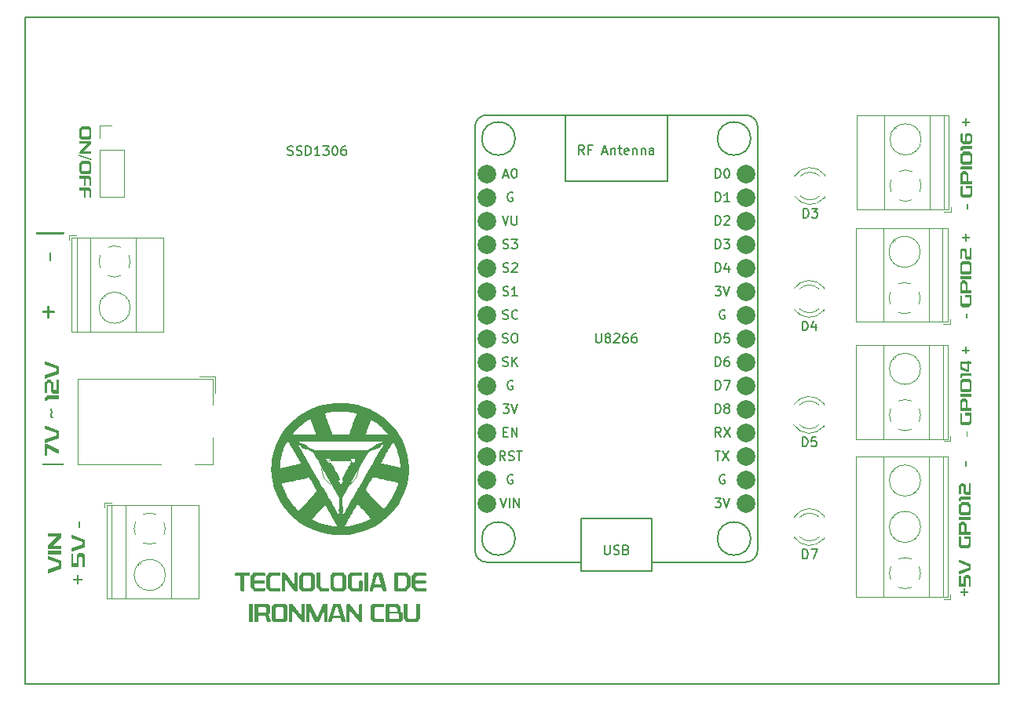
<source format=gbr>
%TF.GenerationSoftware,KiCad,Pcbnew,7.0.6*%
%TF.CreationDate,2024-03-05T09:49:15-05:00*%
%TF.ProjectId,IRON PCB 2.0,49524f4e-2050-4434-9220-322e302e6b69,rev?*%
%TF.SameCoordinates,Original*%
%TF.FileFunction,Legend,Top*%
%TF.FilePolarity,Positive*%
%FSLAX46Y46*%
G04 Gerber Fmt 4.6, Leading zero omitted, Abs format (unit mm)*
G04 Created by KiCad (PCBNEW 7.0.6) date 2024-03-05 09:49:15*
%MOMM*%
%LPD*%
G01*
G04 APERTURE LIST*
%ADD10C,0.250000*%
%ADD11C,0.375000*%
%ADD12C,0.200000*%
%ADD13C,0.150000*%
%ADD14C,0.120000*%
%ADD15C,2.000000*%
%TA.AperFunction,Profile*%
%ADD16C,0.200000*%
%TD*%
G04 APERTURE END LIST*
D10*
G36*
X68493735Y-82723233D02*
G01*
X68477868Y-82725969D01*
X68465197Y-82733546D01*
X68455217Y-82746924D01*
X68450942Y-82761700D01*
X68450504Y-82768662D01*
X68450504Y-82840103D01*
X68452928Y-82855676D01*
X68461115Y-82869873D01*
X68474221Y-82879373D01*
X68489023Y-82883131D01*
X68493735Y-82883334D01*
X70682028Y-82883334D01*
X70697703Y-82880910D01*
X70711778Y-82872723D01*
X70721065Y-82859617D01*
X70724697Y-82844815D01*
X70724893Y-82840103D01*
X70724893Y-82768662D01*
X70722595Y-82753113D01*
X70715979Y-82739839D01*
X70703659Y-82728752D01*
X70689181Y-82723761D01*
X70682028Y-82723233D01*
X68493735Y-82723233D01*
G37*
G36*
X68821997Y-80575606D02*
G01*
X68804174Y-80577262D01*
X68788675Y-80582205D01*
X68775785Y-80590390D01*
X68765790Y-80601777D01*
X68758975Y-80616324D01*
X68755625Y-80633988D01*
X68755319Y-80641918D01*
X68755319Y-81845058D01*
X68757767Y-81860925D01*
X68766156Y-81875119D01*
X68779852Y-81884453D01*
X68795649Y-81888093D01*
X68800748Y-81888289D01*
X68956086Y-81888289D01*
X68971806Y-81885905D01*
X68986002Y-81877806D01*
X68995419Y-81864731D01*
X68999118Y-81849830D01*
X68999317Y-81845058D01*
X68999317Y-80988865D01*
X70120392Y-81578345D01*
X70133767Y-81584496D01*
X70148209Y-81589179D01*
X70164095Y-81592080D01*
X70168386Y-81592267D01*
X70187437Y-81592267D01*
X70203751Y-81589736D01*
X70218211Y-81581917D01*
X70227560Y-81570466D01*
X70232235Y-81554472D01*
X70232500Y-81549036D01*
X70232500Y-81238359D01*
X70230193Y-81222341D01*
X70223436Y-81208746D01*
X70212473Y-81198259D01*
X70204656Y-81194029D01*
X68969642Y-80601618D01*
X68955267Y-80594898D01*
X68940319Y-80588929D01*
X68924814Y-80583868D01*
X68908770Y-80579875D01*
X68892201Y-80577111D01*
X68875127Y-80575733D01*
X68868159Y-80575606D01*
X68821997Y-80575606D01*
G37*
G36*
X68800748Y-78669779D02*
G01*
X68784025Y-78672118D01*
X68770707Y-78678812D01*
X68760247Y-78691175D01*
X68755776Y-78705575D01*
X68755319Y-78712643D01*
X68755319Y-78971297D01*
X68758731Y-78986802D01*
X68767664Y-78999704D01*
X68780162Y-79009662D01*
X68787925Y-79013795D01*
X69984105Y-79448669D01*
X69988867Y-79460393D01*
X69988867Y-79636981D01*
X69986303Y-79644674D01*
X68788292Y-80081747D01*
X68773790Y-80089177D01*
X68762695Y-80099688D01*
X68756328Y-80113231D01*
X68755319Y-80122047D01*
X68755319Y-80441150D01*
X68757767Y-80457017D01*
X68766156Y-80471211D01*
X68779852Y-80480545D01*
X68795649Y-80484185D01*
X68800748Y-80484381D01*
X68830423Y-80484381D01*
X68847047Y-80483162D01*
X68862847Y-80479847D01*
X68878646Y-80474953D01*
X68893119Y-80469779D01*
X68895270Y-80468994D01*
X70183040Y-80007008D01*
X70196433Y-80000581D01*
X70210060Y-79990447D01*
X70220734Y-79977742D01*
X70228150Y-79962537D01*
X70231622Y-79948009D01*
X70232500Y-79935201D01*
X70232500Y-79218959D01*
X70229759Y-79202605D01*
X70223343Y-79186655D01*
X70215416Y-79173484D01*
X70205376Y-79161622D01*
X70193440Y-79152190D01*
X70182674Y-79147151D01*
X68895270Y-78685166D01*
X68880662Y-78679904D01*
X68864805Y-78674849D01*
X68849050Y-78671308D01*
X68832575Y-78669799D01*
X68830423Y-78669779D01*
X68800748Y-78669779D01*
G37*
G36*
X69340769Y-76822570D02*
G01*
X69324103Y-76824537D01*
X69308944Y-76831159D01*
X69297956Y-76843281D01*
X69294607Y-76857375D01*
X69295499Y-76872095D01*
X69298704Y-76887414D01*
X69304499Y-76900606D01*
X69393525Y-77121523D01*
X69396614Y-77135931D01*
X69397189Y-77143139D01*
X69395711Y-77158399D01*
X69393159Y-77169517D01*
X69318421Y-77472134D01*
X69315872Y-77486888D01*
X69314138Y-77501932D01*
X69314024Y-77506206D01*
X69314665Y-77521294D01*
X69316719Y-77536490D01*
X69320382Y-77551208D01*
X69323183Y-77558962D01*
X69419171Y-77796000D01*
X69426345Y-77809494D01*
X69437617Y-77818870D01*
X69451518Y-77823834D01*
X69459837Y-77824576D01*
X69577074Y-77824576D01*
X69593695Y-77822569D01*
X69608733Y-77815860D01*
X69619578Y-77803711D01*
X69622869Y-77789772D01*
X69621971Y-77773938D01*
X69618800Y-77758826D01*
X69613344Y-77746541D01*
X69524317Y-77525990D01*
X69521229Y-77511582D01*
X69520654Y-77504374D01*
X69521985Y-77489613D01*
X69524684Y-77477630D01*
X69599056Y-77175013D01*
X69601906Y-77160529D01*
X69603704Y-77145335D01*
X69603818Y-77140941D01*
X69603177Y-77125853D01*
X69601123Y-77110657D01*
X69597461Y-77095938D01*
X69594659Y-77088184D01*
X69498672Y-76851147D01*
X69491498Y-76837652D01*
X69480226Y-76828277D01*
X69466325Y-76823313D01*
X69458005Y-76822570D01*
X69340769Y-76822570D01*
G37*
G36*
X68790856Y-75536998D02*
G01*
X68779006Y-75549688D01*
X68769469Y-75564484D01*
X68763341Y-75578213D01*
X68758912Y-75593036D01*
X68756224Y-75608785D01*
X68755319Y-75625292D01*
X68755319Y-75927909D01*
X68757770Y-75943482D01*
X68766194Y-75957679D01*
X68779988Y-75967178D01*
X68795951Y-75970936D01*
X68801114Y-75971140D01*
X68956453Y-75971140D01*
X68972218Y-75968715D01*
X68986534Y-75960529D01*
X68996081Y-75947422D01*
X68999846Y-75932620D01*
X69000050Y-75927909D01*
X69000050Y-75845843D01*
X69002419Y-75830988D01*
X69007377Y-75822029D01*
X69082116Y-75751687D01*
X69095202Y-75744041D01*
X69108128Y-75742162D01*
X70187437Y-75742162D01*
X70202207Y-75740104D01*
X70215983Y-75733085D01*
X70225776Y-75722055D01*
X70231309Y-75708027D01*
X70232500Y-75696733D01*
X70232500Y-75402909D01*
X70230179Y-75387213D01*
X70223401Y-75373933D01*
X70212442Y-75364012D01*
X70197578Y-75358395D01*
X70187437Y-75357479D01*
X69017636Y-75357479D01*
X69002455Y-75358532D01*
X68987999Y-75361575D01*
X68972397Y-75367408D01*
X68958550Y-75375437D01*
X68948393Y-75383858D01*
X68790856Y-75536998D01*
G37*
G36*
X68782796Y-73874071D02*
G01*
X68771393Y-73885811D01*
X68762738Y-73899853D01*
X68757742Y-73913677D01*
X68755442Y-73928621D01*
X68755319Y-73933055D01*
X68755319Y-75054863D01*
X68757125Y-75069497D01*
X68763534Y-75083252D01*
X68775968Y-75094174D01*
X68790802Y-75099146D01*
X68800748Y-75099925D01*
X68956086Y-75099925D01*
X68971806Y-75097523D01*
X68986002Y-75089254D01*
X68995419Y-75075688D01*
X68999118Y-75059957D01*
X68999317Y-75054863D01*
X68999317Y-74113673D01*
X69003549Y-74098932D01*
X69008843Y-74092790D01*
X69083948Y-74024280D01*
X69096958Y-74016305D01*
X69106662Y-74014388D01*
X69236355Y-74014388D01*
X69251510Y-74015347D01*
X69266768Y-74019615D01*
X69278853Y-74026478D01*
X69355790Y-74097186D01*
X69364300Y-74109530D01*
X69364949Y-74115871D01*
X69364949Y-74872047D01*
X69366200Y-74888502D01*
X69369856Y-74904768D01*
X69375773Y-74920658D01*
X69383805Y-74935983D01*
X69392010Y-74948186D01*
X69397555Y-74955211D01*
X69565350Y-75144255D01*
X69577468Y-75155480D01*
X69591906Y-75164088D01*
X69605815Y-75169314D01*
X69620863Y-75172492D01*
X69636791Y-75173565D01*
X70158128Y-75173565D01*
X70174577Y-75172375D01*
X70189223Y-75168853D01*
X70204811Y-75161285D01*
X70217160Y-75150330D01*
X70226033Y-75136132D01*
X70231197Y-75118833D01*
X70232500Y-75102856D01*
X70232500Y-73725327D01*
X70230138Y-73709754D01*
X70221957Y-73695557D01*
X70208422Y-73686057D01*
X70192592Y-73682299D01*
X70187437Y-73682096D01*
X70033930Y-73682096D01*
X70019296Y-73683888D01*
X70005541Y-73690164D01*
X69994618Y-73702124D01*
X69989646Y-73716106D01*
X69988867Y-73725327D01*
X69988867Y-74779723D01*
X69979570Y-74791061D01*
X69977876Y-74791080D01*
X69729115Y-74791080D01*
X69713819Y-74788836D01*
X69703469Y-74780822D01*
X69626899Y-74689597D01*
X69621810Y-74675688D01*
X69621770Y-74672378D01*
X69621770Y-73939650D01*
X69620225Y-73923930D01*
X69615725Y-73909516D01*
X69607389Y-73895459D01*
X69598689Y-73886527D01*
X69397555Y-73708474D01*
X69385347Y-73699423D01*
X69369906Y-73693682D01*
X69353664Y-73691080D01*
X69340036Y-73690522D01*
X69011407Y-73690522D01*
X68996106Y-73691524D01*
X68980190Y-73695249D01*
X68966356Y-73702056D01*
X68958651Y-73708474D01*
X68782796Y-73874071D01*
G37*
G36*
X68800748Y-71727909D02*
G01*
X68784025Y-71730247D01*
X68770707Y-71736942D01*
X68760247Y-71749305D01*
X68755776Y-71763705D01*
X68755319Y-71770773D01*
X68755319Y-72029426D01*
X68758731Y-72044932D01*
X68767664Y-72057834D01*
X68780162Y-72067791D01*
X68787925Y-72071925D01*
X69984105Y-72506799D01*
X69988867Y-72518523D01*
X69988867Y-72695110D01*
X69986303Y-72702804D01*
X68788292Y-73139877D01*
X68773790Y-73147307D01*
X68762695Y-73157818D01*
X68756328Y-73171361D01*
X68755319Y-73180177D01*
X68755319Y-73499280D01*
X68757767Y-73515146D01*
X68766156Y-73529341D01*
X68779852Y-73538675D01*
X68795649Y-73542315D01*
X68800748Y-73542511D01*
X68830423Y-73542511D01*
X68847047Y-73541292D01*
X68862847Y-73537977D01*
X68878646Y-73533083D01*
X68893119Y-73527909D01*
X68895270Y-73527124D01*
X70183040Y-73065138D01*
X70196433Y-73058711D01*
X70210060Y-73048577D01*
X70220734Y-73035872D01*
X70228150Y-73020667D01*
X70231622Y-73006139D01*
X70232500Y-72993331D01*
X70232500Y-72277089D01*
X70229759Y-72260735D01*
X70223343Y-72244785D01*
X70215416Y-72231614D01*
X70205376Y-72219751D01*
X70193440Y-72210320D01*
X70182674Y-72205281D01*
X68895270Y-71743296D01*
X68880662Y-71738034D01*
X68864805Y-71732978D01*
X68849050Y-71729438D01*
X68832575Y-71727929D01*
X68830423Y-71727909D01*
X68800748Y-71727909D01*
G37*
D11*
G36*
X90836256Y-94570997D02*
G01*
X90833955Y-94550265D01*
X90827311Y-94532566D01*
X90814903Y-94517783D01*
X90800272Y-94511129D01*
X90793025Y-94510425D01*
X89297893Y-94510425D01*
X89281756Y-94514018D01*
X89268460Y-94524018D01*
X89258741Y-94539259D01*
X89253334Y-94558577D01*
X89252463Y-94570997D01*
X89252463Y-94789351D01*
X89254458Y-94809089D01*
X89261325Y-94827589D01*
X89272249Y-94840804D01*
X89286354Y-94848303D01*
X89297893Y-94849923D01*
X89834250Y-94849923D01*
X89834250Y-96419916D01*
X89836042Y-96439428D01*
X89842318Y-96457768D01*
X89854278Y-96472332D01*
X89868260Y-96478961D01*
X89877481Y-96480000D01*
X90213437Y-96480000D01*
X90228986Y-96476905D01*
X90242261Y-96467868D01*
X90252248Y-96453256D01*
X90257936Y-96433437D01*
X90258866Y-96419916D01*
X90258866Y-94849923D01*
X90793025Y-94849923D01*
X90808892Y-94846659D01*
X90823086Y-94835473D01*
X90832420Y-94817212D01*
X90836060Y-94796149D01*
X90836256Y-94789351D01*
X90836256Y-94570997D01*
G37*
G36*
X92476469Y-94570997D02*
G01*
X92474021Y-94548700D01*
X92466985Y-94530943D01*
X92453914Y-94516996D01*
X92438594Y-94511035D01*
X92431040Y-94510425D01*
X91221305Y-94510425D01*
X91204911Y-94512358D01*
X91189451Y-94518034D01*
X91175016Y-94527268D01*
X91161699Y-94539877D01*
X91154627Y-94548527D01*
X90953126Y-94806448D01*
X90943395Y-94822094D01*
X90936274Y-94839665D01*
X90931900Y-94859067D01*
X90930412Y-94880209D01*
X90930412Y-96023265D01*
X90931900Y-96043835D01*
X90936274Y-96062894D01*
X90943395Y-96080212D01*
X90953126Y-96095561D01*
X91230464Y-96445317D01*
X91242578Y-96456680D01*
X91257532Y-96467283D01*
X91273197Y-96474822D01*
X91289388Y-96479082D01*
X91301172Y-96480000D01*
X92433238Y-96480000D01*
X92449961Y-96476850D01*
X92463279Y-96467710D01*
X92473739Y-96450518D01*
X92478210Y-96430089D01*
X92478667Y-96419916D01*
X92478667Y-96215240D01*
X92476861Y-96195728D01*
X92470452Y-96177388D01*
X92458018Y-96162824D01*
X92443184Y-96156195D01*
X92433238Y-96155157D01*
X91526120Y-96155157D01*
X91510962Y-96151981D01*
X91498276Y-96140013D01*
X91363821Y-95973440D01*
X91355165Y-95957015D01*
X91352830Y-95937292D01*
X91352830Y-95635896D01*
X92416385Y-95635896D01*
X92433108Y-95632778D01*
X92446426Y-95623852D01*
X92456886Y-95607367D01*
X92461357Y-95588167D01*
X92461814Y-95578743D01*
X92461814Y-95379930D01*
X92459367Y-95358774D01*
X92450977Y-95339849D01*
X92437281Y-95327403D01*
X92421484Y-95322549D01*
X92416385Y-95322288D01*
X91352830Y-95322288D01*
X91352830Y-95016496D01*
X91354728Y-94996530D01*
X91362671Y-94978549D01*
X91364187Y-94976441D01*
X91460541Y-94851388D01*
X91472206Y-94839457D01*
X91486186Y-94835757D01*
X92431040Y-94835757D01*
X92447763Y-94832633D01*
X92461081Y-94823672D01*
X92471541Y-94807069D01*
X92476011Y-94787664D01*
X92476469Y-94778115D01*
X92476469Y-94570997D01*
G37*
G36*
X94126207Y-94570997D02*
G01*
X94123760Y-94548700D01*
X94116723Y-94530943D01*
X94103653Y-94516996D01*
X94088333Y-94511035D01*
X94080778Y-94510425D01*
X92909145Y-94510425D01*
X92893688Y-94512332D01*
X92878832Y-94517829D01*
X92864969Y-94526578D01*
X92852490Y-94538241D01*
X92846131Y-94546085D01*
X92642798Y-94806448D01*
X92633067Y-94821804D01*
X92625946Y-94839176D01*
X92621572Y-94858380D01*
X92620084Y-94879232D01*
X92620084Y-96021800D01*
X92621572Y-96042652D01*
X92625946Y-96061856D01*
X92633067Y-96079228D01*
X92642798Y-96094584D01*
X92921968Y-96444829D01*
X92933518Y-96457946D01*
X92946689Y-96468263D01*
X92960997Y-96475503D01*
X92975959Y-96479390D01*
X92984616Y-96480000D01*
X94080778Y-96480000D01*
X94097501Y-96476850D01*
X94110819Y-96467710D01*
X94121279Y-96450518D01*
X94125750Y-96430089D01*
X94126207Y-96419916D01*
X94126207Y-96215240D01*
X94124401Y-96195728D01*
X94117992Y-96177388D01*
X94105558Y-96162824D01*
X94090724Y-96156195D01*
X94080778Y-96155157D01*
X93215792Y-96155157D01*
X93201271Y-96152430D01*
X93188433Y-96142822D01*
X93187582Y-96141967D01*
X93049096Y-95967578D01*
X93042836Y-95949293D01*
X93042502Y-95937780D01*
X93042502Y-95008192D01*
X93045061Y-94988898D01*
X93049463Y-94980348D01*
X93152411Y-94848457D01*
X93165032Y-94837613D01*
X93175858Y-94835757D01*
X94080778Y-94835757D01*
X94097501Y-94832633D01*
X94110819Y-94823672D01*
X94121279Y-94807069D01*
X94125750Y-94787664D01*
X94126207Y-94778115D01*
X94126207Y-94570997D01*
G37*
G36*
X95980743Y-94571486D02*
G01*
X95978951Y-94551884D01*
X95972675Y-94533281D01*
X95960715Y-94518360D01*
X95946733Y-94511506D01*
X95937512Y-94510425D01*
X95697910Y-94510425D01*
X95683276Y-94512837D01*
X95669521Y-94521412D01*
X95658598Y-94538096D01*
X95653627Y-94558063D01*
X95652847Y-94571486D01*
X95652847Y-95807843D01*
X94681249Y-94573928D01*
X94669387Y-94559419D01*
X94656897Y-94546695D01*
X94643807Y-94535804D01*
X94630141Y-94526789D01*
X94615926Y-94519699D01*
X94601187Y-94514577D01*
X94585950Y-94511471D01*
X94570241Y-94510425D01*
X94362146Y-94510425D01*
X94344368Y-94512949D01*
X94329256Y-94520312D01*
X94316951Y-94532200D01*
X94307596Y-94548302D01*
X94301333Y-94568303D01*
X94298305Y-94591891D01*
X94298032Y-94602260D01*
X94298032Y-96419916D01*
X94299824Y-96439428D01*
X94306100Y-96457768D01*
X94318060Y-96472332D01*
X94332043Y-96478961D01*
X94341263Y-96480000D01*
X94574271Y-96480000D01*
X94589991Y-96476796D01*
X94604186Y-96465771D01*
X94613603Y-96447683D01*
X94617302Y-96426709D01*
X94617502Y-96419916D01*
X94617502Y-95187955D01*
X95597526Y-96416985D01*
X95609389Y-96431473D01*
X95621878Y-96444142D01*
X95634968Y-96454955D01*
X95648634Y-96463879D01*
X95662849Y-96470880D01*
X95677588Y-96475924D01*
X95692825Y-96478975D01*
X95708535Y-96480000D01*
X95916263Y-96480000D01*
X95934187Y-96477508D01*
X95949401Y-96470226D01*
X95961770Y-96458446D01*
X95971161Y-96442457D01*
X95977439Y-96422550D01*
X95980470Y-96399017D01*
X95980743Y-96388653D01*
X95980743Y-94571486D01*
G37*
G36*
X97587577Y-94510458D02*
G01*
X97602300Y-94512471D01*
X97617979Y-94518363D01*
X97631941Y-94527736D01*
X97643671Y-94540223D01*
X97847369Y-94800586D01*
X97853373Y-94809090D01*
X97862262Y-94825936D01*
X97868897Y-94844912D01*
X97873046Y-94865589D01*
X97874480Y-94887536D01*
X97874480Y-96103377D01*
X97874007Y-96116049D01*
X97870993Y-96137323D01*
X97865395Y-96157080D01*
X97857444Y-96174892D01*
X97847369Y-96190327D01*
X97643671Y-96450690D01*
X97642344Y-96452451D01*
X97630308Y-96464645D01*
X97616103Y-96473388D01*
X97600245Y-96478542D01*
X97585419Y-96480000D01*
X96440897Y-96480000D01*
X96438705Y-96479969D01*
X96423804Y-96478099D01*
X96408016Y-96472489D01*
X96394014Y-96463307D01*
X96382279Y-96450690D01*
X96178580Y-96190327D01*
X96172697Y-96181683D01*
X96163950Y-96164760D01*
X96157388Y-96145843D01*
X96153266Y-96125270D01*
X96151835Y-96103377D01*
X96151835Y-95973928D01*
X96570223Y-95973928D01*
X96570254Y-95977147D01*
X96572944Y-95997264D01*
X96581581Y-96013496D01*
X96676103Y-96137083D01*
X96679380Y-96141225D01*
X96692496Y-96151592D01*
X96707610Y-96155157D01*
X97318706Y-96155157D01*
X97324265Y-96154695D01*
X97338691Y-96148645D01*
X97350579Y-96137083D01*
X97444735Y-96013496D01*
X97446251Y-96011393D01*
X97454194Y-95993696D01*
X97456092Y-95973928D01*
X97456092Y-95016985D01*
X97456057Y-95013766D01*
X97453226Y-94993650D01*
X97444735Y-94977418D01*
X97350213Y-94853831D01*
X97346831Y-94849548D01*
X97333702Y-94839164D01*
X97318706Y-94835757D01*
X96707610Y-94835757D01*
X96703025Y-94836032D01*
X96688394Y-94841408D01*
X96676103Y-94853831D01*
X96581581Y-94977418D01*
X96580004Y-94979520D01*
X96572003Y-94997217D01*
X96570223Y-95016985D01*
X96570223Y-95973928D01*
X96151835Y-95973928D01*
X96151835Y-94887536D01*
X96152308Y-94874884D01*
X96155308Y-94853704D01*
X96160855Y-94834036D01*
X96168697Y-94816217D01*
X96178580Y-94800586D01*
X96382279Y-94540223D01*
X96383605Y-94538504D01*
X96395650Y-94526386D01*
X96409901Y-94517429D01*
X96425879Y-94511997D01*
X96440897Y-94510425D01*
X97585419Y-94510425D01*
X97587577Y-94510458D01*
G37*
G36*
X98470555Y-94570997D02*
G01*
X98468193Y-94548700D01*
X98461338Y-94530943D01*
X98448444Y-94516996D01*
X98433122Y-94511035D01*
X98425492Y-94510425D01*
X98091368Y-94510425D01*
X98074645Y-94513689D01*
X98061327Y-94523071D01*
X98050867Y-94540498D01*
X98046396Y-94560925D01*
X98045939Y-94570997D01*
X98045939Y-96021800D01*
X98047479Y-96042660D01*
X98051938Y-96061917D01*
X98059076Y-96079434D01*
X98068653Y-96095073D01*
X98347823Y-96444829D01*
X98359812Y-96457946D01*
X98373774Y-96468263D01*
X98389156Y-96475503D01*
X98405405Y-96479390D01*
X98414868Y-96480000D01*
X99364117Y-96480000D01*
X99379690Y-96476850D01*
X99393887Y-96465942D01*
X99403387Y-96447896D01*
X99407145Y-96426789D01*
X99407348Y-96419916D01*
X99407348Y-96201563D01*
X99404924Y-96179265D01*
X99398048Y-96161508D01*
X99385508Y-96147562D01*
X99371110Y-96141601D01*
X99364117Y-96140990D01*
X98645677Y-96140990D01*
X98631052Y-96138492D01*
X98617123Y-96129119D01*
X98611971Y-96122916D01*
X98481546Y-95960251D01*
X98472890Y-95944131D01*
X98470555Y-95926545D01*
X98470555Y-94570997D01*
G37*
G36*
X100939077Y-94510458D02*
G01*
X100953801Y-94512471D01*
X100969480Y-94518363D01*
X100983442Y-94527736D01*
X100995171Y-94540223D01*
X101198870Y-94800586D01*
X101204873Y-94809090D01*
X101213762Y-94825936D01*
X101220397Y-94844912D01*
X101224546Y-94865589D01*
X101225981Y-94887536D01*
X101225981Y-96103377D01*
X101225507Y-96116049D01*
X101222493Y-96137323D01*
X101216895Y-96157080D01*
X101208944Y-96174892D01*
X101198870Y-96190327D01*
X100995171Y-96450690D01*
X100993845Y-96452451D01*
X100981808Y-96464645D01*
X100967603Y-96473388D01*
X100951746Y-96478542D01*
X100936919Y-96480000D01*
X99792397Y-96480000D01*
X99790206Y-96479969D01*
X99775304Y-96478099D01*
X99759516Y-96472489D01*
X99745514Y-96463307D01*
X99733779Y-96450690D01*
X99530080Y-96190327D01*
X99524198Y-96181683D01*
X99515450Y-96164760D01*
X99508889Y-96145843D01*
X99504766Y-96125270D01*
X99503336Y-96103377D01*
X99503336Y-95973928D01*
X99921724Y-95973928D01*
X99921755Y-95977147D01*
X99924444Y-95997264D01*
X99933081Y-96013496D01*
X100027603Y-96137083D01*
X100030880Y-96141225D01*
X100043996Y-96151592D01*
X100059110Y-96155157D01*
X100670206Y-96155157D01*
X100675766Y-96154695D01*
X100690191Y-96148645D01*
X100702080Y-96137083D01*
X100796235Y-96013496D01*
X100797751Y-96011393D01*
X100805695Y-95993696D01*
X100807593Y-95973928D01*
X100807593Y-95016985D01*
X100807558Y-95013766D01*
X100804727Y-94993650D01*
X100796235Y-94977418D01*
X100701713Y-94853831D01*
X100698331Y-94849548D01*
X100685202Y-94839164D01*
X100670206Y-94835757D01*
X100059110Y-94835757D01*
X100054526Y-94836032D01*
X100039894Y-94841408D01*
X100027603Y-94853831D01*
X99933081Y-94977418D01*
X99931504Y-94979520D01*
X99923503Y-94997217D01*
X99921724Y-95016985D01*
X99921724Y-95973928D01*
X99503336Y-95973928D01*
X99503336Y-94887536D01*
X99503809Y-94874884D01*
X99506809Y-94853704D01*
X99512356Y-94834036D01*
X99520197Y-94816217D01*
X99530080Y-94800586D01*
X99733779Y-94540223D01*
X99735105Y-94538504D01*
X99747150Y-94526386D01*
X99761402Y-94517429D01*
X99777379Y-94511997D01*
X99792397Y-94510425D01*
X100936919Y-94510425D01*
X100939077Y-94510458D01*
G37*
G36*
X102920415Y-94570997D02*
G01*
X102918073Y-94548700D01*
X102911352Y-94530943D01*
X102898900Y-94516996D01*
X102884346Y-94511035D01*
X102877184Y-94510425D01*
X101674044Y-94510425D01*
X101658587Y-94512332D01*
X101643731Y-94517829D01*
X101629868Y-94526578D01*
X101617389Y-94538241D01*
X101611029Y-94546085D01*
X101407697Y-94806448D01*
X101397966Y-94821804D01*
X101390844Y-94839176D01*
X101386471Y-94858380D01*
X101384983Y-94879232D01*
X101384983Y-96021800D01*
X101386471Y-96042652D01*
X101390844Y-96061856D01*
X101397966Y-96079228D01*
X101407697Y-96094584D01*
X101691263Y-96451179D01*
X101704521Y-96463513D01*
X101719015Y-96472550D01*
X101734746Y-96478107D01*
X101749525Y-96479970D01*
X101751713Y-96480000D01*
X102902463Y-96480000D01*
X102918413Y-96478283D01*
X102932654Y-96473229D01*
X102947856Y-96462437D01*
X102959936Y-96446933D01*
X102968641Y-96426998D01*
X102973006Y-96408046D01*
X102974922Y-96386580D01*
X102975004Y-96380837D01*
X102975004Y-95429267D01*
X102972642Y-95406969D01*
X102965787Y-95389212D01*
X102952893Y-95375266D01*
X102937571Y-95369305D01*
X102929941Y-95368695D01*
X102671654Y-95368695D01*
X102655787Y-95371958D01*
X102641593Y-95383144D01*
X102632259Y-95401406D01*
X102628619Y-95422469D01*
X102628423Y-95429267D01*
X102628423Y-96117055D01*
X102627184Y-96137815D01*
X102617295Y-96153531D01*
X102606441Y-96155157D01*
X101978493Y-96155157D01*
X101963486Y-96151029D01*
X101955045Y-96142456D01*
X101818392Y-95971486D01*
X101809736Y-95955000D01*
X101807401Y-95934849D01*
X101807401Y-95022358D01*
X101811239Y-95002790D01*
X101814728Y-94996957D01*
X101925736Y-94856762D01*
X101937733Y-94843212D01*
X101952630Y-94836566D01*
X101965670Y-94835757D01*
X102877184Y-94835757D01*
X102892904Y-94832578D01*
X102907100Y-94821780D01*
X102916517Y-94804347D01*
X102920216Y-94784478D01*
X102920415Y-94778115D01*
X102920415Y-94570997D01*
G37*
G36*
X103592327Y-94571486D02*
G01*
X103589633Y-94550107D01*
X103582133Y-94532247D01*
X103570702Y-94519042D01*
X103556213Y-94511626D01*
X103546898Y-94510425D01*
X103213140Y-94510425D01*
X103197004Y-94514023D01*
X103183708Y-94524059D01*
X103173988Y-94539398D01*
X103168581Y-94558905D01*
X103167711Y-94571486D01*
X103167711Y-96419916D01*
X103169737Y-96439609D01*
X103176681Y-96457978D01*
X103187657Y-96471035D01*
X103201724Y-96478412D01*
X103213140Y-96480000D01*
X103546898Y-96480000D01*
X103562447Y-96476905D01*
X103575722Y-96467868D01*
X103585709Y-96453256D01*
X103591397Y-96433437D01*
X103592327Y-96419916D01*
X103592327Y-94571486D01*
G37*
G36*
X105031406Y-94511617D02*
G01*
X105045982Y-94516319D01*
X105061252Y-94526334D01*
X105073992Y-94540699D01*
X105084085Y-94558970D01*
X105090391Y-94576859D01*
X105552376Y-96291444D01*
X105553938Y-96297240D01*
X105559016Y-96316692D01*
X105563741Y-96338064D01*
X105566822Y-96359574D01*
X105567764Y-96379371D01*
X105567764Y-96418939D01*
X105567568Y-96425823D01*
X105563935Y-96447107D01*
X105554648Y-96465499D01*
X105540574Y-96476731D01*
X105524899Y-96480000D01*
X105205429Y-96480000D01*
X105195096Y-96478161D01*
X105181897Y-96469142D01*
X105171632Y-96453827D01*
X105165129Y-96436036D01*
X105067310Y-96073579D01*
X104193165Y-96073579D01*
X104097177Y-96436524D01*
X104093144Y-96446875D01*
X104083121Y-96463539D01*
X104070087Y-96475450D01*
X104054679Y-96480000D01*
X103796392Y-96480000D01*
X103786961Y-96478919D01*
X103772864Y-96472065D01*
X103761014Y-96457144D01*
X103754890Y-96438541D01*
X103753161Y-96418939D01*
X103753161Y-96379371D01*
X103753242Y-96373575D01*
X103755033Y-96351422D01*
X103758791Y-96330093D01*
X103763287Y-96311242D01*
X103768549Y-96291444D01*
X103910344Y-95765345D01*
X104277429Y-95765345D01*
X104982680Y-95765345D01*
X104728423Y-94839665D01*
X104720363Y-94835757D01*
X104543775Y-94835757D01*
X104532052Y-94842107D01*
X104277429Y-95765345D01*
X103910344Y-95765345D01*
X104230534Y-94577348D01*
X104235573Y-94562972D01*
X104245004Y-94546985D01*
X104256867Y-94533493D01*
X104270038Y-94522810D01*
X104285988Y-94514139D01*
X104302341Y-94510425D01*
X105018583Y-94510425D01*
X105031406Y-94511617D01*
G37*
G36*
X107782658Y-94510472D02*
G01*
X107799691Y-94512096D01*
X107815741Y-94515961D01*
X107830750Y-94521966D01*
X107844658Y-94530010D01*
X107857408Y-94539992D01*
X107871096Y-94554389D01*
X108122788Y-94884117D01*
X108131488Y-94896026D01*
X108139824Y-94914769D01*
X108144323Y-94933988D01*
X108145869Y-94954947D01*
X108145869Y-95934849D01*
X108145220Y-95955764D01*
X108141656Y-95976737D01*
X108133570Y-95995160D01*
X108123154Y-96010565D01*
X107787565Y-96436036D01*
X107778143Y-96448212D01*
X107764771Y-96460415D01*
X107749378Y-96469826D01*
X107735183Y-96475411D01*
X107719899Y-96478836D01*
X107703667Y-96480000D01*
X106481110Y-96480000D01*
X106465160Y-96478283D01*
X106447641Y-96471461D01*
X106433043Y-96459704D01*
X106421619Y-96443292D01*
X106413618Y-96422503D01*
X106409853Y-96402909D01*
X106408570Y-96380837D01*
X106408570Y-96122916D01*
X106830988Y-96122916D01*
X106831343Y-96133345D01*
X106838286Y-96151524D01*
X106852969Y-96155157D01*
X107510227Y-96155157D01*
X107520663Y-96154255D01*
X107535750Y-96148645D01*
X107548329Y-96137083D01*
X107709895Y-95931919D01*
X107713002Y-95927409D01*
X107720777Y-95909903D01*
X107723451Y-95889909D01*
X107723451Y-95050690D01*
X107721024Y-95030540D01*
X107711727Y-95014054D01*
X107592292Y-94856762D01*
X107582614Y-94846324D01*
X107568036Y-94838087D01*
X107552359Y-94835757D01*
X106848939Y-94835757D01*
X106834605Y-94840580D01*
X106830988Y-94859692D01*
X106830988Y-96122916D01*
X106408570Y-96122916D01*
X106408570Y-94607634D01*
X106409853Y-94586347D01*
X106414932Y-94562914D01*
X106423638Y-94543346D01*
X106435717Y-94528000D01*
X106450919Y-94517233D01*
X106465160Y-94512158D01*
X106481110Y-94510425D01*
X107779138Y-94510425D01*
X107782658Y-94510472D01*
G37*
G36*
X109847997Y-94570997D02*
G01*
X109845550Y-94548700D01*
X109838513Y-94530943D01*
X109825443Y-94516996D01*
X109810123Y-94511035D01*
X109802568Y-94510425D01*
X108592833Y-94510425D01*
X108576440Y-94512358D01*
X108560979Y-94518034D01*
X108546545Y-94527268D01*
X108533228Y-94539877D01*
X108526155Y-94548527D01*
X108324655Y-94806448D01*
X108314923Y-94822094D01*
X108307802Y-94839665D01*
X108303428Y-94859067D01*
X108301940Y-94880209D01*
X108301940Y-96023265D01*
X108303428Y-96043835D01*
X108307802Y-96062894D01*
X108314923Y-96080212D01*
X108324655Y-96095561D01*
X108601992Y-96445317D01*
X108614106Y-96456680D01*
X108629061Y-96467283D01*
X108644725Y-96474822D01*
X108660916Y-96479082D01*
X108672701Y-96480000D01*
X109804766Y-96480000D01*
X109821489Y-96476850D01*
X109834807Y-96467710D01*
X109845267Y-96450518D01*
X109849738Y-96430089D01*
X109850195Y-96419916D01*
X109850195Y-96215240D01*
X109848389Y-96195728D01*
X109841980Y-96177388D01*
X109829546Y-96162824D01*
X109814713Y-96156195D01*
X109804766Y-96155157D01*
X108897648Y-96155157D01*
X108882490Y-96151981D01*
X108869805Y-96140013D01*
X108735349Y-95973440D01*
X108726694Y-95957015D01*
X108724358Y-95937292D01*
X108724358Y-95635896D01*
X109787914Y-95635896D01*
X109804637Y-95632778D01*
X109817954Y-95623852D01*
X109828414Y-95607367D01*
X109832885Y-95588167D01*
X109833343Y-95578743D01*
X109833343Y-95379930D01*
X109830895Y-95358774D01*
X109822505Y-95339849D01*
X109808809Y-95327403D01*
X109793012Y-95322549D01*
X109787914Y-95322288D01*
X108724358Y-95322288D01*
X108724358Y-95016496D01*
X108726256Y-94996530D01*
X108734199Y-94978549D01*
X108735715Y-94976441D01*
X108832069Y-94851388D01*
X108843734Y-94839457D01*
X108857715Y-94835757D01*
X109802568Y-94835757D01*
X109819291Y-94832633D01*
X109832609Y-94823672D01*
X109843069Y-94807069D01*
X109847540Y-94787664D01*
X109847997Y-94778115D01*
X109847997Y-94570997D01*
G37*
G36*
X91131546Y-97931486D02*
G01*
X91128851Y-97910107D01*
X91121351Y-97892247D01*
X91109920Y-97879042D01*
X91095432Y-97871626D01*
X91086116Y-97870425D01*
X90752359Y-97870425D01*
X90736222Y-97874023D01*
X90722926Y-97884059D01*
X90713207Y-97899398D01*
X90707800Y-97918905D01*
X90706929Y-97931486D01*
X90706929Y-99779916D01*
X90708956Y-99799609D01*
X90715899Y-99817978D01*
X90726876Y-99831035D01*
X90740942Y-99838412D01*
X90752359Y-99840000D01*
X91086116Y-99840000D01*
X91101666Y-99836905D01*
X91114940Y-99827868D01*
X91124928Y-99813256D01*
X91130615Y-99793437D01*
X91131546Y-99779916D01*
X91131546Y-97931486D01*
G37*
G36*
X92774201Y-97871416D02*
G01*
X92788864Y-97875155D01*
X92804934Y-97882887D01*
X92819604Y-97894072D01*
X92832575Y-97908527D01*
X93036640Y-98166448D01*
X93044980Y-98180916D01*
X93051588Y-98199294D01*
X93055404Y-98218627D01*
X93056790Y-98240209D01*
X93056790Y-98696943D01*
X93056674Y-98704412D01*
X93054912Y-98726275D01*
X93050987Y-98747185D01*
X93044840Y-98766967D01*
X93036413Y-98785449D01*
X93025649Y-98802456D01*
X92855656Y-99016901D01*
X93085000Y-99657794D01*
X93086988Y-99663531D01*
X93092828Y-99682104D01*
X93097463Y-99702135D01*
X93100055Y-99723306D01*
X93100754Y-99744745D01*
X93100754Y-99775031D01*
X93099912Y-99795520D01*
X93095915Y-99814439D01*
X93086553Y-99829519D01*
X93072585Y-99837669D01*
X93055691Y-99840000D01*
X92738419Y-99840000D01*
X92729973Y-99838883D01*
X92715300Y-99831637D01*
X92702768Y-99818494D01*
X92694089Y-99800432D01*
X92484895Y-99152212D01*
X91754731Y-99152212D01*
X91754731Y-99780404D01*
X91754274Y-99790453D01*
X91749803Y-99810677D01*
X91739343Y-99827751D01*
X91726025Y-99836856D01*
X91709302Y-99840000D01*
X91379574Y-99840000D01*
X91372582Y-99839413D01*
X91358184Y-99833655D01*
X91345644Y-99820061D01*
X91338768Y-99802582D01*
X91336343Y-99780404D01*
X91336343Y-98838604D01*
X91754731Y-98838604D01*
X92504679Y-98838604D01*
X92627411Y-98682777D01*
X92633856Y-98672944D01*
X92638402Y-98653956D01*
X92638402Y-98368681D01*
X92636204Y-98350668D01*
X92627411Y-98334487D01*
X92530691Y-98208457D01*
X92519975Y-98198627D01*
X92505412Y-98195757D01*
X91778545Y-98195757D01*
X91766129Y-98197948D01*
X91756261Y-98213492D01*
X91754731Y-98234347D01*
X91754731Y-98838604D01*
X91336343Y-98838604D01*
X91336343Y-97967634D01*
X91337533Y-97946487D01*
X91341054Y-97927509D01*
X91348623Y-97907144D01*
X91359578Y-97890872D01*
X91373776Y-97879087D01*
X91391075Y-97872178D01*
X91407052Y-97870425D01*
X92761500Y-97870425D01*
X92774201Y-97871416D01*
G37*
G36*
X94620026Y-97870458D02*
G01*
X94634749Y-97872471D01*
X94650429Y-97878363D01*
X94664391Y-97887736D01*
X94676120Y-97900223D01*
X94879818Y-98160586D01*
X94885822Y-98169090D01*
X94894711Y-98185936D01*
X94901346Y-98204912D01*
X94905495Y-98225589D01*
X94906929Y-98247536D01*
X94906929Y-99463377D01*
X94906456Y-99476049D01*
X94903442Y-99497323D01*
X94897844Y-99517080D01*
X94889893Y-99534892D01*
X94879818Y-99550327D01*
X94676120Y-99810690D01*
X94674793Y-99812451D01*
X94662757Y-99824645D01*
X94648552Y-99833388D01*
X94632694Y-99838542D01*
X94617868Y-99840000D01*
X93473346Y-99840000D01*
X93471154Y-99839969D01*
X93456253Y-99838099D01*
X93440465Y-99832489D01*
X93426463Y-99823307D01*
X93414728Y-99810690D01*
X93211029Y-99550327D01*
X93205147Y-99541683D01*
X93196399Y-99524760D01*
X93189838Y-99505843D01*
X93185715Y-99485270D01*
X93184285Y-99463377D01*
X93184285Y-99333928D01*
X93602673Y-99333928D01*
X93602704Y-99337147D01*
X93605393Y-99357264D01*
X93614030Y-99373496D01*
X93708552Y-99497083D01*
X93711829Y-99501225D01*
X93724945Y-99511592D01*
X93740059Y-99515157D01*
X94351155Y-99515157D01*
X94356715Y-99514695D01*
X94371140Y-99508645D01*
X94383029Y-99497083D01*
X94477184Y-99373496D01*
X94478700Y-99371393D01*
X94486644Y-99353696D01*
X94488541Y-99333928D01*
X94488541Y-98376985D01*
X94488506Y-98373766D01*
X94485675Y-98353650D01*
X94477184Y-98337418D01*
X94382662Y-98213831D01*
X94379280Y-98209548D01*
X94366151Y-98199164D01*
X94351155Y-98195757D01*
X93740059Y-98195757D01*
X93735475Y-98196032D01*
X93720843Y-98201408D01*
X93708552Y-98213831D01*
X93614030Y-98337418D01*
X93612453Y-98339520D01*
X93604452Y-98357217D01*
X93602673Y-98376985D01*
X93602673Y-99333928D01*
X93184285Y-99333928D01*
X93184285Y-98247536D01*
X93184758Y-98234884D01*
X93187757Y-98213704D01*
X93193305Y-98194036D01*
X93201146Y-98176217D01*
X93211029Y-98160586D01*
X93414728Y-97900223D01*
X93416054Y-97898504D01*
X93428099Y-97886386D01*
X93442351Y-97877429D01*
X93458328Y-97871997D01*
X93473346Y-97870425D01*
X94617868Y-97870425D01*
X94620026Y-97870458D01*
G37*
G36*
X96763297Y-97931486D02*
G01*
X96761505Y-97911884D01*
X96755229Y-97893281D01*
X96743269Y-97878360D01*
X96729287Y-97871506D01*
X96720066Y-97870425D01*
X96480464Y-97870425D01*
X96465830Y-97872837D01*
X96452075Y-97881412D01*
X96441152Y-97898096D01*
X96436180Y-97918063D01*
X96435401Y-97931486D01*
X96435401Y-99167843D01*
X95463803Y-97933928D01*
X95451941Y-97919419D01*
X95439451Y-97906695D01*
X95426361Y-97895804D01*
X95412695Y-97886789D01*
X95398480Y-97879699D01*
X95383741Y-97874577D01*
X95368504Y-97871471D01*
X95352795Y-97870425D01*
X95144700Y-97870425D01*
X95126922Y-97872949D01*
X95111810Y-97880312D01*
X95099505Y-97892200D01*
X95090149Y-97908302D01*
X95083887Y-97928303D01*
X95080859Y-97951891D01*
X95080586Y-97962260D01*
X95080586Y-99779916D01*
X95082378Y-99799428D01*
X95088654Y-99817768D01*
X95100614Y-99832332D01*
X95114596Y-99838961D01*
X95123817Y-99840000D01*
X95356825Y-99840000D01*
X95372545Y-99836796D01*
X95386740Y-99825771D01*
X95396157Y-99807683D01*
X95399856Y-99786709D01*
X95400056Y-99779916D01*
X95400056Y-98547955D01*
X96380080Y-99776985D01*
X96391943Y-99791473D01*
X96404432Y-99804142D01*
X96417522Y-99814955D01*
X96431188Y-99823879D01*
X96445403Y-99830880D01*
X96460142Y-99835924D01*
X96475379Y-99838975D01*
X96491089Y-99840000D01*
X96698817Y-99840000D01*
X96716741Y-99837508D01*
X96731954Y-99830226D01*
X96744324Y-99818446D01*
X96753714Y-99802457D01*
X96759993Y-99782550D01*
X96763024Y-99759017D01*
X96763297Y-99748653D01*
X96763297Y-97931486D01*
G37*
G36*
X99171410Y-97953468D02*
G01*
X99169709Y-97931066D01*
X99164779Y-97911696D01*
X99154969Y-97892896D01*
X99141333Y-97879453D01*
X99127372Y-97872734D01*
X99111326Y-97870425D01*
X98766943Y-97870425D01*
X98750380Y-97873083D01*
X98735746Y-97880751D01*
X98722973Y-97892968D01*
X98711991Y-97909274D01*
X98706493Y-97920251D01*
X98075980Y-99300711D01*
X97447299Y-97920739D01*
X97439027Y-97904487D01*
X97427793Y-97889142D01*
X97414942Y-97878102D01*
X97400565Y-97871794D01*
X97389414Y-97870425D01*
X97009128Y-97870425D01*
X96993082Y-97872734D01*
X96979120Y-97879453D01*
X96965484Y-97892896D01*
X96955674Y-97911696D01*
X96950745Y-97931066D01*
X96949044Y-97953468D01*
X96949044Y-99779916D01*
X96950836Y-99799428D01*
X96957112Y-99817768D01*
X96969072Y-99832332D01*
X96983054Y-99838961D01*
X96992275Y-99840000D01*
X97215024Y-99840000D01*
X97230597Y-99836850D01*
X97244794Y-99825942D01*
X97254294Y-99807896D01*
X97258052Y-99786789D01*
X97258255Y-99779916D01*
X97258255Y-98515715D01*
X97862390Y-99799455D01*
X97872505Y-99816506D01*
X97884784Y-99829253D01*
X97899330Y-99837237D01*
X97913998Y-99839955D01*
X97916246Y-99840000D01*
X98202010Y-99840000D01*
X98218050Y-99837305D01*
X98232784Y-99829436D01*
X98245596Y-99816712D01*
X98255865Y-99799455D01*
X98858168Y-98515715D01*
X98858168Y-99779916D01*
X98859960Y-99799428D01*
X98866236Y-99817768D01*
X98878196Y-99832332D01*
X98892178Y-99838961D01*
X98901399Y-99840000D01*
X99128179Y-99840000D01*
X99143752Y-99836850D01*
X99157948Y-99825942D01*
X99167448Y-99807896D01*
X99171206Y-99786789D01*
X99171410Y-99779916D01*
X99171410Y-97953468D01*
G37*
G36*
X100594002Y-97871617D02*
G01*
X100608577Y-97876319D01*
X100623848Y-97886334D01*
X100636588Y-97900699D01*
X100646681Y-97918970D01*
X100652987Y-97936859D01*
X101114972Y-99651444D01*
X101116533Y-99657240D01*
X101121612Y-99676692D01*
X101126337Y-99698064D01*
X101129418Y-99719574D01*
X101130359Y-99739371D01*
X101130359Y-99778939D01*
X101130164Y-99785823D01*
X101126531Y-99807107D01*
X101117244Y-99825499D01*
X101103170Y-99836731D01*
X101087495Y-99840000D01*
X100768025Y-99840000D01*
X100757692Y-99838161D01*
X100744493Y-99829142D01*
X100734228Y-99813827D01*
X100727725Y-99796036D01*
X100629906Y-99433579D01*
X99755761Y-99433579D01*
X99659773Y-99796524D01*
X99655739Y-99806875D01*
X99645716Y-99823539D01*
X99632683Y-99835450D01*
X99617275Y-99840000D01*
X99358988Y-99840000D01*
X99349557Y-99838919D01*
X99335460Y-99832065D01*
X99323610Y-99817144D01*
X99317486Y-99798541D01*
X99315757Y-99778939D01*
X99315757Y-99739371D01*
X99315837Y-99733575D01*
X99317629Y-99711422D01*
X99321386Y-99690093D01*
X99325882Y-99671242D01*
X99331144Y-99651444D01*
X99472939Y-99125345D01*
X99840024Y-99125345D01*
X100545276Y-99125345D01*
X100291019Y-98199665D01*
X100282959Y-98195757D01*
X100106371Y-98195757D01*
X100094648Y-98202107D01*
X99840024Y-99125345D01*
X99472939Y-99125345D01*
X99793130Y-97937348D01*
X99798169Y-97922972D01*
X99807600Y-97906985D01*
X99819463Y-97893493D01*
X99832634Y-97882810D01*
X99848584Y-97874139D01*
X99864937Y-97870425D01*
X100581179Y-97870425D01*
X100594002Y-97871617D01*
G37*
G36*
X102960715Y-97931486D02*
G01*
X102958923Y-97911884D01*
X102952647Y-97893281D01*
X102940687Y-97878360D01*
X102926705Y-97871506D01*
X102917484Y-97870425D01*
X102677882Y-97870425D01*
X102663248Y-97872837D01*
X102649493Y-97881412D01*
X102638570Y-97898096D01*
X102633598Y-97918063D01*
X102632819Y-97931486D01*
X102632819Y-99167843D01*
X101661221Y-97933928D01*
X101649359Y-97919419D01*
X101636869Y-97906695D01*
X101623779Y-97895804D01*
X101610113Y-97886789D01*
X101595898Y-97879699D01*
X101581159Y-97874577D01*
X101565922Y-97871471D01*
X101550213Y-97870425D01*
X101342118Y-97870425D01*
X101324340Y-97872949D01*
X101309228Y-97880312D01*
X101296923Y-97892200D01*
X101287568Y-97908302D01*
X101281305Y-97928303D01*
X101278277Y-97951891D01*
X101278004Y-97962260D01*
X101278004Y-99779916D01*
X101279796Y-99799428D01*
X101286072Y-99817768D01*
X101298032Y-99832332D01*
X101312014Y-99838961D01*
X101321235Y-99840000D01*
X101554243Y-99840000D01*
X101569963Y-99836796D01*
X101584158Y-99825771D01*
X101593575Y-99807683D01*
X101597274Y-99786709D01*
X101597474Y-99779916D01*
X101597474Y-98547955D01*
X102577498Y-99776985D01*
X102589361Y-99791473D01*
X102601850Y-99804142D01*
X102614940Y-99814955D01*
X102628606Y-99823879D01*
X102642821Y-99830880D01*
X102657560Y-99835924D01*
X102672797Y-99838975D01*
X102688507Y-99840000D01*
X102896235Y-99840000D01*
X102914159Y-99837508D01*
X102929372Y-99830226D01*
X102941742Y-99818446D01*
X102951132Y-99802457D01*
X102957411Y-99782550D01*
X102960442Y-99759017D01*
X102960715Y-99748653D01*
X102960715Y-97931486D01*
G37*
G36*
X105331092Y-97930997D02*
G01*
X105328644Y-97908700D01*
X105321608Y-97890943D01*
X105308537Y-97876996D01*
X105293217Y-97871035D01*
X105285663Y-97870425D01*
X104114030Y-97870425D01*
X104098573Y-97872332D01*
X104083717Y-97877829D01*
X104069854Y-97886578D01*
X104057374Y-97898241D01*
X104051015Y-97906085D01*
X103847683Y-98166448D01*
X103837952Y-98181804D01*
X103830830Y-98199176D01*
X103826457Y-98218380D01*
X103824969Y-98239232D01*
X103824969Y-99381800D01*
X103826457Y-99402652D01*
X103830830Y-99421856D01*
X103837952Y-99439228D01*
X103847683Y-99454584D01*
X104126853Y-99804829D01*
X104138403Y-99817946D01*
X104151573Y-99828263D01*
X104165881Y-99835503D01*
X104180843Y-99839390D01*
X104189501Y-99840000D01*
X105285663Y-99840000D01*
X105302386Y-99836850D01*
X105315704Y-99827710D01*
X105326164Y-99810518D01*
X105330634Y-99790089D01*
X105331092Y-99779916D01*
X105331092Y-99575240D01*
X105329286Y-99555728D01*
X105322876Y-99537388D01*
X105310443Y-99522824D01*
X105295609Y-99516195D01*
X105285663Y-99515157D01*
X104420677Y-99515157D01*
X104406156Y-99512430D01*
X104393318Y-99502822D01*
X104392467Y-99501967D01*
X104253981Y-99327578D01*
X104247721Y-99309293D01*
X104247387Y-99297780D01*
X104247387Y-98368192D01*
X104249945Y-98348898D01*
X104254347Y-98340348D01*
X104357296Y-98208457D01*
X104369917Y-98197613D01*
X104380743Y-98195757D01*
X105285663Y-98195757D01*
X105302386Y-98192633D01*
X105315704Y-98183672D01*
X105326164Y-98167069D01*
X105330634Y-98147664D01*
X105331092Y-98138115D01*
X105331092Y-97930997D01*
G37*
G36*
X106736051Y-97871062D02*
G01*
X106752371Y-97875175D01*
X106767819Y-97882974D01*
X106781776Y-97894305D01*
X106793618Y-97909016D01*
X107045310Y-98229951D01*
X107052815Y-98241991D01*
X107060240Y-98260481D01*
X107064373Y-98279272D01*
X107065827Y-98299804D01*
X107065827Y-98683754D01*
X107279784Y-98824926D01*
X107293265Y-98837497D01*
X107303277Y-98854052D01*
X107309511Y-98873630D01*
X107311657Y-98895268D01*
X107311657Y-99499525D01*
X107311060Y-99511591D01*
X107307248Y-99532488D01*
X107300503Y-99551328D01*
X107291507Y-99566936D01*
X107106493Y-99813621D01*
X107097651Y-99823117D01*
X107083870Y-99832672D01*
X107069708Y-99838076D01*
X107054103Y-99840000D01*
X105573625Y-99840000D01*
X105557649Y-99838263D01*
X105540350Y-99831378D01*
X105526152Y-99819547D01*
X105515197Y-99803082D01*
X105507628Y-99782297D01*
X105504107Y-99762769D01*
X105502917Y-99740837D01*
X105502917Y-98913831D01*
X105925335Y-98913831D01*
X105925335Y-99476566D01*
X105926913Y-99497421D01*
X105936385Y-99512405D01*
X105951347Y-99515157D01*
X106783360Y-99515157D01*
X106789062Y-99514523D01*
X106802045Y-99505387D01*
X106892537Y-99386685D01*
X106899589Y-99372091D01*
X106901696Y-99352002D01*
X106901696Y-99005666D01*
X106896567Y-98990523D01*
X106784459Y-98913831D01*
X105925335Y-98913831D01*
X105502917Y-98913831D01*
X105502917Y-98683265D01*
X105925335Y-98683265D01*
X106733534Y-98683265D01*
X106733534Y-98394082D01*
X106733427Y-98389797D01*
X106729513Y-98370920D01*
X106720345Y-98355003D01*
X106607139Y-98210900D01*
X106603861Y-98207023D01*
X106590641Y-98197921D01*
X106575265Y-98195757D01*
X105949515Y-98195757D01*
X105936868Y-98197916D01*
X105926873Y-98212948D01*
X105925335Y-98232882D01*
X105925335Y-98683265D01*
X105502917Y-98683265D01*
X105502917Y-97967634D01*
X105504107Y-97946487D01*
X105507628Y-97927509D01*
X105515197Y-97907144D01*
X105526152Y-97890872D01*
X105540350Y-97879087D01*
X105557649Y-97872178D01*
X105573625Y-97870425D01*
X106726574Y-97870425D01*
X106736051Y-97871062D01*
G37*
G36*
X109162530Y-97930997D02*
G01*
X109160164Y-97910070D01*
X109153282Y-97892363D01*
X109142206Y-97879136D01*
X109127257Y-97871645D01*
X109117100Y-97870425D01*
X108789571Y-97870425D01*
X108773704Y-97874072D01*
X108761033Y-97884175D01*
X108751053Y-97902013D01*
X108746778Y-97921715D01*
X108746340Y-97930997D01*
X108746340Y-99334417D01*
X108741638Y-99353249D01*
X108737547Y-99359330D01*
X108617746Y-99505387D01*
X108604372Y-99514945D01*
X108598329Y-99515157D01*
X108012512Y-99515157D01*
X107997901Y-99511103D01*
X107993095Y-99505387D01*
X107873660Y-99359330D01*
X107865330Y-99342868D01*
X107864501Y-99334417D01*
X107864501Y-97930997D01*
X107862199Y-97910265D01*
X107855556Y-97892566D01*
X107843148Y-97877783D01*
X107828516Y-97871129D01*
X107821270Y-97870425D01*
X107487512Y-97870425D01*
X107472708Y-97873127D01*
X107458833Y-97882385D01*
X107448922Y-97897020D01*
X107443298Y-97915775D01*
X107442083Y-97930997D01*
X107442083Y-99437976D01*
X107444034Y-99459603D01*
X107449690Y-99479926D01*
X107458759Y-99497641D01*
X107465164Y-99505875D01*
X107691577Y-99796524D01*
X107705223Y-99810876D01*
X107720377Y-99822516D01*
X107733905Y-99830048D01*
X107748036Y-99835524D01*
X107762571Y-99838868D01*
X107777306Y-99840000D01*
X108827306Y-99840000D01*
X108842042Y-99838868D01*
X108856576Y-99835524D01*
X108870708Y-99830048D01*
X108884236Y-99822516D01*
X108899389Y-99810876D01*
X108913036Y-99796524D01*
X109139449Y-99505875D01*
X109150287Y-99490173D01*
X109157875Y-99471138D01*
X109161921Y-99450074D01*
X109162530Y-99437976D01*
X109162530Y-97930997D01*
G37*
D12*
G36*
X168122256Y-79227527D02*
G01*
X168109176Y-79229499D01*
X168098110Y-79235234D01*
X168089843Y-79244464D01*
X168085161Y-79256921D01*
X168084398Y-79265385D01*
X168084398Y-79762419D01*
X168086644Y-79774908D01*
X168092894Y-79785440D01*
X168102420Y-79793288D01*
X168114494Y-79797723D01*
X168122256Y-79798445D01*
X168181790Y-79798445D01*
X168194099Y-79796769D01*
X168205579Y-79791093D01*
X168214621Y-79780806D01*
X168218983Y-79767752D01*
X168219343Y-79762419D01*
X168219343Y-79265385D01*
X168217375Y-79251449D01*
X168211662Y-79240351D01*
X168200917Y-79231634D01*
X168188149Y-79227909D01*
X168181790Y-79227527D01*
X168122256Y-79227527D01*
G37*
G36*
X167475623Y-77276638D02*
G01*
X167461687Y-77278590D01*
X167450589Y-77284190D01*
X167441873Y-77294567D01*
X167438147Y-77306695D01*
X167437766Y-77312663D01*
X167437766Y-78315280D01*
X167438958Y-78328161D01*
X167442393Y-78340541D01*
X167447861Y-78352094D01*
X167455151Y-78362493D01*
X167460053Y-78367792D01*
X167622780Y-78537236D01*
X167632377Y-78545346D01*
X167643235Y-78551280D01*
X167655237Y-78554924D01*
X167668270Y-78556165D01*
X168382375Y-78556165D01*
X168395407Y-78554924D01*
X168407410Y-78551280D01*
X168418267Y-78545346D01*
X168427865Y-78537236D01*
X168650737Y-78300931D01*
X168658446Y-78289883D01*
X168664094Y-78277804D01*
X168667566Y-78264695D01*
X168668731Y-78252380D01*
X168668750Y-78250556D01*
X168668750Y-77291597D01*
X168667677Y-77278306D01*
X168664518Y-77266438D01*
X168657773Y-77253770D01*
X168648083Y-77243704D01*
X168635623Y-77236450D01*
X168623778Y-77232812D01*
X168610362Y-77231215D01*
X168606773Y-77231147D01*
X168012042Y-77231147D01*
X167998106Y-77233115D01*
X167987008Y-77238828D01*
X167978291Y-77249573D01*
X167974565Y-77262341D01*
X167974184Y-77268700D01*
X167974184Y-77483939D01*
X167976224Y-77497161D01*
X167983215Y-77508989D01*
X167994628Y-77516768D01*
X168007793Y-77519801D01*
X168012042Y-77519964D01*
X168441909Y-77519964D01*
X168454884Y-77520997D01*
X168464707Y-77529238D01*
X168465723Y-77538283D01*
X168465723Y-78061573D01*
X168463143Y-78074079D01*
X168457785Y-78081112D01*
X168350928Y-78194991D01*
X168340625Y-78202203D01*
X168328031Y-78204150D01*
X167757724Y-78204150D01*
X167745493Y-78200951D01*
X167741848Y-78198044D01*
X167654226Y-78105537D01*
X167645757Y-78095539D01*
X167641603Y-78083125D01*
X167641098Y-78072259D01*
X167641098Y-77312663D01*
X167639111Y-77299563D01*
X167632362Y-77287734D01*
X167621466Y-77279886D01*
X167609049Y-77276804D01*
X167605072Y-77276638D01*
X167475623Y-77276638D01*
G37*
G36*
X167961536Y-75651851D02*
G01*
X167974406Y-75655229D01*
X167985549Y-75660966D01*
X167995555Y-75670130D01*
X168208352Y-75890254D01*
X168212116Y-75894160D01*
X168220411Y-75904506D01*
X168227135Y-75915601D01*
X168232316Y-75927338D01*
X168235983Y-75939613D01*
X168238162Y-75952322D01*
X168238882Y-75965359D01*
X168238882Y-76735945D01*
X168631502Y-76735945D01*
X168637783Y-76736326D01*
X168650423Y-76740052D01*
X168661094Y-76748769D01*
X168666785Y-76759867D01*
X168668750Y-76773803D01*
X168668750Y-77048576D01*
X168668383Y-77054403D01*
X168664784Y-77066401D01*
X168656288Y-77076851D01*
X168645364Y-77082581D01*
X168631502Y-77084602D01*
X167498521Y-77084602D01*
X167485304Y-77083610D01*
X167473443Y-77080676D01*
X167460715Y-77074368D01*
X167450545Y-77065239D01*
X167443179Y-77053407D01*
X167438861Y-77038991D01*
X167437766Y-77025678D01*
X167437766Y-76716100D01*
X167641098Y-76716100D01*
X167641679Y-76723487D01*
X167649270Y-76734002D01*
X167661858Y-76735945D01*
X168041045Y-76735945D01*
X168041045Y-76148846D01*
X168040893Y-76144632D01*
X168038214Y-76131610D01*
X168032282Y-76119869D01*
X168024254Y-76110073D01*
X167927778Y-76012375D01*
X167919993Y-76005911D01*
X167908501Y-76000926D01*
X167895416Y-75999553D01*
X167754671Y-75999553D01*
X167747899Y-76000098D01*
X167736260Y-76004293D01*
X167725972Y-76012375D01*
X167650867Y-76089617D01*
X167650195Y-76090275D01*
X167642959Y-76101191D01*
X167641098Y-76114042D01*
X167641098Y-76716100D01*
X167437766Y-76716100D01*
X167437766Y-75896971D01*
X167438385Y-75886387D01*
X167440722Y-75874168D01*
X167445554Y-75860776D01*
X167452545Y-75848551D01*
X167461579Y-75837742D01*
X167622780Y-75669825D01*
X167632645Y-75661715D01*
X167643769Y-75655781D01*
X167655924Y-75652136D01*
X167668880Y-75650896D01*
X167949149Y-75650896D01*
X167961536Y-75651851D01*
G37*
G36*
X167475928Y-75171875D02*
G01*
X167462567Y-75174120D01*
X167451404Y-75180370D01*
X167443151Y-75189896D01*
X167438516Y-75201970D01*
X167437766Y-75209732D01*
X167437766Y-75487864D01*
X167440014Y-75501311D01*
X167446286Y-75512391D01*
X167455873Y-75520491D01*
X167468065Y-75524997D01*
X167475928Y-75525722D01*
X168631197Y-75525722D01*
X168643506Y-75524033D01*
X168654986Y-75518247D01*
X168663147Y-75509100D01*
X168667757Y-75497378D01*
X168668750Y-75487864D01*
X168668750Y-75209732D01*
X168666816Y-75196775D01*
X168661167Y-75185713D01*
X168652035Y-75177390D01*
X168639648Y-75172650D01*
X168631197Y-75171875D01*
X167475928Y-75171875D01*
G37*
G36*
X168441280Y-73578280D02*
G01*
X168454577Y-73580791D01*
X168466925Y-73585456D01*
X168478057Y-73592082D01*
X168487704Y-73600477D01*
X168650431Y-73770226D01*
X168651531Y-73771332D01*
X168659153Y-73781362D01*
X168664618Y-73793199D01*
X168667839Y-73806414D01*
X168668750Y-73818769D01*
X168668750Y-74772538D01*
X168668731Y-74774364D01*
X168667562Y-74786782D01*
X168664055Y-74799939D01*
X168658317Y-74811607D01*
X168650431Y-74821386D01*
X168487704Y-74991135D01*
X168482301Y-74996037D01*
X168471725Y-75003327D01*
X168459902Y-75008795D01*
X168447043Y-75012230D01*
X168433360Y-75013422D01*
X167673460Y-75013422D01*
X167665552Y-75013028D01*
X167652315Y-75010528D01*
X167640022Y-75005906D01*
X167628886Y-74999371D01*
X167619116Y-74991135D01*
X167456389Y-74821386D01*
X167455315Y-74820281D01*
X167447741Y-74810244D01*
X167442143Y-74798367D01*
X167438748Y-74785053D01*
X167437766Y-74772538D01*
X167437766Y-74550277D01*
X167641098Y-74550277D01*
X167641270Y-74554097D01*
X167644630Y-74566290D01*
X167652394Y-74576533D01*
X167729636Y-74655301D01*
X167730950Y-74656615D01*
X167742011Y-74663283D01*
X167754365Y-74664766D01*
X168352455Y-74664766D01*
X168354467Y-74664740D01*
X168367040Y-74662498D01*
X168377185Y-74655301D01*
X168454426Y-74576533D01*
X168457016Y-74573802D01*
X168463495Y-74562872D01*
X168465723Y-74550277D01*
X168465723Y-74041030D01*
X168465434Y-74036397D01*
X168461653Y-74024376D01*
X168454426Y-74014469D01*
X168377185Y-73936006D01*
X168375870Y-73934742D01*
X168364810Y-73928123D01*
X168352455Y-73926542D01*
X167754365Y-73926542D01*
X167752354Y-73926571D01*
X167739781Y-73928930D01*
X167729636Y-73936006D01*
X167652394Y-74014774D01*
X167649717Y-74017593D01*
X167643227Y-74028534D01*
X167641098Y-74041030D01*
X167641098Y-74550277D01*
X167437766Y-74550277D01*
X167437766Y-73818769D01*
X167437786Y-73816971D01*
X167439044Y-73804702D01*
X167442727Y-73791636D01*
X167448585Y-73780001D01*
X167456389Y-73770226D01*
X167619116Y-73600477D01*
X167624431Y-73595474D01*
X167634960Y-73588067D01*
X167646820Y-73582538D01*
X167659743Y-73579080D01*
X167673460Y-73577885D01*
X168433360Y-73577885D01*
X168441280Y-73578280D01*
G37*
G36*
X167467380Y-73092452D02*
G01*
X167457505Y-73103027D01*
X167449557Y-73115357D01*
X167444451Y-73126798D01*
X167440760Y-73139151D01*
X167438520Y-73152275D01*
X167437766Y-73166030D01*
X167437766Y-73418211D01*
X167439809Y-73431189D01*
X167446828Y-73443019D01*
X167458323Y-73450936D01*
X167471626Y-73454067D01*
X167475928Y-73454237D01*
X167605377Y-73454237D01*
X167618515Y-73452216D01*
X167630445Y-73445395D01*
X167638401Y-73434473D01*
X167641538Y-73422138D01*
X167641708Y-73418211D01*
X167641708Y-73349823D01*
X167643683Y-73337444D01*
X167647814Y-73329978D01*
X167710096Y-73271360D01*
X167721001Y-73264988D01*
X167731773Y-73263422D01*
X168631197Y-73263422D01*
X168643506Y-73261708D01*
X168654986Y-73255858D01*
X168663147Y-73246666D01*
X168667757Y-73234977D01*
X168668750Y-73225565D01*
X168668750Y-72980711D01*
X168666816Y-72967631D01*
X168661167Y-72956565D01*
X168652035Y-72948298D01*
X168639648Y-72943616D01*
X168631197Y-72942853D01*
X167656363Y-72942853D01*
X167643712Y-72943731D01*
X167631666Y-72946267D01*
X167618664Y-72951128D01*
X167607125Y-72957818D01*
X167598661Y-72964835D01*
X167467380Y-73092452D01*
G37*
G36*
X168344464Y-71583718D02*
G01*
X168357232Y-71587444D01*
X168367977Y-71596160D01*
X168373690Y-71607258D01*
X168375658Y-71621194D01*
X168375658Y-71672791D01*
X168631197Y-71672791D01*
X168637485Y-71673165D01*
X168650188Y-71676827D01*
X168660970Y-71685433D01*
X168666747Y-71696445D01*
X168668750Y-71710343D01*
X168668750Y-71924056D01*
X168668376Y-71930343D01*
X168664713Y-71943047D01*
X168656107Y-71953828D01*
X168645096Y-71959605D01*
X168631197Y-71961608D01*
X168375658Y-71961608D01*
X168375658Y-72760587D01*
X168375047Y-72770710D01*
X168371408Y-72785589D01*
X168364694Y-72797884D01*
X168355137Y-72807493D01*
X168342966Y-72814308D01*
X168328412Y-72818227D01*
X168315208Y-72819206D01*
X168175379Y-72819206D01*
X168170925Y-72819162D01*
X168157714Y-72818485D01*
X168144777Y-72816923D01*
X168132174Y-72814390D01*
X168119966Y-72810804D01*
X168108212Y-72806078D01*
X167476844Y-72524282D01*
X167470025Y-72520742D01*
X167458264Y-72512080D01*
X167449077Y-72501490D01*
X167442549Y-72489189D01*
X167438764Y-72475395D01*
X167437766Y-72462916D01*
X167437766Y-72282787D01*
X167632549Y-72282787D01*
X167637129Y-72289504D01*
X168147902Y-72518787D01*
X168152414Y-72520919D01*
X168164693Y-72523366D01*
X168182096Y-72523366D01*
X168186370Y-72519092D01*
X168186370Y-71961608D01*
X167640182Y-71961608D01*
X167632549Y-71967714D01*
X167632549Y-72282787D01*
X167437766Y-72282787D01*
X167437766Y-71733241D01*
X167438848Y-71719949D01*
X167443127Y-71705350D01*
X167450446Y-71693185D01*
X167460583Y-71683665D01*
X167473314Y-71676998D01*
X167485216Y-71673860D01*
X167498521Y-71672791D01*
X168186370Y-71672791D01*
X168186370Y-71621194D01*
X168187559Y-71610764D01*
X168192890Y-71598751D01*
X168201892Y-71590004D01*
X168213894Y-71584790D01*
X168226059Y-71583337D01*
X168338106Y-71583337D01*
X168344464Y-71583718D01*
G37*
G36*
X167968078Y-70066894D02*
G01*
X167955994Y-70068846D01*
X167944256Y-70075523D01*
X167935964Y-70086392D01*
X167932547Y-70098893D01*
X167932357Y-70102920D01*
X167932357Y-70399370D01*
X167630717Y-70399370D01*
X167618276Y-70401561D01*
X167607575Y-70407613D01*
X167598581Y-70418246D01*
X167594512Y-70429921D01*
X167594081Y-70435395D01*
X167594081Y-70531871D01*
X167596348Y-70545158D01*
X167602573Y-70556147D01*
X167611893Y-70564205D01*
X167623446Y-70568699D01*
X167630717Y-70569424D01*
X167932357Y-70569424D01*
X167932357Y-70864347D01*
X167934512Y-70876591D01*
X167941596Y-70888428D01*
X167952541Y-70896759D01*
X167964406Y-70900183D01*
X167968078Y-70900373D01*
X168064554Y-70900373D01*
X168077841Y-70898147D01*
X168088830Y-70892031D01*
X168097762Y-70881361D01*
X168101696Y-70869751D01*
X168102106Y-70864347D01*
X168102106Y-70569424D01*
X168398556Y-70569424D01*
X168411741Y-70567147D01*
X168422213Y-70560855D01*
X168430419Y-70549780D01*
X168433919Y-70537595D01*
X168434276Y-70531871D01*
X168434276Y-70435395D01*
X168431786Y-70421781D01*
X168424659Y-70410284D01*
X168413411Y-70402337D01*
X168400592Y-70399419D01*
X168398556Y-70399370D01*
X168102106Y-70399370D01*
X168102106Y-70102920D01*
X168099864Y-70089698D01*
X168093636Y-70079138D01*
X168082598Y-70070822D01*
X168070348Y-70067259D01*
X168064554Y-70066894D01*
X167968078Y-70066894D01*
G37*
D10*
G36*
X69090748Y-92731084D02*
G01*
X69074025Y-92733423D01*
X69060707Y-92740117D01*
X69050247Y-92752480D01*
X69045776Y-92766880D01*
X69045319Y-92773948D01*
X69045319Y-93032602D01*
X69048731Y-93048107D01*
X69057664Y-93061009D01*
X69070162Y-93070967D01*
X69077925Y-93075100D01*
X70274105Y-93509974D01*
X70278867Y-93521698D01*
X70278867Y-93698285D01*
X70276303Y-93705979D01*
X69078292Y-94143052D01*
X69063790Y-94150482D01*
X69052695Y-94160993D01*
X69046328Y-94174536D01*
X69045319Y-94183352D01*
X69045319Y-94502455D01*
X69047767Y-94518322D01*
X69056156Y-94532516D01*
X69069852Y-94541850D01*
X69085649Y-94545490D01*
X69090748Y-94545686D01*
X69120423Y-94545686D01*
X69137047Y-94544467D01*
X69152847Y-94541152D01*
X69168646Y-94536258D01*
X69183119Y-94531084D01*
X69185270Y-94530299D01*
X70473040Y-94068313D01*
X70486433Y-94061886D01*
X70500060Y-94051752D01*
X70510734Y-94039047D01*
X70518150Y-94023842D01*
X70521622Y-94009314D01*
X70522500Y-93996506D01*
X70522500Y-93280264D01*
X70519759Y-93263910D01*
X70513343Y-93247960D01*
X70505416Y-93234789D01*
X70495376Y-93222927D01*
X70483440Y-93213495D01*
X70472674Y-93208456D01*
X69185270Y-92746471D01*
X69170662Y-92741209D01*
X69154805Y-92736154D01*
X69139050Y-92732613D01*
X69122575Y-92731104D01*
X69120423Y-92731084D01*
X69090748Y-92731084D01*
G37*
G36*
X69091114Y-92141970D02*
G01*
X69075080Y-92144664D01*
X69061685Y-92152164D01*
X69051781Y-92163596D01*
X69046220Y-92178084D01*
X69045319Y-92187399D01*
X69045319Y-92521157D01*
X69048017Y-92537293D01*
X69055544Y-92550589D01*
X69067048Y-92560309D01*
X69081678Y-92565716D01*
X69091114Y-92566586D01*
X70477437Y-92566586D01*
X70492207Y-92564560D01*
X70505983Y-92557617D01*
X70515776Y-92546640D01*
X70521309Y-92532574D01*
X70522500Y-92521157D01*
X70522500Y-92187399D01*
X70520179Y-92171850D01*
X70513401Y-92158576D01*
X70502442Y-92148588D01*
X70487578Y-92142900D01*
X70477437Y-92141970D01*
X69091114Y-92141970D01*
G37*
G36*
X69091114Y-90254461D02*
G01*
X69076413Y-90256253D01*
X69062460Y-90262530D01*
X69051270Y-90274490D01*
X69046129Y-90288472D01*
X69045319Y-90297692D01*
X69045319Y-90537295D01*
X69047128Y-90551929D01*
X69053559Y-90565684D01*
X69066072Y-90576606D01*
X69081047Y-90581578D01*
X69091114Y-90582357D01*
X70018382Y-90582357D01*
X69092946Y-91553955D01*
X69082064Y-91565818D01*
X69072521Y-91578307D01*
X69064353Y-91591398D01*
X69057592Y-91605063D01*
X69052274Y-91619278D01*
X69048433Y-91634017D01*
X69046103Y-91649254D01*
X69045319Y-91664964D01*
X69045319Y-91873059D01*
X69047212Y-91890836D01*
X69052734Y-91905949D01*
X69061650Y-91918254D01*
X69073726Y-91927609D01*
X69088727Y-91933872D01*
X69106418Y-91936899D01*
X69114195Y-91937172D01*
X70477437Y-91937172D01*
X70492071Y-91935380D01*
X70505826Y-91929104D01*
X70516749Y-91917144D01*
X70521720Y-91903162D01*
X70522500Y-91893941D01*
X70522500Y-91660934D01*
X70520097Y-91645214D01*
X70511828Y-91631018D01*
X70498262Y-91621601D01*
X70482531Y-91617903D01*
X70477437Y-91617703D01*
X69553466Y-91617703D01*
X70475239Y-90637678D01*
X70486105Y-90625816D01*
X70495606Y-90613327D01*
X70503716Y-90600236D01*
X70510409Y-90586571D01*
X70515660Y-90572355D01*
X70519443Y-90557616D01*
X70521731Y-90542379D01*
X70522500Y-90526670D01*
X70522500Y-90318941D01*
X70520631Y-90301018D01*
X70515170Y-90285804D01*
X70506334Y-90273435D01*
X70494342Y-90264044D01*
X70479412Y-90257766D01*
X70461762Y-90254735D01*
X70453989Y-90254461D01*
X69091114Y-90254461D01*
G37*
G36*
X72201693Y-94745721D02*
G01*
X72187193Y-94748063D01*
X72173107Y-94756075D01*
X72163157Y-94769119D01*
X72159057Y-94784119D01*
X72158829Y-94788952D01*
X72158829Y-95144692D01*
X71796861Y-95144692D01*
X71781932Y-95147322D01*
X71769090Y-95154583D01*
X71758297Y-95167344D01*
X71753415Y-95181353D01*
X71752897Y-95187923D01*
X71752897Y-95303694D01*
X71755617Y-95319638D01*
X71763087Y-95332825D01*
X71774272Y-95342494D01*
X71788135Y-95347887D01*
X71796861Y-95348756D01*
X72158829Y-95348756D01*
X72158829Y-95702664D01*
X72161414Y-95717357D01*
X72169915Y-95731562D01*
X72183049Y-95741559D01*
X72197288Y-95745667D01*
X72201693Y-95745895D01*
X72317465Y-95745895D01*
X72333409Y-95743224D01*
X72346596Y-95735885D01*
X72357315Y-95723081D01*
X72362035Y-95709149D01*
X72362527Y-95702664D01*
X72362527Y-95348756D01*
X72718267Y-95348756D01*
X72734089Y-95346025D01*
X72746656Y-95338474D01*
X72756503Y-95325184D01*
X72760702Y-95310562D01*
X72761132Y-95303694D01*
X72761132Y-95187923D01*
X72758144Y-95171585D01*
X72749591Y-95157789D01*
X72736093Y-95148252D01*
X72720711Y-95144751D01*
X72718267Y-95144692D01*
X72362527Y-95144692D01*
X72362527Y-94788952D01*
X72359837Y-94773085D01*
X72352364Y-94760414D01*
X72339118Y-94750435D01*
X72324418Y-94746159D01*
X72317465Y-94745721D01*
X72201693Y-94745721D01*
G37*
G36*
X71610748Y-92451181D02*
G01*
X71594025Y-92453606D01*
X71580707Y-92460482D01*
X71570247Y-92473022D01*
X71565776Y-92487420D01*
X71565319Y-92494412D01*
X71565319Y-93792441D01*
X71566633Y-93808401D01*
X71571815Y-93825646D01*
X71580654Y-93839766D01*
X71592858Y-93850635D01*
X71608132Y-93858129D01*
X71626183Y-93862121D01*
X71638225Y-93862783D01*
X72336149Y-93862783D01*
X72352004Y-93861484D01*
X72369194Y-93856358D01*
X72383322Y-93847597D01*
X72394236Y-93835478D01*
X72401786Y-93820279D01*
X72405820Y-93802276D01*
X72406491Y-93790243D01*
X72406491Y-92874699D01*
X72408735Y-92859540D01*
X72417848Y-92846855D01*
X72482329Y-92777612D01*
X72495930Y-92771430D01*
X72502845Y-92771017D01*
X72679433Y-92771017D01*
X72694438Y-92772632D01*
X72704712Y-92777978D01*
X72787876Y-92851618D01*
X72796965Y-92863191D01*
X72798867Y-92872500D01*
X72798867Y-93823948D01*
X72801229Y-93839521D01*
X72809410Y-93853718D01*
X72822945Y-93863218D01*
X72838775Y-93866976D01*
X72843930Y-93867179D01*
X72997437Y-93867179D01*
X73012071Y-93865387D01*
X73025826Y-93859111D01*
X73036749Y-93847151D01*
X73041720Y-93833169D01*
X73042500Y-93823948D01*
X73042500Y-92628868D01*
X73039488Y-92611721D01*
X73031045Y-92593278D01*
X73022836Y-92580434D01*
X73012869Y-92567269D01*
X73001406Y-92553887D01*
X72988710Y-92540391D01*
X72975043Y-92526881D01*
X72960667Y-92513463D01*
X72945846Y-92500236D01*
X72930841Y-92487305D01*
X72915915Y-92474772D01*
X72901330Y-92462739D01*
X72887349Y-92451308D01*
X72874234Y-92440583D01*
X72862248Y-92430665D01*
X72835137Y-92407950D01*
X72823086Y-92397696D01*
X72809667Y-92389590D01*
X72794983Y-92383619D01*
X72779135Y-92379769D01*
X72762224Y-92378025D01*
X72756369Y-92377909D01*
X72421878Y-92377909D01*
X72405819Y-92378990D01*
X72390625Y-92382236D01*
X72376310Y-92387646D01*
X72362888Y-92395219D01*
X72350374Y-92404957D01*
X72346407Y-92408683D01*
X72203159Y-92559992D01*
X72193617Y-92572801D01*
X72186022Y-92587503D01*
X72180388Y-92603751D01*
X72177201Y-92618221D01*
X72175395Y-92633322D01*
X72174949Y-92645721D01*
X72174949Y-93483596D01*
X72169754Y-93497320D01*
X72154373Y-93499343D01*
X72152601Y-93499350D01*
X71829834Y-93499350D01*
X71815029Y-93497539D01*
X71809317Y-93483596D01*
X71809317Y-92494412D01*
X71806975Y-92478839D01*
X71798963Y-92464643D01*
X71785920Y-92455143D01*
X71770919Y-92451385D01*
X71766086Y-92451181D01*
X71610748Y-92451181D01*
G37*
G36*
X71610748Y-90422989D02*
G01*
X71594025Y-90425328D01*
X71580707Y-90432022D01*
X71570247Y-90444385D01*
X71565776Y-90458785D01*
X71565319Y-90465853D01*
X71565319Y-90724507D01*
X71568731Y-90740012D01*
X71577664Y-90752914D01*
X71590162Y-90762872D01*
X71597925Y-90767005D01*
X72794105Y-91201879D01*
X72798867Y-91213603D01*
X72798867Y-91390191D01*
X72796303Y-91397884D01*
X71598292Y-91834957D01*
X71583790Y-91842387D01*
X71572695Y-91852898D01*
X71566328Y-91866441D01*
X71565319Y-91875257D01*
X71565319Y-92194360D01*
X71567767Y-92210227D01*
X71576156Y-92224421D01*
X71589852Y-92233755D01*
X71605649Y-92237395D01*
X71610748Y-92237591D01*
X71640423Y-92237591D01*
X71657047Y-92236372D01*
X71672847Y-92233057D01*
X71688646Y-92228163D01*
X71703119Y-92222989D01*
X71705270Y-92222204D01*
X72993040Y-91760218D01*
X73006433Y-91753791D01*
X73020060Y-91743657D01*
X73030734Y-91730952D01*
X73038150Y-91715747D01*
X73041622Y-91701219D01*
X73042500Y-91688411D01*
X73042500Y-90972169D01*
X73039759Y-90955815D01*
X73033343Y-90939865D01*
X73025416Y-90926694D01*
X73015376Y-90914832D01*
X73003440Y-90905400D01*
X72992674Y-90900361D01*
X71705270Y-90438376D01*
X71690662Y-90433114D01*
X71674805Y-90428059D01*
X71659050Y-90424518D01*
X71642575Y-90423009D01*
X71640423Y-90422989D01*
X71610748Y-90422989D01*
G37*
G36*
X72386707Y-88951670D02*
G01*
X72371012Y-88954036D01*
X72357732Y-88960918D01*
X72347811Y-88971994D01*
X72342193Y-88986942D01*
X72341278Y-88997099D01*
X72341278Y-89593540D01*
X72343973Y-89608526D01*
X72351473Y-89621165D01*
X72362904Y-89630583D01*
X72377392Y-89635905D01*
X72386707Y-89636771D01*
X72458148Y-89636771D01*
X72472919Y-89634759D01*
X72486695Y-89627949D01*
X72497546Y-89615604D01*
X72502780Y-89599940D01*
X72503211Y-89593540D01*
X72503211Y-88997099D01*
X72500850Y-88980376D01*
X72493994Y-88967058D01*
X72481100Y-88956598D01*
X72465779Y-88952128D01*
X72458148Y-88951670D01*
X72386707Y-88951670D01*
G37*
D12*
G36*
X168112256Y-66507869D02*
G01*
X168099176Y-66509841D01*
X168088110Y-66515576D01*
X168079843Y-66524806D01*
X168075161Y-66537263D01*
X168074398Y-66545727D01*
X168074398Y-67042761D01*
X168076644Y-67055250D01*
X168082894Y-67065782D01*
X168092420Y-67073630D01*
X168104494Y-67078065D01*
X168112256Y-67078787D01*
X168171790Y-67078787D01*
X168184099Y-67077111D01*
X168195579Y-67071435D01*
X168204621Y-67061148D01*
X168208983Y-67048094D01*
X168209343Y-67042761D01*
X168209343Y-66545727D01*
X168207375Y-66531791D01*
X168201662Y-66520693D01*
X168190917Y-66511976D01*
X168178149Y-66508251D01*
X168171790Y-66507869D01*
X168112256Y-66507869D01*
G37*
G36*
X167465623Y-64556980D02*
G01*
X167451687Y-64558932D01*
X167440589Y-64564532D01*
X167431873Y-64574909D01*
X167428147Y-64587037D01*
X167427766Y-64593005D01*
X167427766Y-65595622D01*
X167428958Y-65608503D01*
X167432393Y-65620883D01*
X167437861Y-65632436D01*
X167445151Y-65642835D01*
X167450053Y-65648134D01*
X167612780Y-65817578D01*
X167622377Y-65825688D01*
X167633235Y-65831622D01*
X167645237Y-65835266D01*
X167658270Y-65836507D01*
X168372375Y-65836507D01*
X168385407Y-65835266D01*
X168397410Y-65831622D01*
X168408267Y-65825688D01*
X168417865Y-65817578D01*
X168640737Y-65581273D01*
X168648446Y-65570225D01*
X168654094Y-65558146D01*
X168657566Y-65545037D01*
X168658731Y-65532722D01*
X168658750Y-65530898D01*
X168658750Y-64571939D01*
X168657677Y-64558648D01*
X168654518Y-64546780D01*
X168647773Y-64534112D01*
X168638083Y-64524046D01*
X168625623Y-64516792D01*
X168613778Y-64513154D01*
X168600362Y-64511557D01*
X168596773Y-64511489D01*
X168002042Y-64511489D01*
X167988106Y-64513457D01*
X167977008Y-64519170D01*
X167968291Y-64529915D01*
X167964565Y-64542683D01*
X167964184Y-64549042D01*
X167964184Y-64764281D01*
X167966224Y-64777503D01*
X167973215Y-64789331D01*
X167984628Y-64797110D01*
X167997793Y-64800143D01*
X168002042Y-64800306D01*
X168431909Y-64800306D01*
X168444884Y-64801339D01*
X168454707Y-64809580D01*
X168455723Y-64818625D01*
X168455723Y-65341915D01*
X168453143Y-65354421D01*
X168447785Y-65361454D01*
X168340928Y-65475333D01*
X168330625Y-65482545D01*
X168318031Y-65484492D01*
X167747724Y-65484492D01*
X167735493Y-65481293D01*
X167731848Y-65478386D01*
X167644226Y-65385879D01*
X167635757Y-65375881D01*
X167631603Y-65363467D01*
X167631098Y-65352601D01*
X167631098Y-64593005D01*
X167629111Y-64579905D01*
X167622362Y-64568076D01*
X167611466Y-64560228D01*
X167599049Y-64557146D01*
X167595072Y-64556980D01*
X167465623Y-64556980D01*
G37*
G36*
X167951536Y-62932193D02*
G01*
X167964406Y-62935571D01*
X167975549Y-62941308D01*
X167985555Y-62950472D01*
X168198352Y-63170596D01*
X168202116Y-63174502D01*
X168210411Y-63184848D01*
X168217135Y-63195943D01*
X168222316Y-63207680D01*
X168225983Y-63219955D01*
X168228162Y-63232664D01*
X168228882Y-63245701D01*
X168228882Y-64016287D01*
X168621502Y-64016287D01*
X168627783Y-64016668D01*
X168640423Y-64020394D01*
X168651094Y-64029111D01*
X168656785Y-64040209D01*
X168658750Y-64054145D01*
X168658750Y-64328918D01*
X168658383Y-64334745D01*
X168654784Y-64346743D01*
X168646288Y-64357193D01*
X168635364Y-64362923D01*
X168621502Y-64364944D01*
X167488521Y-64364944D01*
X167475304Y-64363952D01*
X167463443Y-64361018D01*
X167450715Y-64354710D01*
X167440545Y-64345581D01*
X167433179Y-64333749D01*
X167428861Y-64319333D01*
X167427766Y-64306020D01*
X167427766Y-63996442D01*
X167631098Y-63996442D01*
X167631679Y-64003829D01*
X167639270Y-64014344D01*
X167651858Y-64016287D01*
X168031045Y-64016287D01*
X168031045Y-63429188D01*
X168030893Y-63424974D01*
X168028214Y-63411952D01*
X168022282Y-63400211D01*
X168014254Y-63390415D01*
X167917778Y-63292717D01*
X167909993Y-63286253D01*
X167898501Y-63281268D01*
X167885416Y-63279895D01*
X167744671Y-63279895D01*
X167737899Y-63280440D01*
X167726260Y-63284635D01*
X167715972Y-63292717D01*
X167640867Y-63369959D01*
X167640195Y-63370617D01*
X167632959Y-63381533D01*
X167631098Y-63394384D01*
X167631098Y-63996442D01*
X167427766Y-63996442D01*
X167427766Y-63177313D01*
X167428385Y-63166729D01*
X167430722Y-63154510D01*
X167435554Y-63141118D01*
X167442545Y-63128893D01*
X167451579Y-63118084D01*
X167612780Y-62950167D01*
X167622645Y-62942057D01*
X167633769Y-62936123D01*
X167645924Y-62932478D01*
X167658880Y-62931238D01*
X167939149Y-62931238D01*
X167951536Y-62932193D01*
G37*
G36*
X167465928Y-62452217D02*
G01*
X167452567Y-62454462D01*
X167441404Y-62460712D01*
X167433151Y-62470238D01*
X167428516Y-62482312D01*
X167427766Y-62490074D01*
X167427766Y-62768206D01*
X167430014Y-62781653D01*
X167436286Y-62792733D01*
X167445873Y-62800833D01*
X167458065Y-62805339D01*
X167465928Y-62806064D01*
X168621197Y-62806064D01*
X168633506Y-62804375D01*
X168644986Y-62798589D01*
X168653147Y-62789442D01*
X168657757Y-62777720D01*
X168658750Y-62768206D01*
X168658750Y-62490074D01*
X168656816Y-62477117D01*
X168651167Y-62466055D01*
X168642035Y-62457732D01*
X168629648Y-62452992D01*
X168621197Y-62452217D01*
X167465928Y-62452217D01*
G37*
G36*
X168431280Y-60858622D02*
G01*
X168444577Y-60861133D01*
X168456925Y-60865798D01*
X168468057Y-60872424D01*
X168477704Y-60880819D01*
X168640431Y-61050568D01*
X168641531Y-61051674D01*
X168649153Y-61061704D01*
X168654618Y-61073541D01*
X168657839Y-61086756D01*
X168658750Y-61099111D01*
X168658750Y-62052880D01*
X168658731Y-62054706D01*
X168657562Y-62067124D01*
X168654055Y-62080281D01*
X168648317Y-62091949D01*
X168640431Y-62101728D01*
X168477704Y-62271477D01*
X168472301Y-62276379D01*
X168461725Y-62283669D01*
X168449902Y-62289137D01*
X168437043Y-62292572D01*
X168423360Y-62293764D01*
X167663460Y-62293764D01*
X167655552Y-62293370D01*
X167642315Y-62290870D01*
X167630022Y-62286248D01*
X167618886Y-62279713D01*
X167609116Y-62271477D01*
X167446389Y-62101728D01*
X167445315Y-62100623D01*
X167437741Y-62090586D01*
X167432143Y-62078709D01*
X167428748Y-62065395D01*
X167427766Y-62052880D01*
X167427766Y-61830619D01*
X167631098Y-61830619D01*
X167631270Y-61834439D01*
X167634630Y-61846632D01*
X167642394Y-61856875D01*
X167719636Y-61935643D01*
X167720950Y-61936957D01*
X167732011Y-61943625D01*
X167744365Y-61945108D01*
X168342455Y-61945108D01*
X168344467Y-61945082D01*
X168357040Y-61942840D01*
X168367185Y-61935643D01*
X168444426Y-61856875D01*
X168447016Y-61854144D01*
X168453495Y-61843214D01*
X168455723Y-61830619D01*
X168455723Y-61321372D01*
X168455434Y-61316739D01*
X168451653Y-61304718D01*
X168444426Y-61294811D01*
X168367185Y-61216348D01*
X168365870Y-61215084D01*
X168354810Y-61208465D01*
X168342455Y-61206884D01*
X167744365Y-61206884D01*
X167742354Y-61206913D01*
X167729781Y-61209272D01*
X167719636Y-61216348D01*
X167642394Y-61295116D01*
X167639717Y-61297935D01*
X167633227Y-61308876D01*
X167631098Y-61321372D01*
X167631098Y-61830619D01*
X167427766Y-61830619D01*
X167427766Y-61099111D01*
X167427786Y-61097313D01*
X167429044Y-61085044D01*
X167432727Y-61071978D01*
X167438585Y-61060343D01*
X167446389Y-61050568D01*
X167609116Y-60880819D01*
X167614431Y-60875816D01*
X167624960Y-60868409D01*
X167636820Y-60862880D01*
X167649743Y-60859422D01*
X167663460Y-60858227D01*
X168423360Y-60858227D01*
X168431280Y-60858622D01*
G37*
G36*
X167450663Y-59630601D02*
G01*
X167441161Y-59640385D01*
X167433948Y-59652087D01*
X167429785Y-59663607D01*
X167427868Y-59676060D01*
X167427766Y-59679755D01*
X167427766Y-60614595D01*
X167429271Y-60626790D01*
X167434612Y-60638252D01*
X167444973Y-60647355D01*
X167457335Y-60651498D01*
X167465623Y-60652147D01*
X167595072Y-60652147D01*
X167608172Y-60650145D01*
X167620001Y-60643254D01*
X167627849Y-60631949D01*
X167630931Y-60618840D01*
X167631098Y-60614595D01*
X167631098Y-59830270D01*
X167634624Y-59817986D01*
X167639036Y-59812868D01*
X167701623Y-59755776D01*
X167712465Y-59749130D01*
X167720552Y-59747533D01*
X167828629Y-59747533D01*
X167841258Y-59748332D01*
X167853973Y-59751889D01*
X167864044Y-59757608D01*
X167928158Y-59816531D01*
X167935250Y-59826818D01*
X167935791Y-59832102D01*
X167935791Y-60462248D01*
X167936833Y-60475961D01*
X167939880Y-60489516D01*
X167944811Y-60502758D01*
X167951504Y-60515528D01*
X167958342Y-60525698D01*
X167962963Y-60531552D01*
X168102792Y-60689089D01*
X168112890Y-60698443D01*
X168124922Y-60705616D01*
X168136512Y-60709971D01*
X168149053Y-60712619D01*
X168162326Y-60713513D01*
X168596773Y-60713513D01*
X168610481Y-60712521D01*
X168622686Y-60709587D01*
X168635676Y-60703280D01*
X168645966Y-60694151D01*
X168653361Y-60682319D01*
X168657664Y-60667903D01*
X168658750Y-60654589D01*
X168658750Y-59506648D01*
X168656781Y-59493670D01*
X168649964Y-59481840D01*
X168638685Y-59473923D01*
X168625493Y-59470792D01*
X168621197Y-59470622D01*
X168493275Y-59470622D01*
X168481080Y-59472115D01*
X168469617Y-59477346D01*
X168460515Y-59487312D01*
X168456372Y-59498964D01*
X168455723Y-59506648D01*
X168455723Y-60385312D01*
X168447975Y-60394760D01*
X168446564Y-60394776D01*
X168239262Y-60394776D01*
X168226516Y-60392906D01*
X168217891Y-60386228D01*
X168154083Y-60310207D01*
X168149842Y-60298616D01*
X168149808Y-60295858D01*
X168149808Y-59685251D01*
X168148520Y-59672151D01*
X168144771Y-59660139D01*
X168137824Y-59648425D01*
X168130574Y-59640982D01*
X167962963Y-59492604D01*
X167952789Y-59485062D01*
X167939922Y-59480278D01*
X167926387Y-59478109D01*
X167915030Y-59477644D01*
X167641173Y-59477644D01*
X167628422Y-59478479D01*
X167615158Y-59481584D01*
X167603630Y-59487256D01*
X167597209Y-59492604D01*
X167450663Y-59630601D01*
G37*
G36*
X167958078Y-57906552D02*
G01*
X167945994Y-57908504D01*
X167934256Y-57915181D01*
X167925964Y-57926050D01*
X167922547Y-57938551D01*
X167922357Y-57942578D01*
X167922357Y-58239028D01*
X167620717Y-58239028D01*
X167608276Y-58241220D01*
X167597575Y-58247271D01*
X167588581Y-58257904D01*
X167584512Y-58269579D01*
X167584081Y-58275053D01*
X167584081Y-58371529D01*
X167586348Y-58384816D01*
X167592573Y-58395805D01*
X167601893Y-58403863D01*
X167613446Y-58408357D01*
X167620717Y-58409082D01*
X167922357Y-58409082D01*
X167922357Y-58704005D01*
X167924512Y-58716249D01*
X167931596Y-58728086D01*
X167942541Y-58736417D01*
X167954406Y-58739841D01*
X167958078Y-58740031D01*
X168054554Y-58740031D01*
X168067841Y-58737805D01*
X168078830Y-58731689D01*
X168087762Y-58721019D01*
X168091696Y-58709409D01*
X168092106Y-58704005D01*
X168092106Y-58409082D01*
X168388556Y-58409082D01*
X168401741Y-58406805D01*
X168412213Y-58400513D01*
X168420419Y-58389438D01*
X168423919Y-58377253D01*
X168424276Y-58371529D01*
X168424276Y-58275053D01*
X168421786Y-58261439D01*
X168414659Y-58249942D01*
X168403411Y-58241995D01*
X168390592Y-58239077D01*
X168388556Y-58239028D01*
X168092106Y-58239028D01*
X168092106Y-57942578D01*
X168089864Y-57929356D01*
X168083636Y-57918796D01*
X168072598Y-57910480D01*
X168060348Y-57906917D01*
X168054554Y-57906552D01*
X167958078Y-57906552D01*
G37*
D10*
G36*
X69038925Y-65687508D02*
G01*
X69019590Y-65690631D01*
X69000810Y-65701313D01*
X68987543Y-65718705D01*
X68982076Y-65738706D01*
X68981772Y-65745149D01*
X68981772Y-66219469D01*
X68499148Y-66219469D01*
X68479243Y-66222976D01*
X68462120Y-66232658D01*
X68447730Y-66249671D01*
X68441220Y-66268351D01*
X68440530Y-66277110D01*
X68440530Y-66431471D01*
X68444157Y-66452731D01*
X68454116Y-66470313D01*
X68469029Y-66483205D01*
X68487513Y-66490396D01*
X68499148Y-66491555D01*
X68981772Y-66491555D01*
X68981772Y-66963432D01*
X68985219Y-66983022D01*
X68996554Y-67001962D01*
X69014065Y-67015292D01*
X69033050Y-67020770D01*
X69038925Y-67021074D01*
X69193286Y-67021074D01*
X69214546Y-67017512D01*
X69232128Y-67007727D01*
X69246420Y-66990654D01*
X69252714Y-66972079D01*
X69253370Y-66963432D01*
X69253370Y-66491555D01*
X69727690Y-66491555D01*
X69748785Y-66487913D01*
X69765542Y-66477846D01*
X69778671Y-66460126D01*
X69784270Y-66440629D01*
X69784842Y-66431471D01*
X69784842Y-66277110D01*
X69780858Y-66255326D01*
X69769455Y-66236932D01*
X69751458Y-66224216D01*
X69730948Y-66219548D01*
X69727690Y-66219469D01*
X69253370Y-66219469D01*
X69253370Y-65745149D01*
X69249783Y-65723994D01*
X69239819Y-65707098D01*
X69222157Y-65693793D01*
X69202557Y-65688092D01*
X69193286Y-65687508D01*
X69038925Y-65687508D01*
G37*
G36*
X69285610Y-59978575D02*
G01*
X69264682Y-59981729D01*
X69246976Y-59990906D01*
X69233748Y-60005674D01*
X69226258Y-60025605D01*
X69225038Y-60039148D01*
X69225038Y-60834402D01*
X69228630Y-60854384D01*
X69238630Y-60871236D01*
X69253872Y-60883793D01*
X69273190Y-60890889D01*
X69285610Y-60892044D01*
X69380865Y-60892044D01*
X69400558Y-60889361D01*
X69418927Y-60880281D01*
X69433394Y-60863821D01*
X69440374Y-60842936D01*
X69440949Y-60834402D01*
X69440949Y-60039148D01*
X69437800Y-60016850D01*
X69428659Y-59999093D01*
X69411467Y-59985147D01*
X69391038Y-59979186D01*
X69380865Y-59978575D01*
X69285610Y-59978575D01*
G37*
G36*
X67841646Y-57747173D02*
G01*
X67820491Y-57750820D01*
X67803596Y-57760923D01*
X67790290Y-57778761D01*
X67784590Y-57798462D01*
X67784005Y-57807745D01*
X67784005Y-57903000D01*
X67787238Y-57923764D01*
X67798153Y-57942693D01*
X67815628Y-57955359D01*
X67835364Y-57960369D01*
X67841646Y-57960641D01*
X70759371Y-57960641D01*
X70780271Y-57957408D01*
X70799037Y-57946493D01*
X70811420Y-57929018D01*
X70816263Y-57909282D01*
X70816524Y-57903000D01*
X70816524Y-57807745D01*
X70813461Y-57787013D01*
X70804638Y-57769313D01*
X70788212Y-57754531D01*
X70768908Y-57747876D01*
X70759371Y-57747173D01*
X67841646Y-57747173D01*
G37*
D12*
G36*
X167838078Y-96164657D02*
G01*
X167825994Y-96166609D01*
X167814256Y-96173286D01*
X167805964Y-96184155D01*
X167802547Y-96196656D01*
X167802357Y-96200683D01*
X167802357Y-96497133D01*
X167500717Y-96497133D01*
X167488276Y-96499324D01*
X167477575Y-96505376D01*
X167468581Y-96516009D01*
X167464512Y-96527684D01*
X167464081Y-96533158D01*
X167464081Y-96629634D01*
X167466348Y-96642921D01*
X167472573Y-96653910D01*
X167481893Y-96661968D01*
X167493446Y-96666462D01*
X167500717Y-96667187D01*
X167802357Y-96667187D01*
X167802357Y-96962110D01*
X167804512Y-96974354D01*
X167811596Y-96986191D01*
X167822541Y-96994522D01*
X167834406Y-96997946D01*
X167838078Y-96998136D01*
X167934554Y-96998136D01*
X167947841Y-96995910D01*
X167958830Y-96989794D01*
X167967762Y-96979124D01*
X167971696Y-96967514D01*
X167972106Y-96962110D01*
X167972106Y-96667187D01*
X168268556Y-96667187D01*
X168281741Y-96664910D01*
X168292213Y-96658618D01*
X168300419Y-96647543D01*
X168303919Y-96635358D01*
X168304276Y-96629634D01*
X168304276Y-96533158D01*
X168301786Y-96519544D01*
X168294659Y-96508047D01*
X168283411Y-96500100D01*
X168270592Y-96497182D01*
X168268556Y-96497133D01*
X167972106Y-96497133D01*
X167972106Y-96200683D01*
X167969864Y-96187461D01*
X167963636Y-96176901D01*
X167952598Y-96168585D01*
X167940348Y-96165022D01*
X167934554Y-96164657D01*
X167838078Y-96164657D01*
G37*
G36*
X167345623Y-94830175D02*
G01*
X167331687Y-94832196D01*
X167320589Y-94837925D01*
X167311873Y-94848375D01*
X167308147Y-94860374D01*
X167307766Y-94866201D01*
X167307766Y-95947891D01*
X167308861Y-95961192D01*
X167313179Y-95975562D01*
X167320545Y-95987329D01*
X167330715Y-95996387D01*
X167343443Y-96002631D01*
X167358486Y-96005958D01*
X167368521Y-96006510D01*
X167950124Y-96006510D01*
X167963337Y-96005427D01*
X167977662Y-96001155D01*
X167989435Y-95993854D01*
X167998530Y-95983756D01*
X168004821Y-95971090D01*
X168008184Y-95956087D01*
X168008743Y-95946060D01*
X168008743Y-95183106D01*
X168010613Y-95170474D01*
X168018207Y-95159903D01*
X168071940Y-95102201D01*
X168083275Y-95097049D01*
X168089037Y-95096705D01*
X168236194Y-95096705D01*
X168248698Y-95098051D01*
X168257260Y-95102506D01*
X168326564Y-95163872D01*
X168334138Y-95173516D01*
X168335723Y-95181274D01*
X168335723Y-95974148D01*
X168337691Y-95987125D01*
X168344508Y-95998956D01*
X168355788Y-96006872D01*
X168368979Y-96010004D01*
X168373275Y-96010173D01*
X168501197Y-96010173D01*
X168513392Y-96008680D01*
X168524855Y-96003450D01*
X168533957Y-95993483D01*
X168538100Y-95981831D01*
X168538750Y-95974148D01*
X168538750Y-94978247D01*
X168536240Y-94963958D01*
X168529204Y-94948589D01*
X168522363Y-94937885D01*
X168514057Y-94926915D01*
X168504505Y-94915763D01*
X168493925Y-94904516D01*
X168482535Y-94893258D01*
X168470556Y-94882076D01*
X168458205Y-94871054D01*
X168445701Y-94860278D01*
X168433262Y-94849834D01*
X168421108Y-94839806D01*
X168409458Y-94830281D01*
X168398529Y-94821343D01*
X168388540Y-94813078D01*
X168365948Y-94794149D01*
X168355905Y-94785604D01*
X168344723Y-94778849D01*
X168332486Y-94773873D01*
X168319279Y-94770665D01*
X168305187Y-94769211D01*
X168300307Y-94769114D01*
X168021565Y-94769114D01*
X168008183Y-94770016D01*
X167995521Y-94772721D01*
X167983591Y-94777229D01*
X167972407Y-94783540D01*
X167961979Y-94791654D01*
X167958673Y-94794760D01*
X167839299Y-94920850D01*
X167831348Y-94931525D01*
X167825018Y-94943777D01*
X167820323Y-94957317D01*
X167817668Y-94969375D01*
X167816162Y-94981959D01*
X167815791Y-94992291D01*
X167815791Y-95690521D01*
X167811462Y-95701958D01*
X167798644Y-95703643D01*
X167797167Y-95703649D01*
X167528195Y-95703649D01*
X167515857Y-95702140D01*
X167511098Y-95690521D01*
X167511098Y-94866201D01*
X167509146Y-94853223D01*
X167502469Y-94841393D01*
X167491600Y-94833476D01*
X167479099Y-94830345D01*
X167475072Y-94830175D01*
X167345623Y-94830175D01*
G37*
G36*
X167345623Y-93140015D02*
G01*
X167331687Y-93141964D01*
X167320589Y-93147542D01*
X167311873Y-93157845D01*
X167308147Y-93169845D01*
X167307766Y-93175735D01*
X167307766Y-93391279D01*
X167310609Y-93404200D01*
X167318053Y-93414952D01*
X167328468Y-93423250D01*
X167334938Y-93426695D01*
X168331754Y-93789090D01*
X168335723Y-93798860D01*
X168335723Y-93946016D01*
X168333586Y-93952427D01*
X167335243Y-94316655D01*
X167323158Y-94322846D01*
X167313912Y-94331605D01*
X167308606Y-94342891D01*
X167307766Y-94350238D01*
X167307766Y-94616157D01*
X167309805Y-94629379D01*
X167316797Y-94641208D01*
X167328210Y-94648986D01*
X167341374Y-94652020D01*
X167345623Y-94652183D01*
X167370353Y-94652183D01*
X167384206Y-94651167D01*
X167397372Y-94648405D01*
X167410538Y-94644326D01*
X167422599Y-94640015D01*
X167424392Y-94639360D01*
X168497534Y-94254373D01*
X168508694Y-94249016D01*
X168520050Y-94240572D01*
X168528945Y-94229984D01*
X168535125Y-94217313D01*
X168538018Y-94205206D01*
X168538750Y-94194533D01*
X168538750Y-93597665D01*
X168536466Y-93584037D01*
X168531119Y-93570745D01*
X168524513Y-93559769D01*
X168516146Y-93549884D01*
X168506200Y-93542024D01*
X168497228Y-93537825D01*
X167424392Y-93152837D01*
X167412218Y-93148452D01*
X167399004Y-93144239D01*
X167385875Y-93141289D01*
X167372145Y-93140031D01*
X167370353Y-93140015D01*
X167345623Y-93140015D01*
G37*
G36*
X167345623Y-90594394D02*
G01*
X167331687Y-90596346D01*
X167320589Y-90601947D01*
X167311873Y-90612323D01*
X167308147Y-90624451D01*
X167307766Y-90630419D01*
X167307766Y-91633036D01*
X167308958Y-91645917D01*
X167312393Y-91658297D01*
X167317861Y-91669850D01*
X167325151Y-91680249D01*
X167330053Y-91685548D01*
X167492780Y-91854992D01*
X167502377Y-91863102D01*
X167513235Y-91869036D01*
X167525237Y-91872680D01*
X167538270Y-91873921D01*
X168252375Y-91873921D01*
X168265407Y-91872680D01*
X168277410Y-91869036D01*
X168288267Y-91863102D01*
X168297865Y-91854992D01*
X168520737Y-91618687D01*
X168528446Y-91607639D01*
X168534094Y-91595560D01*
X168537566Y-91582451D01*
X168538731Y-91570136D01*
X168538750Y-91568312D01*
X168538750Y-90609353D01*
X168537677Y-90596062D01*
X168534518Y-90584194D01*
X168527773Y-90571526D01*
X168518083Y-90561460D01*
X168505623Y-90554206D01*
X168493778Y-90550568D01*
X168480362Y-90548971D01*
X168476773Y-90548903D01*
X167882042Y-90548903D01*
X167868106Y-90550871D01*
X167857008Y-90556584D01*
X167848291Y-90567329D01*
X167844565Y-90580097D01*
X167844184Y-90586456D01*
X167844184Y-90801695D01*
X167846224Y-90814917D01*
X167853215Y-90826745D01*
X167864628Y-90834524D01*
X167877793Y-90837557D01*
X167882042Y-90837720D01*
X168311909Y-90837720D01*
X168324884Y-90838753D01*
X168334707Y-90846994D01*
X168335723Y-90856039D01*
X168335723Y-91379329D01*
X168333143Y-91391835D01*
X168327785Y-91398868D01*
X168220928Y-91512747D01*
X168210625Y-91519959D01*
X168198031Y-91521906D01*
X167627724Y-91521906D01*
X167615493Y-91518707D01*
X167611848Y-91515800D01*
X167524226Y-91423293D01*
X167515757Y-91413295D01*
X167511603Y-91400882D01*
X167511098Y-91390015D01*
X167511098Y-90630419D01*
X167509111Y-90617319D01*
X167502362Y-90605490D01*
X167491466Y-90597642D01*
X167479049Y-90594560D01*
X167475072Y-90594394D01*
X167345623Y-90594394D01*
G37*
G36*
X167831536Y-88969607D02*
G01*
X167844406Y-88972985D01*
X167855549Y-88978722D01*
X167865555Y-88987886D01*
X168078352Y-89208010D01*
X168082116Y-89211916D01*
X168090411Y-89222263D01*
X168097135Y-89233357D01*
X168102316Y-89245094D01*
X168105983Y-89257369D01*
X168108162Y-89270078D01*
X168108882Y-89283115D01*
X168108882Y-90053701D01*
X168501502Y-90053701D01*
X168507783Y-90054082D01*
X168520423Y-90057808D01*
X168531094Y-90066525D01*
X168536785Y-90077623D01*
X168538750Y-90091559D01*
X168538750Y-90366332D01*
X168538383Y-90372159D01*
X168534784Y-90384157D01*
X168526288Y-90394607D01*
X168515364Y-90400337D01*
X168501502Y-90402358D01*
X167368521Y-90402358D01*
X167355304Y-90401366D01*
X167343443Y-90398432D01*
X167330715Y-90392124D01*
X167320545Y-90382995D01*
X167313179Y-90371163D01*
X167308861Y-90356748D01*
X167307766Y-90343434D01*
X167307766Y-90033856D01*
X167511098Y-90033856D01*
X167511679Y-90041243D01*
X167519270Y-90051758D01*
X167531858Y-90053701D01*
X167911045Y-90053701D01*
X167911045Y-89466602D01*
X167910893Y-89462388D01*
X167908214Y-89449366D01*
X167902282Y-89437625D01*
X167894254Y-89427829D01*
X167797778Y-89330131D01*
X167789993Y-89323667D01*
X167778501Y-89318682D01*
X167765416Y-89317309D01*
X167624671Y-89317309D01*
X167617899Y-89317854D01*
X167606260Y-89322049D01*
X167595972Y-89330131D01*
X167520867Y-89407373D01*
X167520195Y-89408031D01*
X167512959Y-89418947D01*
X167511098Y-89431798D01*
X167511098Y-90033856D01*
X167307766Y-90033856D01*
X167307766Y-89214727D01*
X167308385Y-89204143D01*
X167310722Y-89191924D01*
X167315554Y-89178532D01*
X167322545Y-89166307D01*
X167331579Y-89155498D01*
X167492780Y-88987581D01*
X167502645Y-88979471D01*
X167513769Y-88973537D01*
X167525924Y-88969892D01*
X167538880Y-88968652D01*
X167819149Y-88968652D01*
X167831536Y-88969607D01*
G37*
G36*
X167345928Y-88489631D02*
G01*
X167332567Y-88491876D01*
X167321404Y-88498126D01*
X167313151Y-88507652D01*
X167308516Y-88519726D01*
X167307766Y-88527488D01*
X167307766Y-88805620D01*
X167310014Y-88819067D01*
X167316286Y-88830147D01*
X167325873Y-88838247D01*
X167338065Y-88842753D01*
X167345928Y-88843478D01*
X168501197Y-88843478D01*
X168513506Y-88841789D01*
X168524986Y-88836003D01*
X168533147Y-88826856D01*
X168537757Y-88815134D01*
X168538750Y-88805620D01*
X168538750Y-88527488D01*
X168536816Y-88514531D01*
X168531167Y-88503469D01*
X168522035Y-88495146D01*
X168509648Y-88490406D01*
X168501197Y-88489631D01*
X167345928Y-88489631D01*
G37*
G36*
X168311280Y-86896036D02*
G01*
X168324577Y-86898547D01*
X168336925Y-86903212D01*
X168348057Y-86909838D01*
X168357704Y-86918233D01*
X168520431Y-87087982D01*
X168521531Y-87089088D01*
X168529153Y-87099118D01*
X168534618Y-87110955D01*
X168537839Y-87124170D01*
X168538750Y-87136525D01*
X168538750Y-88090294D01*
X168538731Y-88092120D01*
X168537562Y-88104538D01*
X168534055Y-88117695D01*
X168528317Y-88129363D01*
X168520431Y-88139142D01*
X168357704Y-88308891D01*
X168352301Y-88313793D01*
X168341725Y-88321083D01*
X168329902Y-88326551D01*
X168317043Y-88329986D01*
X168303360Y-88331178D01*
X167543460Y-88331178D01*
X167535552Y-88330784D01*
X167522315Y-88328284D01*
X167510022Y-88323662D01*
X167498886Y-88317127D01*
X167489116Y-88308891D01*
X167326389Y-88139142D01*
X167325315Y-88138037D01*
X167317741Y-88128000D01*
X167312143Y-88116123D01*
X167308748Y-88102809D01*
X167307766Y-88090294D01*
X167307766Y-87868033D01*
X167511098Y-87868033D01*
X167511270Y-87871853D01*
X167514630Y-87884046D01*
X167522394Y-87894289D01*
X167599636Y-87973057D01*
X167600950Y-87974371D01*
X167612011Y-87981039D01*
X167624365Y-87982522D01*
X168222455Y-87982522D01*
X168224467Y-87982496D01*
X168237040Y-87980254D01*
X168247185Y-87973057D01*
X168324426Y-87894289D01*
X168327016Y-87891558D01*
X168333495Y-87880628D01*
X168335723Y-87868033D01*
X168335723Y-87358786D01*
X168335434Y-87354153D01*
X168331653Y-87342132D01*
X168324426Y-87332225D01*
X168247185Y-87253762D01*
X168245870Y-87252499D01*
X168234810Y-87245879D01*
X168222455Y-87244298D01*
X167624365Y-87244298D01*
X167622354Y-87244327D01*
X167609781Y-87246686D01*
X167599636Y-87253762D01*
X167522394Y-87332530D01*
X167519717Y-87335349D01*
X167513227Y-87346290D01*
X167511098Y-87358786D01*
X167511098Y-87868033D01*
X167307766Y-87868033D01*
X167307766Y-87136525D01*
X167307786Y-87134727D01*
X167309044Y-87122458D01*
X167312727Y-87109392D01*
X167318585Y-87097757D01*
X167326389Y-87087982D01*
X167489116Y-86918233D01*
X167494431Y-86913230D01*
X167504960Y-86905823D01*
X167516820Y-86900294D01*
X167529743Y-86896836D01*
X167543460Y-86895641D01*
X168303360Y-86895641D01*
X168311280Y-86896036D01*
G37*
G36*
X167337380Y-86410208D02*
G01*
X167327505Y-86420783D01*
X167319557Y-86433113D01*
X167314451Y-86444554D01*
X167310760Y-86456907D01*
X167308520Y-86470031D01*
X167307766Y-86483786D01*
X167307766Y-86735967D01*
X167309809Y-86748945D01*
X167316828Y-86760775D01*
X167328323Y-86768692D01*
X167341626Y-86771823D01*
X167345928Y-86771993D01*
X167475377Y-86771993D01*
X167488515Y-86769972D01*
X167500445Y-86763151D01*
X167508401Y-86752229D01*
X167511538Y-86739894D01*
X167511708Y-86735967D01*
X167511708Y-86667579D01*
X167513683Y-86655200D01*
X167517814Y-86647734D01*
X167580096Y-86589116D01*
X167591001Y-86582744D01*
X167601773Y-86581178D01*
X168501197Y-86581178D01*
X168513506Y-86579464D01*
X168524986Y-86573614D01*
X168533147Y-86564422D01*
X168537757Y-86552733D01*
X168538750Y-86543321D01*
X168538750Y-86298467D01*
X168536816Y-86285387D01*
X168531167Y-86274321D01*
X168522035Y-86266054D01*
X168509648Y-86261372D01*
X168501197Y-86260610D01*
X167526363Y-86260610D01*
X167513712Y-86261487D01*
X167501666Y-86264023D01*
X167488664Y-86268884D01*
X167477125Y-86275574D01*
X167468661Y-86282591D01*
X167337380Y-86410208D01*
G37*
G36*
X167330663Y-85024435D02*
G01*
X167321161Y-85034219D01*
X167313948Y-85045921D01*
X167309785Y-85057441D01*
X167307868Y-85069894D01*
X167307766Y-85073589D01*
X167307766Y-86008429D01*
X167309271Y-86020624D01*
X167314612Y-86032087D01*
X167324973Y-86041189D01*
X167337335Y-86045332D01*
X167345623Y-86045981D01*
X167475072Y-86045981D01*
X167488172Y-86043979D01*
X167500001Y-86037088D01*
X167507849Y-86025783D01*
X167510931Y-86012674D01*
X167511098Y-86008429D01*
X167511098Y-85224104D01*
X167514624Y-85211820D01*
X167519036Y-85206702D01*
X167581623Y-85149610D01*
X167592465Y-85142964D01*
X167600552Y-85141367D01*
X167708629Y-85141367D01*
X167721258Y-85142166D01*
X167733973Y-85145723D01*
X167744044Y-85151442D01*
X167808158Y-85210365D01*
X167815250Y-85220652D01*
X167815791Y-85225936D01*
X167815791Y-85856082D01*
X167816833Y-85869795D01*
X167819880Y-85883350D01*
X167824811Y-85896592D01*
X167831504Y-85909363D01*
X167838342Y-85919532D01*
X167842963Y-85925386D01*
X167982792Y-86082923D01*
X167992890Y-86092277D01*
X168004922Y-86099450D01*
X168016512Y-86103805D01*
X168029053Y-86106454D01*
X168042326Y-86107347D01*
X168476773Y-86107347D01*
X168490481Y-86106355D01*
X168502686Y-86103421D01*
X168515676Y-86097114D01*
X168525966Y-86087985D01*
X168533361Y-86076153D01*
X168537664Y-86061737D01*
X168538750Y-86048424D01*
X168538750Y-84900482D01*
X168536781Y-84887505D01*
X168529964Y-84875674D01*
X168518685Y-84867757D01*
X168505493Y-84864626D01*
X168501197Y-84864456D01*
X168373275Y-84864456D01*
X168361080Y-84865950D01*
X168349617Y-84871180D01*
X168340515Y-84881146D01*
X168336372Y-84892798D01*
X168335723Y-84900482D01*
X168335723Y-85779146D01*
X168327975Y-85788594D01*
X168326564Y-85788610D01*
X168119262Y-85788610D01*
X168106516Y-85786740D01*
X168097891Y-85780062D01*
X168034083Y-85704041D01*
X168029842Y-85692450D01*
X168029808Y-85689692D01*
X168029808Y-85079085D01*
X168028520Y-85065985D01*
X168024771Y-85053974D01*
X168017824Y-85042259D01*
X168010574Y-85034816D01*
X167842963Y-84886438D01*
X167832789Y-84878896D01*
X167819922Y-84874112D01*
X167806387Y-84871943D01*
X167795030Y-84871478D01*
X167521173Y-84871478D01*
X167508422Y-84872313D01*
X167495158Y-84875418D01*
X167483630Y-84881090D01*
X167477209Y-84886438D01*
X167330663Y-85024435D01*
G37*
G36*
X167992256Y-82453169D02*
G01*
X167979176Y-82455140D01*
X167968110Y-82460875D01*
X167959843Y-82470106D01*
X167955161Y-82482563D01*
X167954398Y-82491026D01*
X167954398Y-82988061D01*
X167956644Y-83000549D01*
X167962894Y-83011082D01*
X167972420Y-83018930D01*
X167984494Y-83023365D01*
X167992256Y-83024086D01*
X168051790Y-83024086D01*
X168064099Y-83022410D01*
X168075579Y-83016735D01*
X168084621Y-83006447D01*
X168088983Y-82993394D01*
X168089343Y-82988061D01*
X168089343Y-82491026D01*
X168087375Y-82477091D01*
X168081662Y-82465992D01*
X168070917Y-82457276D01*
X168058149Y-82453550D01*
X168051790Y-82453169D01*
X167992256Y-82453169D01*
G37*
G36*
X73494447Y-46327728D02*
G01*
X73507684Y-46330228D01*
X73519977Y-46334851D01*
X73531113Y-46341386D01*
X73540883Y-46349621D01*
X73703610Y-46519370D01*
X73704684Y-46520476D01*
X73712258Y-46530513D01*
X73717856Y-46542389D01*
X73721251Y-46555704D01*
X73722233Y-46568219D01*
X73722233Y-47521987D01*
X73722213Y-47523786D01*
X73720955Y-47536055D01*
X73717272Y-47549121D01*
X73711414Y-47560756D01*
X73703610Y-47570530D01*
X73540883Y-47740279D01*
X73535568Y-47745282D01*
X73525039Y-47752690D01*
X73513179Y-47758218D01*
X73500256Y-47761676D01*
X73486539Y-47762872D01*
X72726639Y-47762872D01*
X72718719Y-47762477D01*
X72705422Y-47759965D01*
X72693074Y-47755300D01*
X72681942Y-47748675D01*
X72672295Y-47740279D01*
X72509568Y-47570530D01*
X72508468Y-47569425D01*
X72500846Y-47559394D01*
X72495381Y-47547557D01*
X72492160Y-47534342D01*
X72491250Y-47521987D01*
X72491250Y-47299726D01*
X72694276Y-47299726D01*
X72694565Y-47304359D01*
X72698346Y-47316381D01*
X72705573Y-47326287D01*
X72782814Y-47404750D01*
X72784129Y-47406014D01*
X72795189Y-47412633D01*
X72807544Y-47414215D01*
X73405634Y-47414215D01*
X73407645Y-47414186D01*
X73420218Y-47411826D01*
X73430363Y-47404750D01*
X73507605Y-47325982D01*
X73510282Y-47323163D01*
X73516772Y-47312223D01*
X73518901Y-47299726D01*
X73518901Y-46790480D01*
X73518729Y-46786659D01*
X73515369Y-46774466D01*
X73507605Y-46764224D01*
X73430363Y-46685455D01*
X73429049Y-46684141D01*
X73417988Y-46677474D01*
X73405634Y-46675991D01*
X72807544Y-46675991D01*
X72805532Y-46676017D01*
X72792959Y-46678258D01*
X72782814Y-46685455D01*
X72705573Y-46764224D01*
X72702983Y-46766955D01*
X72696504Y-46777884D01*
X72694276Y-46790480D01*
X72694276Y-47299726D01*
X72491250Y-47299726D01*
X72491250Y-46568219D01*
X72491268Y-46566392D01*
X72492437Y-46553974D01*
X72495944Y-46540818D01*
X72501682Y-46529149D01*
X72509568Y-46519370D01*
X72672295Y-46349621D01*
X72677698Y-46344719D01*
X72688274Y-46337430D01*
X72700097Y-46331962D01*
X72712956Y-46328526D01*
X72726639Y-46327334D01*
X73486539Y-46327334D01*
X73494447Y-46327728D01*
G37*
G36*
X73684071Y-49309845D02*
G01*
X73696322Y-49308351D01*
X73707949Y-49303121D01*
X73717274Y-49293154D01*
X73721558Y-49281503D01*
X73722233Y-49273819D01*
X73722233Y-49074150D01*
X73720726Y-49061955D01*
X73715367Y-49050493D01*
X73704939Y-49041390D01*
X73692460Y-49037247D01*
X73684071Y-49036598D01*
X72911347Y-49036598D01*
X73682544Y-48226933D01*
X73691612Y-48217048D01*
X73699565Y-48206640D01*
X73706372Y-48195731D01*
X73712006Y-48184343D01*
X73716437Y-48172497D01*
X73719638Y-48160215D01*
X73721580Y-48147517D01*
X73722233Y-48134426D01*
X73722233Y-47961014D01*
X73720656Y-47946199D01*
X73716054Y-47933605D01*
X73708624Y-47923351D01*
X73698560Y-47915555D01*
X73686060Y-47910336D01*
X73671317Y-47907813D01*
X73664836Y-47907585D01*
X72528802Y-47907585D01*
X72516607Y-47909079D01*
X72505144Y-47914309D01*
X72496042Y-47924276D01*
X72491899Y-47935927D01*
X72491250Y-47943611D01*
X72491250Y-48137784D01*
X72493252Y-48150884D01*
X72500142Y-48162714D01*
X72511448Y-48170561D01*
X72524556Y-48173644D01*
X72528802Y-48173810D01*
X73298777Y-48173810D01*
X72530634Y-48990497D01*
X72521578Y-49000383D01*
X72513661Y-49010790D01*
X72506902Y-49021699D01*
X72501325Y-49033087D01*
X72496949Y-49044933D01*
X72493797Y-49057215D01*
X72491890Y-49069913D01*
X72491250Y-49083004D01*
X72491250Y-49256111D01*
X72492807Y-49271048D01*
X72497358Y-49283726D01*
X72504721Y-49294033D01*
X72514714Y-49301859D01*
X72527155Y-49307091D01*
X72541864Y-49309617D01*
X72548341Y-49309845D01*
X73684071Y-49309845D01*
G37*
G36*
X73742994Y-49980597D02*
G01*
X73754990Y-49984396D01*
X73767336Y-49986202D01*
X73772914Y-49986397D01*
X73785265Y-49983970D01*
X73795228Y-49976119D01*
X73800099Y-49963705D01*
X73800391Y-49959225D01*
X73800391Y-49901523D01*
X73798369Y-49889091D01*
X73791742Y-49877378D01*
X73781294Y-49868463D01*
X73772609Y-49864276D01*
X72391721Y-49381286D01*
X72380060Y-49377617D01*
X72367368Y-49375541D01*
X72365464Y-49375485D01*
X72352966Y-49377794D01*
X72342355Y-49385426D01*
X72336182Y-49397605D01*
X72334934Y-49407847D01*
X72334934Y-49464023D01*
X72336904Y-49477180D01*
X72343370Y-49488642D01*
X72353590Y-49496962D01*
X72362106Y-49500965D01*
X73742994Y-49980597D01*
G37*
G36*
X73494447Y-50042662D02*
G01*
X73507684Y-50045162D01*
X73519977Y-50049785D01*
X73531113Y-50056319D01*
X73540883Y-50064555D01*
X73703610Y-50234304D01*
X73704684Y-50235409D01*
X73712258Y-50245447D01*
X73717856Y-50257323D01*
X73721251Y-50270637D01*
X73722233Y-50283152D01*
X73722233Y-51236921D01*
X73722213Y-51238719D01*
X73720955Y-51250989D01*
X73717272Y-51264055D01*
X73711414Y-51275689D01*
X73703610Y-51285464D01*
X73540883Y-51455213D01*
X73535568Y-51460216D01*
X73525039Y-51467623D01*
X73513179Y-51473152D01*
X73500256Y-51476610D01*
X73486539Y-51477805D01*
X72726639Y-51477805D01*
X72718719Y-51477410D01*
X72705422Y-51474899D01*
X72693074Y-51470234D01*
X72681942Y-51463608D01*
X72672295Y-51455213D01*
X72509568Y-51285464D01*
X72508468Y-51284359D01*
X72500846Y-51274328D01*
X72495381Y-51262491D01*
X72492160Y-51249276D01*
X72491250Y-51236921D01*
X72491250Y-51014660D01*
X72694276Y-51014660D01*
X72694565Y-51019293D01*
X72698346Y-51031314D01*
X72705573Y-51041221D01*
X72782814Y-51119684D01*
X72784129Y-51120948D01*
X72795189Y-51127567D01*
X72807544Y-51129149D01*
X73405634Y-51129149D01*
X73407645Y-51129119D01*
X73420218Y-51126760D01*
X73430363Y-51119684D01*
X73507605Y-51040916D01*
X73510282Y-51038097D01*
X73516772Y-51027156D01*
X73518901Y-51014660D01*
X73518901Y-50505413D01*
X73518729Y-50501593D01*
X73515369Y-50489400D01*
X73507605Y-50479157D01*
X73430363Y-50400389D01*
X73429049Y-50399075D01*
X73417988Y-50392407D01*
X73405634Y-50390925D01*
X72807544Y-50390925D01*
X72805532Y-50390950D01*
X72792959Y-50393192D01*
X72782814Y-50400389D01*
X72705573Y-50479157D01*
X72702983Y-50481888D01*
X72696504Y-50492818D01*
X72694276Y-50505413D01*
X72694276Y-51014660D01*
X72491250Y-51014660D01*
X72491250Y-50283152D01*
X72491268Y-50281326D01*
X72492437Y-50268908D01*
X72495944Y-50255751D01*
X72501682Y-50244083D01*
X72509568Y-50234304D01*
X72672295Y-50064555D01*
X72677698Y-50059653D01*
X72688274Y-50052363D01*
X72700097Y-50046895D01*
X72712956Y-50043460D01*
X72726639Y-50042268D01*
X73486539Y-50042268D01*
X73494447Y-50042662D01*
G37*
G36*
X73684376Y-52781451D02*
G01*
X73698312Y-52779431D01*
X73709410Y-52773701D01*
X73718126Y-52763251D01*
X73721852Y-52751253D01*
X73722233Y-52745426D01*
X73722233Y-51863404D01*
X73721041Y-51849686D01*
X73717606Y-51836764D01*
X73712138Y-51824904D01*
X73704848Y-51814375D01*
X73699946Y-51809060D01*
X73537219Y-51639616D01*
X73527143Y-51631795D01*
X73516057Y-51626632D01*
X73503683Y-51623451D01*
X73492340Y-51622519D01*
X72529412Y-51622519D01*
X72517161Y-51624012D01*
X72505534Y-51629243D01*
X72496209Y-51639209D01*
X72491925Y-51650861D01*
X72491250Y-51658545D01*
X72491250Y-51936982D01*
X72492757Y-51949177D01*
X72498116Y-51960640D01*
X72508544Y-51969742D01*
X72521023Y-51973885D01*
X72529412Y-51974534D01*
X72953784Y-51974534D01*
X72953784Y-52733213D01*
X72955824Y-52746191D01*
X72962815Y-52758022D01*
X72974229Y-52765938D01*
X72987393Y-52769069D01*
X72991642Y-52769239D01*
X73117732Y-52769239D01*
X73131668Y-52767219D01*
X73142766Y-52761489D01*
X73151483Y-52751039D01*
X73155209Y-52739040D01*
X73155590Y-52733213D01*
X73155590Y-51974534D01*
X73414793Y-51974534D01*
X73426950Y-51977050D01*
X73433722Y-51982167D01*
X73511269Y-52066125D01*
X73517761Y-52076643D01*
X73518901Y-52085665D01*
X73518901Y-52745426D01*
X73520853Y-52758403D01*
X73527530Y-52770234D01*
X73538399Y-52778150D01*
X73550900Y-52781282D01*
X73554927Y-52781451D01*
X73684376Y-52781451D01*
G37*
G36*
X73684376Y-54052735D02*
G01*
X73698312Y-54050715D01*
X73709410Y-54044985D01*
X73718126Y-54034535D01*
X73721852Y-54022537D01*
X73722233Y-54016710D01*
X73722233Y-53134688D01*
X73721041Y-53120970D01*
X73717606Y-53108048D01*
X73712138Y-53096188D01*
X73704848Y-53085659D01*
X73699946Y-53080344D01*
X73537219Y-52910900D01*
X73527143Y-52903079D01*
X73516057Y-52897916D01*
X73503683Y-52894735D01*
X73492340Y-52893803D01*
X72529412Y-52893803D01*
X72517161Y-52895296D01*
X72505534Y-52900527D01*
X72496209Y-52910493D01*
X72491925Y-52922145D01*
X72491250Y-52929829D01*
X72491250Y-53208266D01*
X72492757Y-53220461D01*
X72498116Y-53231924D01*
X72508544Y-53241026D01*
X72521023Y-53245169D01*
X72529412Y-53245818D01*
X72953784Y-53245818D01*
X72953784Y-54004497D01*
X72955824Y-54017475D01*
X72962815Y-54029306D01*
X72974229Y-54037222D01*
X72987393Y-54040353D01*
X72991642Y-54040523D01*
X73117732Y-54040523D01*
X73131668Y-54038503D01*
X73142766Y-54032773D01*
X73151483Y-54022323D01*
X73155209Y-54010324D01*
X73155590Y-54004497D01*
X73155590Y-53245818D01*
X73414793Y-53245818D01*
X73426950Y-53248334D01*
X73433722Y-53253451D01*
X73511269Y-53337409D01*
X73517761Y-53347927D01*
X73518901Y-53356949D01*
X73518901Y-54016710D01*
X73520853Y-54029687D01*
X73527530Y-54041518D01*
X73538399Y-54049434D01*
X73550900Y-54052566D01*
X73554927Y-54052735D01*
X73684376Y-54052735D01*
G37*
G36*
X168172256Y-54709048D02*
G01*
X168159176Y-54711020D01*
X168148110Y-54716755D01*
X168139843Y-54725985D01*
X168135161Y-54738442D01*
X168134398Y-54746906D01*
X168134398Y-55243940D01*
X168136644Y-55256429D01*
X168142894Y-55266961D01*
X168152420Y-55274809D01*
X168164494Y-55279244D01*
X168172256Y-55279966D01*
X168231790Y-55279966D01*
X168244099Y-55278290D01*
X168255579Y-55272614D01*
X168264621Y-55262327D01*
X168268983Y-55249273D01*
X168269343Y-55243940D01*
X168269343Y-54746906D01*
X168267375Y-54732970D01*
X168261662Y-54721872D01*
X168250917Y-54713155D01*
X168238149Y-54709430D01*
X168231790Y-54709048D01*
X168172256Y-54709048D01*
G37*
G36*
X167525623Y-52758159D02*
G01*
X167511687Y-52760111D01*
X167500589Y-52765711D01*
X167491873Y-52776088D01*
X167488147Y-52788216D01*
X167487766Y-52794184D01*
X167487766Y-53796801D01*
X167488958Y-53809682D01*
X167492393Y-53822062D01*
X167497861Y-53833615D01*
X167505151Y-53844014D01*
X167510053Y-53849313D01*
X167672780Y-54018757D01*
X167682377Y-54026867D01*
X167693235Y-54032801D01*
X167705237Y-54036445D01*
X167718270Y-54037686D01*
X168432375Y-54037686D01*
X168445407Y-54036445D01*
X168457410Y-54032801D01*
X168468267Y-54026867D01*
X168477865Y-54018757D01*
X168700737Y-53782452D01*
X168708446Y-53771404D01*
X168714094Y-53759325D01*
X168717566Y-53746216D01*
X168718731Y-53733901D01*
X168718750Y-53732077D01*
X168718750Y-52773118D01*
X168717677Y-52759827D01*
X168714518Y-52747959D01*
X168707773Y-52735291D01*
X168698083Y-52725225D01*
X168685623Y-52717971D01*
X168673778Y-52714333D01*
X168660362Y-52712736D01*
X168656773Y-52712668D01*
X168062042Y-52712668D01*
X168048106Y-52714636D01*
X168037008Y-52720349D01*
X168028291Y-52731094D01*
X168024565Y-52743862D01*
X168024184Y-52750221D01*
X168024184Y-52965460D01*
X168026224Y-52978682D01*
X168033215Y-52990510D01*
X168044628Y-52998289D01*
X168057793Y-53001322D01*
X168062042Y-53001485D01*
X168491909Y-53001485D01*
X168504884Y-53002518D01*
X168514707Y-53010759D01*
X168515723Y-53019804D01*
X168515723Y-53543094D01*
X168513143Y-53555600D01*
X168507785Y-53562633D01*
X168400928Y-53676512D01*
X168390625Y-53683724D01*
X168378031Y-53685671D01*
X167807724Y-53685671D01*
X167795493Y-53682472D01*
X167791848Y-53679565D01*
X167704226Y-53587058D01*
X167695757Y-53577060D01*
X167691603Y-53564646D01*
X167691098Y-53553780D01*
X167691098Y-52794184D01*
X167689111Y-52781084D01*
X167682362Y-52769255D01*
X167671466Y-52761407D01*
X167659049Y-52758325D01*
X167655072Y-52758159D01*
X167525623Y-52758159D01*
G37*
G36*
X168011536Y-51133372D02*
G01*
X168024406Y-51136750D01*
X168035549Y-51142487D01*
X168045555Y-51151651D01*
X168258352Y-51371775D01*
X168262116Y-51375681D01*
X168270411Y-51386027D01*
X168277135Y-51397122D01*
X168282316Y-51408859D01*
X168285983Y-51421134D01*
X168288162Y-51433843D01*
X168288882Y-51446880D01*
X168288882Y-52217466D01*
X168681502Y-52217466D01*
X168687783Y-52217847D01*
X168700423Y-52221573D01*
X168711094Y-52230290D01*
X168716785Y-52241388D01*
X168718750Y-52255324D01*
X168718750Y-52530097D01*
X168718383Y-52535924D01*
X168714784Y-52547922D01*
X168706288Y-52558372D01*
X168695364Y-52564102D01*
X168681502Y-52566123D01*
X167548521Y-52566123D01*
X167535304Y-52565131D01*
X167523443Y-52562197D01*
X167510715Y-52555889D01*
X167500545Y-52546760D01*
X167493179Y-52534928D01*
X167488861Y-52520512D01*
X167487766Y-52507199D01*
X167487766Y-52197621D01*
X167691098Y-52197621D01*
X167691679Y-52205008D01*
X167699270Y-52215523D01*
X167711858Y-52217466D01*
X168091045Y-52217466D01*
X168091045Y-51630367D01*
X168090893Y-51626153D01*
X168088214Y-51613131D01*
X168082282Y-51601390D01*
X168074254Y-51591594D01*
X167977778Y-51493896D01*
X167969993Y-51487432D01*
X167958501Y-51482447D01*
X167945416Y-51481074D01*
X167804671Y-51481074D01*
X167797899Y-51481619D01*
X167786260Y-51485814D01*
X167775972Y-51493896D01*
X167700867Y-51571138D01*
X167700195Y-51571796D01*
X167692959Y-51582712D01*
X167691098Y-51595563D01*
X167691098Y-52197621D01*
X167487766Y-52197621D01*
X167487766Y-51378492D01*
X167488385Y-51367908D01*
X167490722Y-51355689D01*
X167495554Y-51342297D01*
X167502545Y-51330072D01*
X167511579Y-51319263D01*
X167672780Y-51151346D01*
X167682645Y-51143236D01*
X167693769Y-51137302D01*
X167705924Y-51133657D01*
X167718880Y-51132417D01*
X167999149Y-51132417D01*
X168011536Y-51133372D01*
G37*
G36*
X167525928Y-50653396D02*
G01*
X167512567Y-50655641D01*
X167501404Y-50661891D01*
X167493151Y-50671417D01*
X167488516Y-50683491D01*
X167487766Y-50691253D01*
X167487766Y-50969385D01*
X167490014Y-50982832D01*
X167496286Y-50993912D01*
X167505873Y-51002012D01*
X167518065Y-51006518D01*
X167525928Y-51007243D01*
X168681197Y-51007243D01*
X168693506Y-51005554D01*
X168704986Y-50999768D01*
X168713147Y-50990621D01*
X168717757Y-50978899D01*
X168718750Y-50969385D01*
X168718750Y-50691253D01*
X168716816Y-50678296D01*
X168711167Y-50667234D01*
X168702035Y-50658911D01*
X168689648Y-50654171D01*
X168681197Y-50653396D01*
X167525928Y-50653396D01*
G37*
G36*
X168491280Y-49059801D02*
G01*
X168504577Y-49062312D01*
X168516925Y-49066977D01*
X168528057Y-49073603D01*
X168537704Y-49081998D01*
X168700431Y-49251747D01*
X168701531Y-49252853D01*
X168709153Y-49262883D01*
X168714618Y-49274720D01*
X168717839Y-49287935D01*
X168718750Y-49300290D01*
X168718750Y-50254059D01*
X168718731Y-50255885D01*
X168717562Y-50268303D01*
X168714055Y-50281460D01*
X168708317Y-50293128D01*
X168700431Y-50302907D01*
X168537704Y-50472656D01*
X168532301Y-50477558D01*
X168521725Y-50484848D01*
X168509902Y-50490316D01*
X168497043Y-50493751D01*
X168483360Y-50494943D01*
X167723460Y-50494943D01*
X167715552Y-50494549D01*
X167702315Y-50492049D01*
X167690022Y-50487427D01*
X167678886Y-50480892D01*
X167669116Y-50472656D01*
X167506389Y-50302907D01*
X167505315Y-50301802D01*
X167497741Y-50291765D01*
X167492143Y-50279888D01*
X167488748Y-50266574D01*
X167487766Y-50254059D01*
X167487766Y-50031798D01*
X167691098Y-50031798D01*
X167691270Y-50035618D01*
X167694630Y-50047811D01*
X167702394Y-50058054D01*
X167779636Y-50136822D01*
X167780950Y-50138136D01*
X167792011Y-50144804D01*
X167804365Y-50146287D01*
X168402455Y-50146287D01*
X168404467Y-50146261D01*
X168417040Y-50144019D01*
X168427185Y-50136822D01*
X168504426Y-50058054D01*
X168507016Y-50055323D01*
X168513495Y-50044393D01*
X168515723Y-50031798D01*
X168515723Y-49522551D01*
X168515434Y-49517918D01*
X168511653Y-49505897D01*
X168504426Y-49495990D01*
X168427185Y-49417527D01*
X168425870Y-49416263D01*
X168414810Y-49409644D01*
X168402455Y-49408063D01*
X167804365Y-49408063D01*
X167802354Y-49408092D01*
X167789781Y-49410451D01*
X167779636Y-49417527D01*
X167702394Y-49496295D01*
X167699717Y-49499114D01*
X167693227Y-49510055D01*
X167691098Y-49522551D01*
X167691098Y-50031798D01*
X167487766Y-50031798D01*
X167487766Y-49300290D01*
X167487786Y-49298492D01*
X167489044Y-49286223D01*
X167492727Y-49273157D01*
X167498585Y-49261522D01*
X167506389Y-49251747D01*
X167669116Y-49081998D01*
X167674431Y-49076995D01*
X167684960Y-49069588D01*
X167696820Y-49064059D01*
X167709743Y-49060601D01*
X167723460Y-49059406D01*
X168483360Y-49059406D01*
X168491280Y-49059801D01*
G37*
G36*
X167517380Y-48573973D02*
G01*
X167507505Y-48584548D01*
X167499557Y-48596878D01*
X167494451Y-48608319D01*
X167490760Y-48620672D01*
X167488520Y-48633796D01*
X167487766Y-48647551D01*
X167487766Y-48899732D01*
X167489809Y-48912710D01*
X167496828Y-48924540D01*
X167508323Y-48932457D01*
X167521626Y-48935588D01*
X167525928Y-48935758D01*
X167655377Y-48935758D01*
X167668515Y-48933737D01*
X167680445Y-48926916D01*
X167688401Y-48915994D01*
X167691538Y-48903659D01*
X167691708Y-48899732D01*
X167691708Y-48831344D01*
X167693683Y-48818965D01*
X167697814Y-48811499D01*
X167760096Y-48752881D01*
X167771001Y-48746509D01*
X167781773Y-48744943D01*
X168681197Y-48744943D01*
X168693506Y-48743229D01*
X168704986Y-48737379D01*
X168713147Y-48728187D01*
X168717757Y-48716498D01*
X168718750Y-48707086D01*
X168718750Y-48462232D01*
X168716816Y-48449152D01*
X168711167Y-48438086D01*
X168702035Y-48429819D01*
X168689648Y-48425137D01*
X168681197Y-48424374D01*
X167706363Y-48424374D01*
X167693712Y-48425252D01*
X167681666Y-48427788D01*
X167668664Y-48432649D01*
X167657125Y-48439339D01*
X167648661Y-48446356D01*
X167517380Y-48573973D01*
G37*
G36*
X168452913Y-47030269D02*
G01*
X168465305Y-47031580D01*
X168479328Y-47034684D01*
X168492326Y-47039415D01*
X168504188Y-47045724D01*
X168514807Y-47053562D01*
X168525632Y-47064410D01*
X168536582Y-47075206D01*
X168547652Y-47085955D01*
X168558837Y-47096662D01*
X168570133Y-47107331D01*
X168581536Y-47117967D01*
X168593040Y-47128575D01*
X168604642Y-47139161D01*
X168616337Y-47149729D01*
X168628121Y-47160284D01*
X168639988Y-47170830D01*
X168651936Y-47181374D01*
X168663958Y-47191919D01*
X168676051Y-47202472D01*
X168688210Y-47213035D01*
X168700431Y-47223616D01*
X168707447Y-47233348D01*
X168713458Y-47245058D01*
X168717248Y-47257095D01*
X168718750Y-47270632D01*
X168718750Y-47998781D01*
X168717798Y-48011059D01*
X168714448Y-48023655D01*
X168708793Y-48034555D01*
X168699821Y-48044577D01*
X168498931Y-48233560D01*
X168488287Y-48242098D01*
X168476978Y-48249603D01*
X168465024Y-48256041D01*
X168452448Y-48261381D01*
X168439272Y-48265590D01*
X168425515Y-48268636D01*
X168411200Y-48270488D01*
X168396349Y-48271112D01*
X167796733Y-48271112D01*
X167785155Y-48270724D01*
X167771609Y-48269136D01*
X167759091Y-48266302D01*
X167745427Y-48261229D01*
X167733245Y-48254295D01*
X167722544Y-48245467D01*
X167507000Y-48044577D01*
X167499872Y-48037137D01*
X167492918Y-48025457D01*
X167489096Y-48013536D01*
X167487766Y-48000613D01*
X167487766Y-47127140D01*
X167488147Y-47121313D01*
X167491873Y-47109314D01*
X167500589Y-47098864D01*
X167511687Y-47093134D01*
X167525623Y-47091114D01*
X167655072Y-47091114D01*
X167659099Y-47091284D01*
X167671600Y-47094415D01*
X167682469Y-47102331D01*
X167689146Y-47114162D01*
X167691098Y-47127140D01*
X167691098Y-47825674D01*
X167691104Y-47826605D01*
X167693411Y-47838694D01*
X167700867Y-47848572D01*
X167796733Y-47949933D01*
X167807127Y-47954716D01*
X167819936Y-47955734D01*
X167971366Y-47955734D01*
X168132567Y-47955734D01*
X168342310Y-47955734D01*
X168351845Y-47955424D01*
X168365195Y-47953679D01*
X168377658Y-47949970D01*
X168388716Y-47943827D01*
X168499542Y-47841245D01*
X168501484Y-47839220D01*
X168509357Y-47828499D01*
X168514122Y-47816906D01*
X168515723Y-47804608D01*
X168515723Y-47454425D01*
X168515634Y-47450897D01*
X168513166Y-47438855D01*
X168505342Y-47428780D01*
X168391464Y-47334135D01*
X168385879Y-47329984D01*
X168373756Y-47327724D01*
X168220494Y-47327724D01*
X168219229Y-47327773D01*
X168208282Y-47333525D01*
X168142031Y-47403439D01*
X168139345Y-47406284D01*
X168133306Y-47417474D01*
X168132567Y-47430001D01*
X168132567Y-47955734D01*
X167971366Y-47955734D01*
X167971366Y-47249872D01*
X167971979Y-47238563D01*
X167974248Y-47225829D01*
X167978829Y-47212325D01*
X167985272Y-47200513D01*
X167993348Y-47190643D01*
X168126155Y-47048982D01*
X168133439Y-47041892D01*
X168145046Y-47035052D01*
X168157024Y-47031336D01*
X168170119Y-47030053D01*
X168445198Y-47030053D01*
X168452913Y-47030269D01*
G37*
G36*
X168018078Y-45465372D02*
G01*
X168005994Y-45467325D01*
X167994256Y-45474001D01*
X167985964Y-45484871D01*
X167982547Y-45497371D01*
X167982357Y-45501398D01*
X167982357Y-45797848D01*
X167680717Y-45797848D01*
X167668276Y-45800040D01*
X167657575Y-45806091D01*
X167648581Y-45816725D01*
X167644512Y-45828399D01*
X167644081Y-45833874D01*
X167644081Y-45930350D01*
X167646348Y-45943637D01*
X167652573Y-45954626D01*
X167661893Y-45962683D01*
X167673446Y-45967178D01*
X167680717Y-45967902D01*
X167982357Y-45967902D01*
X167982357Y-46262825D01*
X167984512Y-46275069D01*
X167991596Y-46286907D01*
X168002541Y-46295238D01*
X168014406Y-46298661D01*
X168018078Y-46298851D01*
X168114554Y-46298851D01*
X168127841Y-46296625D01*
X168138830Y-46290509D01*
X168147762Y-46279839D01*
X168151696Y-46268229D01*
X168152106Y-46262825D01*
X168152106Y-45967902D01*
X168448556Y-45967902D01*
X168461741Y-45965626D01*
X168472213Y-45959334D01*
X168480419Y-45948259D01*
X168483919Y-45936073D01*
X168484276Y-45930350D01*
X168484276Y-45833874D01*
X168481786Y-45820259D01*
X168474659Y-45808763D01*
X168463411Y-45800815D01*
X168450592Y-45797898D01*
X168448556Y-45797848D01*
X168152106Y-45797848D01*
X168152106Y-45501398D01*
X168149864Y-45488176D01*
X168143636Y-45477616D01*
X168132598Y-45469301D01*
X168120348Y-45465738D01*
X168114554Y-45465372D01*
X168018078Y-45465372D01*
G37*
D13*
X150446905Y-92984819D02*
X150446905Y-91984819D01*
X150446905Y-91984819D02*
X150685000Y-91984819D01*
X150685000Y-91984819D02*
X150827857Y-92032438D01*
X150827857Y-92032438D02*
X150923095Y-92127676D01*
X150923095Y-92127676D02*
X150970714Y-92222914D01*
X150970714Y-92222914D02*
X151018333Y-92413390D01*
X151018333Y-92413390D02*
X151018333Y-92556247D01*
X151018333Y-92556247D02*
X150970714Y-92746723D01*
X150970714Y-92746723D02*
X150923095Y-92841961D01*
X150923095Y-92841961D02*
X150827857Y-92937200D01*
X150827857Y-92937200D02*
X150685000Y-92984819D01*
X150685000Y-92984819D02*
X150446905Y-92984819D01*
X151351667Y-91984819D02*
X152018333Y-91984819D01*
X152018333Y-91984819D02*
X151589762Y-92984819D01*
X94923333Y-49397200D02*
X95066190Y-49444819D01*
X95066190Y-49444819D02*
X95304285Y-49444819D01*
X95304285Y-49444819D02*
X95399523Y-49397200D01*
X95399523Y-49397200D02*
X95447142Y-49349580D01*
X95447142Y-49349580D02*
X95494761Y-49254342D01*
X95494761Y-49254342D02*
X95494761Y-49159104D01*
X95494761Y-49159104D02*
X95447142Y-49063866D01*
X95447142Y-49063866D02*
X95399523Y-49016247D01*
X95399523Y-49016247D02*
X95304285Y-48968628D01*
X95304285Y-48968628D02*
X95113809Y-48921009D01*
X95113809Y-48921009D02*
X95018571Y-48873390D01*
X95018571Y-48873390D02*
X94970952Y-48825771D01*
X94970952Y-48825771D02*
X94923333Y-48730533D01*
X94923333Y-48730533D02*
X94923333Y-48635295D01*
X94923333Y-48635295D02*
X94970952Y-48540057D01*
X94970952Y-48540057D02*
X95018571Y-48492438D01*
X95018571Y-48492438D02*
X95113809Y-48444819D01*
X95113809Y-48444819D02*
X95351904Y-48444819D01*
X95351904Y-48444819D02*
X95494761Y-48492438D01*
X95875714Y-49397200D02*
X96018571Y-49444819D01*
X96018571Y-49444819D02*
X96256666Y-49444819D01*
X96256666Y-49444819D02*
X96351904Y-49397200D01*
X96351904Y-49397200D02*
X96399523Y-49349580D01*
X96399523Y-49349580D02*
X96447142Y-49254342D01*
X96447142Y-49254342D02*
X96447142Y-49159104D01*
X96447142Y-49159104D02*
X96399523Y-49063866D01*
X96399523Y-49063866D02*
X96351904Y-49016247D01*
X96351904Y-49016247D02*
X96256666Y-48968628D01*
X96256666Y-48968628D02*
X96066190Y-48921009D01*
X96066190Y-48921009D02*
X95970952Y-48873390D01*
X95970952Y-48873390D02*
X95923333Y-48825771D01*
X95923333Y-48825771D02*
X95875714Y-48730533D01*
X95875714Y-48730533D02*
X95875714Y-48635295D01*
X95875714Y-48635295D02*
X95923333Y-48540057D01*
X95923333Y-48540057D02*
X95970952Y-48492438D01*
X95970952Y-48492438D02*
X96066190Y-48444819D01*
X96066190Y-48444819D02*
X96304285Y-48444819D01*
X96304285Y-48444819D02*
X96447142Y-48492438D01*
X96875714Y-49444819D02*
X96875714Y-48444819D01*
X96875714Y-48444819D02*
X97113809Y-48444819D01*
X97113809Y-48444819D02*
X97256666Y-48492438D01*
X97256666Y-48492438D02*
X97351904Y-48587676D01*
X97351904Y-48587676D02*
X97399523Y-48682914D01*
X97399523Y-48682914D02*
X97447142Y-48873390D01*
X97447142Y-48873390D02*
X97447142Y-49016247D01*
X97447142Y-49016247D02*
X97399523Y-49206723D01*
X97399523Y-49206723D02*
X97351904Y-49301961D01*
X97351904Y-49301961D02*
X97256666Y-49397200D01*
X97256666Y-49397200D02*
X97113809Y-49444819D01*
X97113809Y-49444819D02*
X96875714Y-49444819D01*
X98399523Y-49444819D02*
X97828095Y-49444819D01*
X98113809Y-49444819D02*
X98113809Y-48444819D01*
X98113809Y-48444819D02*
X98018571Y-48587676D01*
X98018571Y-48587676D02*
X97923333Y-48682914D01*
X97923333Y-48682914D02*
X97828095Y-48730533D01*
X98732857Y-48444819D02*
X99351904Y-48444819D01*
X99351904Y-48444819D02*
X99018571Y-48825771D01*
X99018571Y-48825771D02*
X99161428Y-48825771D01*
X99161428Y-48825771D02*
X99256666Y-48873390D01*
X99256666Y-48873390D02*
X99304285Y-48921009D01*
X99304285Y-48921009D02*
X99351904Y-49016247D01*
X99351904Y-49016247D02*
X99351904Y-49254342D01*
X99351904Y-49254342D02*
X99304285Y-49349580D01*
X99304285Y-49349580D02*
X99256666Y-49397200D01*
X99256666Y-49397200D02*
X99161428Y-49444819D01*
X99161428Y-49444819D02*
X98875714Y-49444819D01*
X98875714Y-49444819D02*
X98780476Y-49397200D01*
X98780476Y-49397200D02*
X98732857Y-49349580D01*
X99970952Y-48444819D02*
X100066190Y-48444819D01*
X100066190Y-48444819D02*
X100161428Y-48492438D01*
X100161428Y-48492438D02*
X100209047Y-48540057D01*
X100209047Y-48540057D02*
X100256666Y-48635295D01*
X100256666Y-48635295D02*
X100304285Y-48825771D01*
X100304285Y-48825771D02*
X100304285Y-49063866D01*
X100304285Y-49063866D02*
X100256666Y-49254342D01*
X100256666Y-49254342D02*
X100209047Y-49349580D01*
X100209047Y-49349580D02*
X100161428Y-49397200D01*
X100161428Y-49397200D02*
X100066190Y-49444819D01*
X100066190Y-49444819D02*
X99970952Y-49444819D01*
X99970952Y-49444819D02*
X99875714Y-49397200D01*
X99875714Y-49397200D02*
X99828095Y-49349580D01*
X99828095Y-49349580D02*
X99780476Y-49254342D01*
X99780476Y-49254342D02*
X99732857Y-49063866D01*
X99732857Y-49063866D02*
X99732857Y-48825771D01*
X99732857Y-48825771D02*
X99780476Y-48635295D01*
X99780476Y-48635295D02*
X99828095Y-48540057D01*
X99828095Y-48540057D02*
X99875714Y-48492438D01*
X99875714Y-48492438D02*
X99970952Y-48444819D01*
X101161428Y-48444819D02*
X100970952Y-48444819D01*
X100970952Y-48444819D02*
X100875714Y-48492438D01*
X100875714Y-48492438D02*
X100828095Y-48540057D01*
X100828095Y-48540057D02*
X100732857Y-48682914D01*
X100732857Y-48682914D02*
X100685238Y-48873390D01*
X100685238Y-48873390D02*
X100685238Y-49254342D01*
X100685238Y-49254342D02*
X100732857Y-49349580D01*
X100732857Y-49349580D02*
X100780476Y-49397200D01*
X100780476Y-49397200D02*
X100875714Y-49444819D01*
X100875714Y-49444819D02*
X101066190Y-49444819D01*
X101066190Y-49444819D02*
X101161428Y-49397200D01*
X101161428Y-49397200D02*
X101209047Y-49349580D01*
X101209047Y-49349580D02*
X101256666Y-49254342D01*
X101256666Y-49254342D02*
X101256666Y-49016247D01*
X101256666Y-49016247D02*
X101209047Y-48921009D01*
X101209047Y-48921009D02*
X101161428Y-48873390D01*
X101161428Y-48873390D02*
X101066190Y-48825771D01*
X101066190Y-48825771D02*
X100875714Y-48825771D01*
X100875714Y-48825771D02*
X100780476Y-48873390D01*
X100780476Y-48873390D02*
X100732857Y-48921009D01*
X100732857Y-48921009D02*
X100685238Y-49016247D01*
X150506905Y-56174819D02*
X150506905Y-55174819D01*
X150506905Y-55174819D02*
X150745000Y-55174819D01*
X150745000Y-55174819D02*
X150887857Y-55222438D01*
X150887857Y-55222438D02*
X150983095Y-55317676D01*
X150983095Y-55317676D02*
X151030714Y-55412914D01*
X151030714Y-55412914D02*
X151078333Y-55603390D01*
X151078333Y-55603390D02*
X151078333Y-55746247D01*
X151078333Y-55746247D02*
X151030714Y-55936723D01*
X151030714Y-55936723D02*
X150983095Y-56031961D01*
X150983095Y-56031961D02*
X150887857Y-56127200D01*
X150887857Y-56127200D02*
X150745000Y-56174819D01*
X150745000Y-56174819D02*
X150506905Y-56174819D01*
X151411667Y-55174819D02*
X152030714Y-55174819D01*
X152030714Y-55174819D02*
X151697381Y-55555771D01*
X151697381Y-55555771D02*
X151840238Y-55555771D01*
X151840238Y-55555771D02*
X151935476Y-55603390D01*
X151935476Y-55603390D02*
X151983095Y-55651009D01*
X151983095Y-55651009D02*
X152030714Y-55746247D01*
X152030714Y-55746247D02*
X152030714Y-55984342D01*
X152030714Y-55984342D02*
X151983095Y-56079580D01*
X151983095Y-56079580D02*
X151935476Y-56127200D01*
X151935476Y-56127200D02*
X151840238Y-56174819D01*
X151840238Y-56174819D02*
X151554524Y-56174819D01*
X151554524Y-56174819D02*
X151459286Y-56127200D01*
X151459286Y-56127200D02*
X151411667Y-56079580D01*
X150416905Y-68354819D02*
X150416905Y-67354819D01*
X150416905Y-67354819D02*
X150655000Y-67354819D01*
X150655000Y-67354819D02*
X150797857Y-67402438D01*
X150797857Y-67402438D02*
X150893095Y-67497676D01*
X150893095Y-67497676D02*
X150940714Y-67592914D01*
X150940714Y-67592914D02*
X150988333Y-67783390D01*
X150988333Y-67783390D02*
X150988333Y-67926247D01*
X150988333Y-67926247D02*
X150940714Y-68116723D01*
X150940714Y-68116723D02*
X150893095Y-68211961D01*
X150893095Y-68211961D02*
X150797857Y-68307200D01*
X150797857Y-68307200D02*
X150655000Y-68354819D01*
X150655000Y-68354819D02*
X150416905Y-68354819D01*
X151845476Y-67688152D02*
X151845476Y-68354819D01*
X151607381Y-67307200D02*
X151369286Y-68021485D01*
X151369286Y-68021485D02*
X151988333Y-68021485D01*
X128149524Y-68674819D02*
X128149524Y-69484342D01*
X128149524Y-69484342D02*
X128197143Y-69579580D01*
X128197143Y-69579580D02*
X128244762Y-69627200D01*
X128244762Y-69627200D02*
X128340000Y-69674819D01*
X128340000Y-69674819D02*
X128530476Y-69674819D01*
X128530476Y-69674819D02*
X128625714Y-69627200D01*
X128625714Y-69627200D02*
X128673333Y-69579580D01*
X128673333Y-69579580D02*
X128720952Y-69484342D01*
X128720952Y-69484342D02*
X128720952Y-68674819D01*
X129340000Y-69103390D02*
X129244762Y-69055771D01*
X129244762Y-69055771D02*
X129197143Y-69008152D01*
X129197143Y-69008152D02*
X129149524Y-68912914D01*
X129149524Y-68912914D02*
X129149524Y-68865295D01*
X129149524Y-68865295D02*
X129197143Y-68770057D01*
X129197143Y-68770057D02*
X129244762Y-68722438D01*
X129244762Y-68722438D02*
X129340000Y-68674819D01*
X129340000Y-68674819D02*
X129530476Y-68674819D01*
X129530476Y-68674819D02*
X129625714Y-68722438D01*
X129625714Y-68722438D02*
X129673333Y-68770057D01*
X129673333Y-68770057D02*
X129720952Y-68865295D01*
X129720952Y-68865295D02*
X129720952Y-68912914D01*
X129720952Y-68912914D02*
X129673333Y-69008152D01*
X129673333Y-69008152D02*
X129625714Y-69055771D01*
X129625714Y-69055771D02*
X129530476Y-69103390D01*
X129530476Y-69103390D02*
X129340000Y-69103390D01*
X129340000Y-69103390D02*
X129244762Y-69151009D01*
X129244762Y-69151009D02*
X129197143Y-69198628D01*
X129197143Y-69198628D02*
X129149524Y-69293866D01*
X129149524Y-69293866D02*
X129149524Y-69484342D01*
X129149524Y-69484342D02*
X129197143Y-69579580D01*
X129197143Y-69579580D02*
X129244762Y-69627200D01*
X129244762Y-69627200D02*
X129340000Y-69674819D01*
X129340000Y-69674819D02*
X129530476Y-69674819D01*
X129530476Y-69674819D02*
X129625714Y-69627200D01*
X129625714Y-69627200D02*
X129673333Y-69579580D01*
X129673333Y-69579580D02*
X129720952Y-69484342D01*
X129720952Y-69484342D02*
X129720952Y-69293866D01*
X129720952Y-69293866D02*
X129673333Y-69198628D01*
X129673333Y-69198628D02*
X129625714Y-69151009D01*
X129625714Y-69151009D02*
X129530476Y-69103390D01*
X130101905Y-68770057D02*
X130149524Y-68722438D01*
X130149524Y-68722438D02*
X130244762Y-68674819D01*
X130244762Y-68674819D02*
X130482857Y-68674819D01*
X130482857Y-68674819D02*
X130578095Y-68722438D01*
X130578095Y-68722438D02*
X130625714Y-68770057D01*
X130625714Y-68770057D02*
X130673333Y-68865295D01*
X130673333Y-68865295D02*
X130673333Y-68960533D01*
X130673333Y-68960533D02*
X130625714Y-69103390D01*
X130625714Y-69103390D02*
X130054286Y-69674819D01*
X130054286Y-69674819D02*
X130673333Y-69674819D01*
X131530476Y-68674819D02*
X131340000Y-68674819D01*
X131340000Y-68674819D02*
X131244762Y-68722438D01*
X131244762Y-68722438D02*
X131197143Y-68770057D01*
X131197143Y-68770057D02*
X131101905Y-68912914D01*
X131101905Y-68912914D02*
X131054286Y-69103390D01*
X131054286Y-69103390D02*
X131054286Y-69484342D01*
X131054286Y-69484342D02*
X131101905Y-69579580D01*
X131101905Y-69579580D02*
X131149524Y-69627200D01*
X131149524Y-69627200D02*
X131244762Y-69674819D01*
X131244762Y-69674819D02*
X131435238Y-69674819D01*
X131435238Y-69674819D02*
X131530476Y-69627200D01*
X131530476Y-69627200D02*
X131578095Y-69579580D01*
X131578095Y-69579580D02*
X131625714Y-69484342D01*
X131625714Y-69484342D02*
X131625714Y-69246247D01*
X131625714Y-69246247D02*
X131578095Y-69151009D01*
X131578095Y-69151009D02*
X131530476Y-69103390D01*
X131530476Y-69103390D02*
X131435238Y-69055771D01*
X131435238Y-69055771D02*
X131244762Y-69055771D01*
X131244762Y-69055771D02*
X131149524Y-69103390D01*
X131149524Y-69103390D02*
X131101905Y-69151009D01*
X131101905Y-69151009D02*
X131054286Y-69246247D01*
X132482857Y-68674819D02*
X132292381Y-68674819D01*
X132292381Y-68674819D02*
X132197143Y-68722438D01*
X132197143Y-68722438D02*
X132149524Y-68770057D01*
X132149524Y-68770057D02*
X132054286Y-68912914D01*
X132054286Y-68912914D02*
X132006667Y-69103390D01*
X132006667Y-69103390D02*
X132006667Y-69484342D01*
X132006667Y-69484342D02*
X132054286Y-69579580D01*
X132054286Y-69579580D02*
X132101905Y-69627200D01*
X132101905Y-69627200D02*
X132197143Y-69674819D01*
X132197143Y-69674819D02*
X132387619Y-69674819D01*
X132387619Y-69674819D02*
X132482857Y-69627200D01*
X132482857Y-69627200D02*
X132530476Y-69579580D01*
X132530476Y-69579580D02*
X132578095Y-69484342D01*
X132578095Y-69484342D02*
X132578095Y-69246247D01*
X132578095Y-69246247D02*
X132530476Y-69151009D01*
X132530476Y-69151009D02*
X132482857Y-69103390D01*
X132482857Y-69103390D02*
X132387619Y-69055771D01*
X132387619Y-69055771D02*
X132197143Y-69055771D01*
X132197143Y-69055771D02*
X132101905Y-69103390D01*
X132101905Y-69103390D02*
X132054286Y-69151009D01*
X132054286Y-69151009D02*
X132006667Y-69246247D01*
X141031905Y-74754819D02*
X141031905Y-73754819D01*
X141031905Y-73754819D02*
X141270000Y-73754819D01*
X141270000Y-73754819D02*
X141412857Y-73802438D01*
X141412857Y-73802438D02*
X141508095Y-73897676D01*
X141508095Y-73897676D02*
X141555714Y-73992914D01*
X141555714Y-73992914D02*
X141603333Y-74183390D01*
X141603333Y-74183390D02*
X141603333Y-74326247D01*
X141603333Y-74326247D02*
X141555714Y-74516723D01*
X141555714Y-74516723D02*
X141508095Y-74611961D01*
X141508095Y-74611961D02*
X141412857Y-74707200D01*
X141412857Y-74707200D02*
X141270000Y-74754819D01*
X141270000Y-74754819D02*
X141031905Y-74754819D01*
X141936667Y-73754819D02*
X142603333Y-73754819D01*
X142603333Y-73754819D02*
X142174762Y-74754819D01*
X141008095Y-81374819D02*
X141579523Y-81374819D01*
X141293809Y-82374819D02*
X141293809Y-81374819D01*
X141817619Y-81374819D02*
X142484285Y-82374819D01*
X142484285Y-81374819D02*
X141817619Y-82374819D01*
X118148095Y-64547200D02*
X118290952Y-64594819D01*
X118290952Y-64594819D02*
X118529047Y-64594819D01*
X118529047Y-64594819D02*
X118624285Y-64547200D01*
X118624285Y-64547200D02*
X118671904Y-64499580D01*
X118671904Y-64499580D02*
X118719523Y-64404342D01*
X118719523Y-64404342D02*
X118719523Y-64309104D01*
X118719523Y-64309104D02*
X118671904Y-64213866D01*
X118671904Y-64213866D02*
X118624285Y-64166247D01*
X118624285Y-64166247D02*
X118529047Y-64118628D01*
X118529047Y-64118628D02*
X118338571Y-64071009D01*
X118338571Y-64071009D02*
X118243333Y-64023390D01*
X118243333Y-64023390D02*
X118195714Y-63975771D01*
X118195714Y-63975771D02*
X118148095Y-63880533D01*
X118148095Y-63880533D02*
X118148095Y-63785295D01*
X118148095Y-63785295D02*
X118195714Y-63690057D01*
X118195714Y-63690057D02*
X118243333Y-63642438D01*
X118243333Y-63642438D02*
X118338571Y-63594819D01*
X118338571Y-63594819D02*
X118576666Y-63594819D01*
X118576666Y-63594819D02*
X118719523Y-63642438D01*
X119671904Y-64594819D02*
X119100476Y-64594819D01*
X119386190Y-64594819D02*
X119386190Y-63594819D01*
X119386190Y-63594819D02*
X119290952Y-63737676D01*
X119290952Y-63737676D02*
X119195714Y-63832914D01*
X119195714Y-63832914D02*
X119100476Y-63880533D01*
X119171904Y-53482438D02*
X119076666Y-53434819D01*
X119076666Y-53434819D02*
X118933809Y-53434819D01*
X118933809Y-53434819D02*
X118790952Y-53482438D01*
X118790952Y-53482438D02*
X118695714Y-53577676D01*
X118695714Y-53577676D02*
X118648095Y-53672914D01*
X118648095Y-53672914D02*
X118600476Y-53863390D01*
X118600476Y-53863390D02*
X118600476Y-54006247D01*
X118600476Y-54006247D02*
X118648095Y-54196723D01*
X118648095Y-54196723D02*
X118695714Y-54291961D01*
X118695714Y-54291961D02*
X118790952Y-54387200D01*
X118790952Y-54387200D02*
X118933809Y-54434819D01*
X118933809Y-54434819D02*
X119029047Y-54434819D01*
X119029047Y-54434819D02*
X119171904Y-54387200D01*
X119171904Y-54387200D02*
X119219523Y-54339580D01*
X119219523Y-54339580D02*
X119219523Y-54006247D01*
X119219523Y-54006247D02*
X119029047Y-54006247D01*
X117814762Y-86454819D02*
X118148095Y-87454819D01*
X118148095Y-87454819D02*
X118481428Y-86454819D01*
X118814762Y-87454819D02*
X118814762Y-86454819D01*
X119290952Y-87454819D02*
X119290952Y-86454819D01*
X119290952Y-86454819D02*
X119862380Y-87454819D01*
X119862380Y-87454819D02*
X119862380Y-86454819D01*
X141008095Y-86454819D02*
X141627142Y-86454819D01*
X141627142Y-86454819D02*
X141293809Y-86835771D01*
X141293809Y-86835771D02*
X141436666Y-86835771D01*
X141436666Y-86835771D02*
X141531904Y-86883390D01*
X141531904Y-86883390D02*
X141579523Y-86931009D01*
X141579523Y-86931009D02*
X141627142Y-87026247D01*
X141627142Y-87026247D02*
X141627142Y-87264342D01*
X141627142Y-87264342D02*
X141579523Y-87359580D01*
X141579523Y-87359580D02*
X141531904Y-87407200D01*
X141531904Y-87407200D02*
X141436666Y-87454819D01*
X141436666Y-87454819D02*
X141150952Y-87454819D01*
X141150952Y-87454819D02*
X141055714Y-87407200D01*
X141055714Y-87407200D02*
X141008095Y-87359580D01*
X141912857Y-86454819D02*
X142246190Y-87454819D01*
X142246190Y-87454819D02*
X142579523Y-86454819D01*
X118124286Y-67087200D02*
X118267143Y-67134819D01*
X118267143Y-67134819D02*
X118505238Y-67134819D01*
X118505238Y-67134819D02*
X118600476Y-67087200D01*
X118600476Y-67087200D02*
X118648095Y-67039580D01*
X118648095Y-67039580D02*
X118695714Y-66944342D01*
X118695714Y-66944342D02*
X118695714Y-66849104D01*
X118695714Y-66849104D02*
X118648095Y-66753866D01*
X118648095Y-66753866D02*
X118600476Y-66706247D01*
X118600476Y-66706247D02*
X118505238Y-66658628D01*
X118505238Y-66658628D02*
X118314762Y-66611009D01*
X118314762Y-66611009D02*
X118219524Y-66563390D01*
X118219524Y-66563390D02*
X118171905Y-66515771D01*
X118171905Y-66515771D02*
X118124286Y-66420533D01*
X118124286Y-66420533D02*
X118124286Y-66325295D01*
X118124286Y-66325295D02*
X118171905Y-66230057D01*
X118171905Y-66230057D02*
X118219524Y-66182438D01*
X118219524Y-66182438D02*
X118314762Y-66134819D01*
X118314762Y-66134819D02*
X118552857Y-66134819D01*
X118552857Y-66134819D02*
X118695714Y-66182438D01*
X119695714Y-67039580D02*
X119648095Y-67087200D01*
X119648095Y-67087200D02*
X119505238Y-67134819D01*
X119505238Y-67134819D02*
X119410000Y-67134819D01*
X119410000Y-67134819D02*
X119267143Y-67087200D01*
X119267143Y-67087200D02*
X119171905Y-66991961D01*
X119171905Y-66991961D02*
X119124286Y-66896723D01*
X119124286Y-66896723D02*
X119076667Y-66706247D01*
X119076667Y-66706247D02*
X119076667Y-66563390D01*
X119076667Y-66563390D02*
X119124286Y-66372914D01*
X119124286Y-66372914D02*
X119171905Y-66277676D01*
X119171905Y-66277676D02*
X119267143Y-66182438D01*
X119267143Y-66182438D02*
X119410000Y-66134819D01*
X119410000Y-66134819D02*
X119505238Y-66134819D01*
X119505238Y-66134819D02*
X119648095Y-66182438D01*
X119648095Y-66182438D02*
X119695714Y-66230057D01*
X118362380Y-82374819D02*
X118029047Y-81898628D01*
X117790952Y-82374819D02*
X117790952Y-81374819D01*
X117790952Y-81374819D02*
X118171904Y-81374819D01*
X118171904Y-81374819D02*
X118267142Y-81422438D01*
X118267142Y-81422438D02*
X118314761Y-81470057D01*
X118314761Y-81470057D02*
X118362380Y-81565295D01*
X118362380Y-81565295D02*
X118362380Y-81708152D01*
X118362380Y-81708152D02*
X118314761Y-81803390D01*
X118314761Y-81803390D02*
X118267142Y-81851009D01*
X118267142Y-81851009D02*
X118171904Y-81898628D01*
X118171904Y-81898628D02*
X117790952Y-81898628D01*
X118743333Y-82327200D02*
X118886190Y-82374819D01*
X118886190Y-82374819D02*
X119124285Y-82374819D01*
X119124285Y-82374819D02*
X119219523Y-82327200D01*
X119219523Y-82327200D02*
X119267142Y-82279580D01*
X119267142Y-82279580D02*
X119314761Y-82184342D01*
X119314761Y-82184342D02*
X119314761Y-82089104D01*
X119314761Y-82089104D02*
X119267142Y-81993866D01*
X119267142Y-81993866D02*
X119219523Y-81946247D01*
X119219523Y-81946247D02*
X119124285Y-81898628D01*
X119124285Y-81898628D02*
X118933809Y-81851009D01*
X118933809Y-81851009D02*
X118838571Y-81803390D01*
X118838571Y-81803390D02*
X118790952Y-81755771D01*
X118790952Y-81755771D02*
X118743333Y-81660533D01*
X118743333Y-81660533D02*
X118743333Y-81565295D01*
X118743333Y-81565295D02*
X118790952Y-81470057D01*
X118790952Y-81470057D02*
X118838571Y-81422438D01*
X118838571Y-81422438D02*
X118933809Y-81374819D01*
X118933809Y-81374819D02*
X119171904Y-81374819D01*
X119171904Y-81374819D02*
X119314761Y-81422438D01*
X119600476Y-81374819D02*
X120171904Y-81374819D01*
X119886190Y-82374819D02*
X119886190Y-81374819D01*
X141031905Y-56974819D02*
X141031905Y-55974819D01*
X141031905Y-55974819D02*
X141270000Y-55974819D01*
X141270000Y-55974819D02*
X141412857Y-56022438D01*
X141412857Y-56022438D02*
X141508095Y-56117676D01*
X141508095Y-56117676D02*
X141555714Y-56212914D01*
X141555714Y-56212914D02*
X141603333Y-56403390D01*
X141603333Y-56403390D02*
X141603333Y-56546247D01*
X141603333Y-56546247D02*
X141555714Y-56736723D01*
X141555714Y-56736723D02*
X141508095Y-56831961D01*
X141508095Y-56831961D02*
X141412857Y-56927200D01*
X141412857Y-56927200D02*
X141270000Y-56974819D01*
X141270000Y-56974819D02*
X141031905Y-56974819D01*
X141984286Y-56070057D02*
X142031905Y-56022438D01*
X142031905Y-56022438D02*
X142127143Y-55974819D01*
X142127143Y-55974819D02*
X142365238Y-55974819D01*
X142365238Y-55974819D02*
X142460476Y-56022438D01*
X142460476Y-56022438D02*
X142508095Y-56070057D01*
X142508095Y-56070057D02*
X142555714Y-56165295D01*
X142555714Y-56165295D02*
X142555714Y-56260533D01*
X142555714Y-56260533D02*
X142508095Y-56403390D01*
X142508095Y-56403390D02*
X141936667Y-56974819D01*
X141936667Y-56974819D02*
X142555714Y-56974819D01*
X119171904Y-73802438D02*
X119076666Y-73754819D01*
X119076666Y-73754819D02*
X118933809Y-73754819D01*
X118933809Y-73754819D02*
X118790952Y-73802438D01*
X118790952Y-73802438D02*
X118695714Y-73897676D01*
X118695714Y-73897676D02*
X118648095Y-73992914D01*
X118648095Y-73992914D02*
X118600476Y-74183390D01*
X118600476Y-74183390D02*
X118600476Y-74326247D01*
X118600476Y-74326247D02*
X118648095Y-74516723D01*
X118648095Y-74516723D02*
X118695714Y-74611961D01*
X118695714Y-74611961D02*
X118790952Y-74707200D01*
X118790952Y-74707200D02*
X118933809Y-74754819D01*
X118933809Y-74754819D02*
X119029047Y-74754819D01*
X119029047Y-74754819D02*
X119171904Y-74707200D01*
X119171904Y-74707200D02*
X119219523Y-74659580D01*
X119219523Y-74659580D02*
X119219523Y-74326247D01*
X119219523Y-74326247D02*
X119029047Y-74326247D01*
X118171905Y-79311009D02*
X118505238Y-79311009D01*
X118648095Y-79834819D02*
X118171905Y-79834819D01*
X118171905Y-79834819D02*
X118171905Y-78834819D01*
X118171905Y-78834819D02*
X118648095Y-78834819D01*
X119076667Y-79834819D02*
X119076667Y-78834819D01*
X119076667Y-78834819D02*
X119648095Y-79834819D01*
X119648095Y-79834819D02*
X119648095Y-78834819D01*
X118148095Y-62007200D02*
X118290952Y-62054819D01*
X118290952Y-62054819D02*
X118529047Y-62054819D01*
X118529047Y-62054819D02*
X118624285Y-62007200D01*
X118624285Y-62007200D02*
X118671904Y-61959580D01*
X118671904Y-61959580D02*
X118719523Y-61864342D01*
X118719523Y-61864342D02*
X118719523Y-61769104D01*
X118719523Y-61769104D02*
X118671904Y-61673866D01*
X118671904Y-61673866D02*
X118624285Y-61626247D01*
X118624285Y-61626247D02*
X118529047Y-61578628D01*
X118529047Y-61578628D02*
X118338571Y-61531009D01*
X118338571Y-61531009D02*
X118243333Y-61483390D01*
X118243333Y-61483390D02*
X118195714Y-61435771D01*
X118195714Y-61435771D02*
X118148095Y-61340533D01*
X118148095Y-61340533D02*
X118148095Y-61245295D01*
X118148095Y-61245295D02*
X118195714Y-61150057D01*
X118195714Y-61150057D02*
X118243333Y-61102438D01*
X118243333Y-61102438D02*
X118338571Y-61054819D01*
X118338571Y-61054819D02*
X118576666Y-61054819D01*
X118576666Y-61054819D02*
X118719523Y-61102438D01*
X119100476Y-61150057D02*
X119148095Y-61102438D01*
X119148095Y-61102438D02*
X119243333Y-61054819D01*
X119243333Y-61054819D02*
X119481428Y-61054819D01*
X119481428Y-61054819D02*
X119576666Y-61102438D01*
X119576666Y-61102438D02*
X119624285Y-61150057D01*
X119624285Y-61150057D02*
X119671904Y-61245295D01*
X119671904Y-61245295D02*
X119671904Y-61340533D01*
X119671904Y-61340533D02*
X119624285Y-61483390D01*
X119624285Y-61483390D02*
X119052857Y-62054819D01*
X119052857Y-62054819D02*
X119671904Y-62054819D01*
X141031905Y-54434819D02*
X141031905Y-53434819D01*
X141031905Y-53434819D02*
X141270000Y-53434819D01*
X141270000Y-53434819D02*
X141412857Y-53482438D01*
X141412857Y-53482438D02*
X141508095Y-53577676D01*
X141508095Y-53577676D02*
X141555714Y-53672914D01*
X141555714Y-53672914D02*
X141603333Y-53863390D01*
X141603333Y-53863390D02*
X141603333Y-54006247D01*
X141603333Y-54006247D02*
X141555714Y-54196723D01*
X141555714Y-54196723D02*
X141508095Y-54291961D01*
X141508095Y-54291961D02*
X141412857Y-54387200D01*
X141412857Y-54387200D02*
X141270000Y-54434819D01*
X141270000Y-54434819D02*
X141031905Y-54434819D01*
X142555714Y-54434819D02*
X141984286Y-54434819D01*
X142270000Y-54434819D02*
X142270000Y-53434819D01*
X142270000Y-53434819D02*
X142174762Y-53577676D01*
X142174762Y-53577676D02*
X142079524Y-53672914D01*
X142079524Y-53672914D02*
X141984286Y-53720533D01*
X141031905Y-62054819D02*
X141031905Y-61054819D01*
X141031905Y-61054819D02*
X141270000Y-61054819D01*
X141270000Y-61054819D02*
X141412857Y-61102438D01*
X141412857Y-61102438D02*
X141508095Y-61197676D01*
X141508095Y-61197676D02*
X141555714Y-61292914D01*
X141555714Y-61292914D02*
X141603333Y-61483390D01*
X141603333Y-61483390D02*
X141603333Y-61626247D01*
X141603333Y-61626247D02*
X141555714Y-61816723D01*
X141555714Y-61816723D02*
X141508095Y-61911961D01*
X141508095Y-61911961D02*
X141412857Y-62007200D01*
X141412857Y-62007200D02*
X141270000Y-62054819D01*
X141270000Y-62054819D02*
X141031905Y-62054819D01*
X142460476Y-61388152D02*
X142460476Y-62054819D01*
X142222381Y-61007200D02*
X141984286Y-61721485D01*
X141984286Y-61721485D02*
X142603333Y-61721485D01*
X118124286Y-72167200D02*
X118267143Y-72214819D01*
X118267143Y-72214819D02*
X118505238Y-72214819D01*
X118505238Y-72214819D02*
X118600476Y-72167200D01*
X118600476Y-72167200D02*
X118648095Y-72119580D01*
X118648095Y-72119580D02*
X118695714Y-72024342D01*
X118695714Y-72024342D02*
X118695714Y-71929104D01*
X118695714Y-71929104D02*
X118648095Y-71833866D01*
X118648095Y-71833866D02*
X118600476Y-71786247D01*
X118600476Y-71786247D02*
X118505238Y-71738628D01*
X118505238Y-71738628D02*
X118314762Y-71691009D01*
X118314762Y-71691009D02*
X118219524Y-71643390D01*
X118219524Y-71643390D02*
X118171905Y-71595771D01*
X118171905Y-71595771D02*
X118124286Y-71500533D01*
X118124286Y-71500533D02*
X118124286Y-71405295D01*
X118124286Y-71405295D02*
X118171905Y-71310057D01*
X118171905Y-71310057D02*
X118219524Y-71262438D01*
X118219524Y-71262438D02*
X118314762Y-71214819D01*
X118314762Y-71214819D02*
X118552857Y-71214819D01*
X118552857Y-71214819D02*
X118695714Y-71262438D01*
X119124286Y-72214819D02*
X119124286Y-71214819D01*
X119695714Y-72214819D02*
X119267143Y-71643390D01*
X119695714Y-71214819D02*
X119124286Y-71786247D01*
X142031904Y-66182438D02*
X141936666Y-66134819D01*
X141936666Y-66134819D02*
X141793809Y-66134819D01*
X141793809Y-66134819D02*
X141650952Y-66182438D01*
X141650952Y-66182438D02*
X141555714Y-66277676D01*
X141555714Y-66277676D02*
X141508095Y-66372914D01*
X141508095Y-66372914D02*
X141460476Y-66563390D01*
X141460476Y-66563390D02*
X141460476Y-66706247D01*
X141460476Y-66706247D02*
X141508095Y-66896723D01*
X141508095Y-66896723D02*
X141555714Y-66991961D01*
X141555714Y-66991961D02*
X141650952Y-67087200D01*
X141650952Y-67087200D02*
X141793809Y-67134819D01*
X141793809Y-67134819D02*
X141889047Y-67134819D01*
X141889047Y-67134819D02*
X142031904Y-67087200D01*
X142031904Y-67087200D02*
X142079523Y-67039580D01*
X142079523Y-67039580D02*
X142079523Y-66706247D01*
X142079523Y-66706247D02*
X141889047Y-66706247D01*
X118148095Y-59467200D02*
X118290952Y-59514819D01*
X118290952Y-59514819D02*
X118529047Y-59514819D01*
X118529047Y-59514819D02*
X118624285Y-59467200D01*
X118624285Y-59467200D02*
X118671904Y-59419580D01*
X118671904Y-59419580D02*
X118719523Y-59324342D01*
X118719523Y-59324342D02*
X118719523Y-59229104D01*
X118719523Y-59229104D02*
X118671904Y-59133866D01*
X118671904Y-59133866D02*
X118624285Y-59086247D01*
X118624285Y-59086247D02*
X118529047Y-59038628D01*
X118529047Y-59038628D02*
X118338571Y-58991009D01*
X118338571Y-58991009D02*
X118243333Y-58943390D01*
X118243333Y-58943390D02*
X118195714Y-58895771D01*
X118195714Y-58895771D02*
X118148095Y-58800533D01*
X118148095Y-58800533D02*
X118148095Y-58705295D01*
X118148095Y-58705295D02*
X118195714Y-58610057D01*
X118195714Y-58610057D02*
X118243333Y-58562438D01*
X118243333Y-58562438D02*
X118338571Y-58514819D01*
X118338571Y-58514819D02*
X118576666Y-58514819D01*
X118576666Y-58514819D02*
X118719523Y-58562438D01*
X119052857Y-58514819D02*
X119671904Y-58514819D01*
X119671904Y-58514819D02*
X119338571Y-58895771D01*
X119338571Y-58895771D02*
X119481428Y-58895771D01*
X119481428Y-58895771D02*
X119576666Y-58943390D01*
X119576666Y-58943390D02*
X119624285Y-58991009D01*
X119624285Y-58991009D02*
X119671904Y-59086247D01*
X119671904Y-59086247D02*
X119671904Y-59324342D01*
X119671904Y-59324342D02*
X119624285Y-59419580D01*
X119624285Y-59419580D02*
X119576666Y-59467200D01*
X119576666Y-59467200D02*
X119481428Y-59514819D01*
X119481428Y-59514819D02*
X119195714Y-59514819D01*
X119195714Y-59514819D02*
X119100476Y-59467200D01*
X119100476Y-59467200D02*
X119052857Y-59419580D01*
X141031905Y-51894819D02*
X141031905Y-50894819D01*
X141031905Y-50894819D02*
X141270000Y-50894819D01*
X141270000Y-50894819D02*
X141412857Y-50942438D01*
X141412857Y-50942438D02*
X141508095Y-51037676D01*
X141508095Y-51037676D02*
X141555714Y-51132914D01*
X141555714Y-51132914D02*
X141603333Y-51323390D01*
X141603333Y-51323390D02*
X141603333Y-51466247D01*
X141603333Y-51466247D02*
X141555714Y-51656723D01*
X141555714Y-51656723D02*
X141508095Y-51751961D01*
X141508095Y-51751961D02*
X141412857Y-51847200D01*
X141412857Y-51847200D02*
X141270000Y-51894819D01*
X141270000Y-51894819D02*
X141031905Y-51894819D01*
X142222381Y-50894819D02*
X142317619Y-50894819D01*
X142317619Y-50894819D02*
X142412857Y-50942438D01*
X142412857Y-50942438D02*
X142460476Y-50990057D01*
X142460476Y-50990057D02*
X142508095Y-51085295D01*
X142508095Y-51085295D02*
X142555714Y-51275771D01*
X142555714Y-51275771D02*
X142555714Y-51513866D01*
X142555714Y-51513866D02*
X142508095Y-51704342D01*
X142508095Y-51704342D02*
X142460476Y-51799580D01*
X142460476Y-51799580D02*
X142412857Y-51847200D01*
X142412857Y-51847200D02*
X142317619Y-51894819D01*
X142317619Y-51894819D02*
X142222381Y-51894819D01*
X142222381Y-51894819D02*
X142127143Y-51847200D01*
X142127143Y-51847200D02*
X142079524Y-51799580D01*
X142079524Y-51799580D02*
X142031905Y-51704342D01*
X142031905Y-51704342D02*
X141984286Y-51513866D01*
X141984286Y-51513866D02*
X141984286Y-51275771D01*
X141984286Y-51275771D02*
X142031905Y-51085295D01*
X142031905Y-51085295D02*
X142079524Y-50990057D01*
X142079524Y-50990057D02*
X142127143Y-50942438D01*
X142127143Y-50942438D02*
X142222381Y-50894819D01*
X118195714Y-51609104D02*
X118671904Y-51609104D01*
X118100476Y-51894819D02*
X118433809Y-50894819D01*
X118433809Y-50894819D02*
X118767142Y-51894819D01*
X119290952Y-50894819D02*
X119386190Y-50894819D01*
X119386190Y-50894819D02*
X119481428Y-50942438D01*
X119481428Y-50942438D02*
X119529047Y-50990057D01*
X119529047Y-50990057D02*
X119576666Y-51085295D01*
X119576666Y-51085295D02*
X119624285Y-51275771D01*
X119624285Y-51275771D02*
X119624285Y-51513866D01*
X119624285Y-51513866D02*
X119576666Y-51704342D01*
X119576666Y-51704342D02*
X119529047Y-51799580D01*
X119529047Y-51799580D02*
X119481428Y-51847200D01*
X119481428Y-51847200D02*
X119386190Y-51894819D01*
X119386190Y-51894819D02*
X119290952Y-51894819D01*
X119290952Y-51894819D02*
X119195714Y-51847200D01*
X119195714Y-51847200D02*
X119148095Y-51799580D01*
X119148095Y-51799580D02*
X119100476Y-51704342D01*
X119100476Y-51704342D02*
X119052857Y-51513866D01*
X119052857Y-51513866D02*
X119052857Y-51275771D01*
X119052857Y-51275771D02*
X119100476Y-51085295D01*
X119100476Y-51085295D02*
X119148095Y-50990057D01*
X119148095Y-50990057D02*
X119195714Y-50942438D01*
X119195714Y-50942438D02*
X119290952Y-50894819D01*
X141031905Y-72214819D02*
X141031905Y-71214819D01*
X141031905Y-71214819D02*
X141270000Y-71214819D01*
X141270000Y-71214819D02*
X141412857Y-71262438D01*
X141412857Y-71262438D02*
X141508095Y-71357676D01*
X141508095Y-71357676D02*
X141555714Y-71452914D01*
X141555714Y-71452914D02*
X141603333Y-71643390D01*
X141603333Y-71643390D02*
X141603333Y-71786247D01*
X141603333Y-71786247D02*
X141555714Y-71976723D01*
X141555714Y-71976723D02*
X141508095Y-72071961D01*
X141508095Y-72071961D02*
X141412857Y-72167200D01*
X141412857Y-72167200D02*
X141270000Y-72214819D01*
X141270000Y-72214819D02*
X141031905Y-72214819D01*
X142460476Y-71214819D02*
X142270000Y-71214819D01*
X142270000Y-71214819D02*
X142174762Y-71262438D01*
X142174762Y-71262438D02*
X142127143Y-71310057D01*
X142127143Y-71310057D02*
X142031905Y-71452914D01*
X142031905Y-71452914D02*
X141984286Y-71643390D01*
X141984286Y-71643390D02*
X141984286Y-72024342D01*
X141984286Y-72024342D02*
X142031905Y-72119580D01*
X142031905Y-72119580D02*
X142079524Y-72167200D01*
X142079524Y-72167200D02*
X142174762Y-72214819D01*
X142174762Y-72214819D02*
X142365238Y-72214819D01*
X142365238Y-72214819D02*
X142460476Y-72167200D01*
X142460476Y-72167200D02*
X142508095Y-72119580D01*
X142508095Y-72119580D02*
X142555714Y-72024342D01*
X142555714Y-72024342D02*
X142555714Y-71786247D01*
X142555714Y-71786247D02*
X142508095Y-71691009D01*
X142508095Y-71691009D02*
X142460476Y-71643390D01*
X142460476Y-71643390D02*
X142365238Y-71595771D01*
X142365238Y-71595771D02*
X142174762Y-71595771D01*
X142174762Y-71595771D02*
X142079524Y-71643390D01*
X142079524Y-71643390D02*
X142031905Y-71691009D01*
X142031905Y-71691009D02*
X141984286Y-71786247D01*
X141031905Y-77294819D02*
X141031905Y-76294819D01*
X141031905Y-76294819D02*
X141270000Y-76294819D01*
X141270000Y-76294819D02*
X141412857Y-76342438D01*
X141412857Y-76342438D02*
X141508095Y-76437676D01*
X141508095Y-76437676D02*
X141555714Y-76532914D01*
X141555714Y-76532914D02*
X141603333Y-76723390D01*
X141603333Y-76723390D02*
X141603333Y-76866247D01*
X141603333Y-76866247D02*
X141555714Y-77056723D01*
X141555714Y-77056723D02*
X141508095Y-77151961D01*
X141508095Y-77151961D02*
X141412857Y-77247200D01*
X141412857Y-77247200D02*
X141270000Y-77294819D01*
X141270000Y-77294819D02*
X141031905Y-77294819D01*
X142174762Y-76723390D02*
X142079524Y-76675771D01*
X142079524Y-76675771D02*
X142031905Y-76628152D01*
X142031905Y-76628152D02*
X141984286Y-76532914D01*
X141984286Y-76532914D02*
X141984286Y-76485295D01*
X141984286Y-76485295D02*
X142031905Y-76390057D01*
X142031905Y-76390057D02*
X142079524Y-76342438D01*
X142079524Y-76342438D02*
X142174762Y-76294819D01*
X142174762Y-76294819D02*
X142365238Y-76294819D01*
X142365238Y-76294819D02*
X142460476Y-76342438D01*
X142460476Y-76342438D02*
X142508095Y-76390057D01*
X142508095Y-76390057D02*
X142555714Y-76485295D01*
X142555714Y-76485295D02*
X142555714Y-76532914D01*
X142555714Y-76532914D02*
X142508095Y-76628152D01*
X142508095Y-76628152D02*
X142460476Y-76675771D01*
X142460476Y-76675771D02*
X142365238Y-76723390D01*
X142365238Y-76723390D02*
X142174762Y-76723390D01*
X142174762Y-76723390D02*
X142079524Y-76771009D01*
X142079524Y-76771009D02*
X142031905Y-76818628D01*
X142031905Y-76818628D02*
X141984286Y-76913866D01*
X141984286Y-76913866D02*
X141984286Y-77104342D01*
X141984286Y-77104342D02*
X142031905Y-77199580D01*
X142031905Y-77199580D02*
X142079524Y-77247200D01*
X142079524Y-77247200D02*
X142174762Y-77294819D01*
X142174762Y-77294819D02*
X142365238Y-77294819D01*
X142365238Y-77294819D02*
X142460476Y-77247200D01*
X142460476Y-77247200D02*
X142508095Y-77199580D01*
X142508095Y-77199580D02*
X142555714Y-77104342D01*
X142555714Y-77104342D02*
X142555714Y-76913866D01*
X142555714Y-76913866D02*
X142508095Y-76818628D01*
X142508095Y-76818628D02*
X142460476Y-76771009D01*
X142460476Y-76771009D02*
X142365238Y-76723390D01*
X126887618Y-49354819D02*
X126554285Y-48878628D01*
X126316190Y-49354819D02*
X126316190Y-48354819D01*
X126316190Y-48354819D02*
X126697142Y-48354819D01*
X126697142Y-48354819D02*
X126792380Y-48402438D01*
X126792380Y-48402438D02*
X126839999Y-48450057D01*
X126839999Y-48450057D02*
X126887618Y-48545295D01*
X126887618Y-48545295D02*
X126887618Y-48688152D01*
X126887618Y-48688152D02*
X126839999Y-48783390D01*
X126839999Y-48783390D02*
X126792380Y-48831009D01*
X126792380Y-48831009D02*
X126697142Y-48878628D01*
X126697142Y-48878628D02*
X126316190Y-48878628D01*
X127649523Y-48831009D02*
X127316190Y-48831009D01*
X127316190Y-49354819D02*
X127316190Y-48354819D01*
X127316190Y-48354819D02*
X127792380Y-48354819D01*
X128887619Y-49069104D02*
X129363809Y-49069104D01*
X128792381Y-49354819D02*
X129125714Y-48354819D01*
X129125714Y-48354819D02*
X129459047Y-49354819D01*
X129792381Y-48688152D02*
X129792381Y-49354819D01*
X129792381Y-48783390D02*
X129840000Y-48735771D01*
X129840000Y-48735771D02*
X129935238Y-48688152D01*
X129935238Y-48688152D02*
X130078095Y-48688152D01*
X130078095Y-48688152D02*
X130173333Y-48735771D01*
X130173333Y-48735771D02*
X130220952Y-48831009D01*
X130220952Y-48831009D02*
X130220952Y-49354819D01*
X130554286Y-48688152D02*
X130935238Y-48688152D01*
X130697143Y-48354819D02*
X130697143Y-49211961D01*
X130697143Y-49211961D02*
X130744762Y-49307200D01*
X130744762Y-49307200D02*
X130840000Y-49354819D01*
X130840000Y-49354819D02*
X130935238Y-49354819D01*
X131649524Y-49307200D02*
X131554286Y-49354819D01*
X131554286Y-49354819D02*
X131363810Y-49354819D01*
X131363810Y-49354819D02*
X131268572Y-49307200D01*
X131268572Y-49307200D02*
X131220953Y-49211961D01*
X131220953Y-49211961D02*
X131220953Y-48831009D01*
X131220953Y-48831009D02*
X131268572Y-48735771D01*
X131268572Y-48735771D02*
X131363810Y-48688152D01*
X131363810Y-48688152D02*
X131554286Y-48688152D01*
X131554286Y-48688152D02*
X131649524Y-48735771D01*
X131649524Y-48735771D02*
X131697143Y-48831009D01*
X131697143Y-48831009D02*
X131697143Y-48926247D01*
X131697143Y-48926247D02*
X131220953Y-49021485D01*
X132125715Y-48688152D02*
X132125715Y-49354819D01*
X132125715Y-48783390D02*
X132173334Y-48735771D01*
X132173334Y-48735771D02*
X132268572Y-48688152D01*
X132268572Y-48688152D02*
X132411429Y-48688152D01*
X132411429Y-48688152D02*
X132506667Y-48735771D01*
X132506667Y-48735771D02*
X132554286Y-48831009D01*
X132554286Y-48831009D02*
X132554286Y-49354819D01*
X133030477Y-48688152D02*
X133030477Y-49354819D01*
X133030477Y-48783390D02*
X133078096Y-48735771D01*
X133078096Y-48735771D02*
X133173334Y-48688152D01*
X133173334Y-48688152D02*
X133316191Y-48688152D01*
X133316191Y-48688152D02*
X133411429Y-48735771D01*
X133411429Y-48735771D02*
X133459048Y-48831009D01*
X133459048Y-48831009D02*
X133459048Y-49354819D01*
X134363810Y-49354819D02*
X134363810Y-48831009D01*
X134363810Y-48831009D02*
X134316191Y-48735771D01*
X134316191Y-48735771D02*
X134220953Y-48688152D01*
X134220953Y-48688152D02*
X134030477Y-48688152D01*
X134030477Y-48688152D02*
X133935239Y-48735771D01*
X134363810Y-49307200D02*
X134268572Y-49354819D01*
X134268572Y-49354819D02*
X134030477Y-49354819D01*
X134030477Y-49354819D02*
X133935239Y-49307200D01*
X133935239Y-49307200D02*
X133887620Y-49211961D01*
X133887620Y-49211961D02*
X133887620Y-49116723D01*
X133887620Y-49116723D02*
X133935239Y-49021485D01*
X133935239Y-49021485D02*
X134030477Y-48973866D01*
X134030477Y-48973866D02*
X134268572Y-48973866D01*
X134268572Y-48973866D02*
X134363810Y-48926247D01*
X141031905Y-69674819D02*
X141031905Y-68674819D01*
X141031905Y-68674819D02*
X141270000Y-68674819D01*
X141270000Y-68674819D02*
X141412857Y-68722438D01*
X141412857Y-68722438D02*
X141508095Y-68817676D01*
X141508095Y-68817676D02*
X141555714Y-68912914D01*
X141555714Y-68912914D02*
X141603333Y-69103390D01*
X141603333Y-69103390D02*
X141603333Y-69246247D01*
X141603333Y-69246247D02*
X141555714Y-69436723D01*
X141555714Y-69436723D02*
X141508095Y-69531961D01*
X141508095Y-69531961D02*
X141412857Y-69627200D01*
X141412857Y-69627200D02*
X141270000Y-69674819D01*
X141270000Y-69674819D02*
X141031905Y-69674819D01*
X142508095Y-68674819D02*
X142031905Y-68674819D01*
X142031905Y-68674819D02*
X141984286Y-69151009D01*
X141984286Y-69151009D02*
X142031905Y-69103390D01*
X142031905Y-69103390D02*
X142127143Y-69055771D01*
X142127143Y-69055771D02*
X142365238Y-69055771D01*
X142365238Y-69055771D02*
X142460476Y-69103390D01*
X142460476Y-69103390D02*
X142508095Y-69151009D01*
X142508095Y-69151009D02*
X142555714Y-69246247D01*
X142555714Y-69246247D02*
X142555714Y-69484342D01*
X142555714Y-69484342D02*
X142508095Y-69579580D01*
X142508095Y-69579580D02*
X142460476Y-69627200D01*
X142460476Y-69627200D02*
X142365238Y-69674819D01*
X142365238Y-69674819D02*
X142127143Y-69674819D01*
X142127143Y-69674819D02*
X142031905Y-69627200D01*
X142031905Y-69627200D02*
X141984286Y-69579580D01*
X141031905Y-59514819D02*
X141031905Y-58514819D01*
X141031905Y-58514819D02*
X141270000Y-58514819D01*
X141270000Y-58514819D02*
X141412857Y-58562438D01*
X141412857Y-58562438D02*
X141508095Y-58657676D01*
X141508095Y-58657676D02*
X141555714Y-58752914D01*
X141555714Y-58752914D02*
X141603333Y-58943390D01*
X141603333Y-58943390D02*
X141603333Y-59086247D01*
X141603333Y-59086247D02*
X141555714Y-59276723D01*
X141555714Y-59276723D02*
X141508095Y-59371961D01*
X141508095Y-59371961D02*
X141412857Y-59467200D01*
X141412857Y-59467200D02*
X141270000Y-59514819D01*
X141270000Y-59514819D02*
X141031905Y-59514819D01*
X141936667Y-58514819D02*
X142555714Y-58514819D01*
X142555714Y-58514819D02*
X142222381Y-58895771D01*
X142222381Y-58895771D02*
X142365238Y-58895771D01*
X142365238Y-58895771D02*
X142460476Y-58943390D01*
X142460476Y-58943390D02*
X142508095Y-58991009D01*
X142508095Y-58991009D02*
X142555714Y-59086247D01*
X142555714Y-59086247D02*
X142555714Y-59324342D01*
X142555714Y-59324342D02*
X142508095Y-59419580D01*
X142508095Y-59419580D02*
X142460476Y-59467200D01*
X142460476Y-59467200D02*
X142365238Y-59514819D01*
X142365238Y-59514819D02*
X142079524Y-59514819D01*
X142079524Y-59514819D02*
X141984286Y-59467200D01*
X141984286Y-59467200D02*
X141936667Y-59419580D01*
X129078095Y-91534819D02*
X129078095Y-92344342D01*
X129078095Y-92344342D02*
X129125714Y-92439580D01*
X129125714Y-92439580D02*
X129173333Y-92487200D01*
X129173333Y-92487200D02*
X129268571Y-92534819D01*
X129268571Y-92534819D02*
X129459047Y-92534819D01*
X129459047Y-92534819D02*
X129554285Y-92487200D01*
X129554285Y-92487200D02*
X129601904Y-92439580D01*
X129601904Y-92439580D02*
X129649523Y-92344342D01*
X129649523Y-92344342D02*
X129649523Y-91534819D01*
X130078095Y-92487200D02*
X130220952Y-92534819D01*
X130220952Y-92534819D02*
X130459047Y-92534819D01*
X130459047Y-92534819D02*
X130554285Y-92487200D01*
X130554285Y-92487200D02*
X130601904Y-92439580D01*
X130601904Y-92439580D02*
X130649523Y-92344342D01*
X130649523Y-92344342D02*
X130649523Y-92249104D01*
X130649523Y-92249104D02*
X130601904Y-92153866D01*
X130601904Y-92153866D02*
X130554285Y-92106247D01*
X130554285Y-92106247D02*
X130459047Y-92058628D01*
X130459047Y-92058628D02*
X130268571Y-92011009D01*
X130268571Y-92011009D02*
X130173333Y-91963390D01*
X130173333Y-91963390D02*
X130125714Y-91915771D01*
X130125714Y-91915771D02*
X130078095Y-91820533D01*
X130078095Y-91820533D02*
X130078095Y-91725295D01*
X130078095Y-91725295D02*
X130125714Y-91630057D01*
X130125714Y-91630057D02*
X130173333Y-91582438D01*
X130173333Y-91582438D02*
X130268571Y-91534819D01*
X130268571Y-91534819D02*
X130506666Y-91534819D01*
X130506666Y-91534819D02*
X130649523Y-91582438D01*
X131411428Y-92011009D02*
X131554285Y-92058628D01*
X131554285Y-92058628D02*
X131601904Y-92106247D01*
X131601904Y-92106247D02*
X131649523Y-92201485D01*
X131649523Y-92201485D02*
X131649523Y-92344342D01*
X131649523Y-92344342D02*
X131601904Y-92439580D01*
X131601904Y-92439580D02*
X131554285Y-92487200D01*
X131554285Y-92487200D02*
X131459047Y-92534819D01*
X131459047Y-92534819D02*
X131078095Y-92534819D01*
X131078095Y-92534819D02*
X131078095Y-91534819D01*
X131078095Y-91534819D02*
X131411428Y-91534819D01*
X131411428Y-91534819D02*
X131506666Y-91582438D01*
X131506666Y-91582438D02*
X131554285Y-91630057D01*
X131554285Y-91630057D02*
X131601904Y-91725295D01*
X131601904Y-91725295D02*
X131601904Y-91820533D01*
X131601904Y-91820533D02*
X131554285Y-91915771D01*
X131554285Y-91915771D02*
X131506666Y-91963390D01*
X131506666Y-91963390D02*
X131411428Y-92011009D01*
X131411428Y-92011009D02*
X131078095Y-92011009D01*
X141008095Y-63594819D02*
X141627142Y-63594819D01*
X141627142Y-63594819D02*
X141293809Y-63975771D01*
X141293809Y-63975771D02*
X141436666Y-63975771D01*
X141436666Y-63975771D02*
X141531904Y-64023390D01*
X141531904Y-64023390D02*
X141579523Y-64071009D01*
X141579523Y-64071009D02*
X141627142Y-64166247D01*
X141627142Y-64166247D02*
X141627142Y-64404342D01*
X141627142Y-64404342D02*
X141579523Y-64499580D01*
X141579523Y-64499580D02*
X141531904Y-64547200D01*
X141531904Y-64547200D02*
X141436666Y-64594819D01*
X141436666Y-64594819D02*
X141150952Y-64594819D01*
X141150952Y-64594819D02*
X141055714Y-64547200D01*
X141055714Y-64547200D02*
X141008095Y-64499580D01*
X141912857Y-63594819D02*
X142246190Y-64594819D01*
X142246190Y-64594819D02*
X142579523Y-63594819D01*
X119171904Y-83962438D02*
X119076666Y-83914819D01*
X119076666Y-83914819D02*
X118933809Y-83914819D01*
X118933809Y-83914819D02*
X118790952Y-83962438D01*
X118790952Y-83962438D02*
X118695714Y-84057676D01*
X118695714Y-84057676D02*
X118648095Y-84152914D01*
X118648095Y-84152914D02*
X118600476Y-84343390D01*
X118600476Y-84343390D02*
X118600476Y-84486247D01*
X118600476Y-84486247D02*
X118648095Y-84676723D01*
X118648095Y-84676723D02*
X118695714Y-84771961D01*
X118695714Y-84771961D02*
X118790952Y-84867200D01*
X118790952Y-84867200D02*
X118933809Y-84914819D01*
X118933809Y-84914819D02*
X119029047Y-84914819D01*
X119029047Y-84914819D02*
X119171904Y-84867200D01*
X119171904Y-84867200D02*
X119219523Y-84819580D01*
X119219523Y-84819580D02*
X119219523Y-84486247D01*
X119219523Y-84486247D02*
X119029047Y-84486247D01*
X141603333Y-79834819D02*
X141270000Y-79358628D01*
X141031905Y-79834819D02*
X141031905Y-78834819D01*
X141031905Y-78834819D02*
X141412857Y-78834819D01*
X141412857Y-78834819D02*
X141508095Y-78882438D01*
X141508095Y-78882438D02*
X141555714Y-78930057D01*
X141555714Y-78930057D02*
X141603333Y-79025295D01*
X141603333Y-79025295D02*
X141603333Y-79168152D01*
X141603333Y-79168152D02*
X141555714Y-79263390D01*
X141555714Y-79263390D02*
X141508095Y-79311009D01*
X141508095Y-79311009D02*
X141412857Y-79358628D01*
X141412857Y-79358628D02*
X141031905Y-79358628D01*
X141936667Y-78834819D02*
X142603333Y-79834819D01*
X142603333Y-78834819D02*
X141936667Y-79834819D01*
X118100476Y-69627200D02*
X118243333Y-69674819D01*
X118243333Y-69674819D02*
X118481428Y-69674819D01*
X118481428Y-69674819D02*
X118576666Y-69627200D01*
X118576666Y-69627200D02*
X118624285Y-69579580D01*
X118624285Y-69579580D02*
X118671904Y-69484342D01*
X118671904Y-69484342D02*
X118671904Y-69389104D01*
X118671904Y-69389104D02*
X118624285Y-69293866D01*
X118624285Y-69293866D02*
X118576666Y-69246247D01*
X118576666Y-69246247D02*
X118481428Y-69198628D01*
X118481428Y-69198628D02*
X118290952Y-69151009D01*
X118290952Y-69151009D02*
X118195714Y-69103390D01*
X118195714Y-69103390D02*
X118148095Y-69055771D01*
X118148095Y-69055771D02*
X118100476Y-68960533D01*
X118100476Y-68960533D02*
X118100476Y-68865295D01*
X118100476Y-68865295D02*
X118148095Y-68770057D01*
X118148095Y-68770057D02*
X118195714Y-68722438D01*
X118195714Y-68722438D02*
X118290952Y-68674819D01*
X118290952Y-68674819D02*
X118529047Y-68674819D01*
X118529047Y-68674819D02*
X118671904Y-68722438D01*
X119290952Y-68674819D02*
X119481428Y-68674819D01*
X119481428Y-68674819D02*
X119576666Y-68722438D01*
X119576666Y-68722438D02*
X119671904Y-68817676D01*
X119671904Y-68817676D02*
X119719523Y-69008152D01*
X119719523Y-69008152D02*
X119719523Y-69341485D01*
X119719523Y-69341485D02*
X119671904Y-69531961D01*
X119671904Y-69531961D02*
X119576666Y-69627200D01*
X119576666Y-69627200D02*
X119481428Y-69674819D01*
X119481428Y-69674819D02*
X119290952Y-69674819D01*
X119290952Y-69674819D02*
X119195714Y-69627200D01*
X119195714Y-69627200D02*
X119100476Y-69531961D01*
X119100476Y-69531961D02*
X119052857Y-69341485D01*
X119052857Y-69341485D02*
X119052857Y-69008152D01*
X119052857Y-69008152D02*
X119100476Y-68817676D01*
X119100476Y-68817676D02*
X119195714Y-68722438D01*
X119195714Y-68722438D02*
X119290952Y-68674819D01*
X118052857Y-55974819D02*
X118386190Y-56974819D01*
X118386190Y-56974819D02*
X118719523Y-55974819D01*
X119052857Y-55974819D02*
X119052857Y-56784342D01*
X119052857Y-56784342D02*
X119100476Y-56879580D01*
X119100476Y-56879580D02*
X119148095Y-56927200D01*
X119148095Y-56927200D02*
X119243333Y-56974819D01*
X119243333Y-56974819D02*
X119433809Y-56974819D01*
X119433809Y-56974819D02*
X119529047Y-56927200D01*
X119529047Y-56927200D02*
X119576666Y-56879580D01*
X119576666Y-56879580D02*
X119624285Y-56784342D01*
X119624285Y-56784342D02*
X119624285Y-55974819D01*
X142031904Y-83962438D02*
X141936666Y-83914819D01*
X141936666Y-83914819D02*
X141793809Y-83914819D01*
X141793809Y-83914819D02*
X141650952Y-83962438D01*
X141650952Y-83962438D02*
X141555714Y-84057676D01*
X141555714Y-84057676D02*
X141508095Y-84152914D01*
X141508095Y-84152914D02*
X141460476Y-84343390D01*
X141460476Y-84343390D02*
X141460476Y-84486247D01*
X141460476Y-84486247D02*
X141508095Y-84676723D01*
X141508095Y-84676723D02*
X141555714Y-84771961D01*
X141555714Y-84771961D02*
X141650952Y-84867200D01*
X141650952Y-84867200D02*
X141793809Y-84914819D01*
X141793809Y-84914819D02*
X141889047Y-84914819D01*
X141889047Y-84914819D02*
X142031904Y-84867200D01*
X142031904Y-84867200D02*
X142079523Y-84819580D01*
X142079523Y-84819580D02*
X142079523Y-84486247D01*
X142079523Y-84486247D02*
X141889047Y-84486247D01*
X118148095Y-76294819D02*
X118767142Y-76294819D01*
X118767142Y-76294819D02*
X118433809Y-76675771D01*
X118433809Y-76675771D02*
X118576666Y-76675771D01*
X118576666Y-76675771D02*
X118671904Y-76723390D01*
X118671904Y-76723390D02*
X118719523Y-76771009D01*
X118719523Y-76771009D02*
X118767142Y-76866247D01*
X118767142Y-76866247D02*
X118767142Y-77104342D01*
X118767142Y-77104342D02*
X118719523Y-77199580D01*
X118719523Y-77199580D02*
X118671904Y-77247200D01*
X118671904Y-77247200D02*
X118576666Y-77294819D01*
X118576666Y-77294819D02*
X118290952Y-77294819D01*
X118290952Y-77294819D02*
X118195714Y-77247200D01*
X118195714Y-77247200D02*
X118148095Y-77199580D01*
X119052857Y-76294819D02*
X119386190Y-77294819D01*
X119386190Y-77294819D02*
X119719523Y-76294819D01*
X150416905Y-80874819D02*
X150416905Y-79874819D01*
X150416905Y-79874819D02*
X150655000Y-79874819D01*
X150655000Y-79874819D02*
X150797857Y-79922438D01*
X150797857Y-79922438D02*
X150893095Y-80017676D01*
X150893095Y-80017676D02*
X150940714Y-80112914D01*
X150940714Y-80112914D02*
X150988333Y-80303390D01*
X150988333Y-80303390D02*
X150988333Y-80446247D01*
X150988333Y-80446247D02*
X150940714Y-80636723D01*
X150940714Y-80636723D02*
X150893095Y-80731961D01*
X150893095Y-80731961D02*
X150797857Y-80827200D01*
X150797857Y-80827200D02*
X150655000Y-80874819D01*
X150655000Y-80874819D02*
X150416905Y-80874819D01*
X151893095Y-79874819D02*
X151416905Y-79874819D01*
X151416905Y-79874819D02*
X151369286Y-80351009D01*
X151369286Y-80351009D02*
X151416905Y-80303390D01*
X151416905Y-80303390D02*
X151512143Y-80255771D01*
X151512143Y-80255771D02*
X151750238Y-80255771D01*
X151750238Y-80255771D02*
X151845476Y-80303390D01*
X151845476Y-80303390D02*
X151893095Y-80351009D01*
X151893095Y-80351009D02*
X151940714Y-80446247D01*
X151940714Y-80446247D02*
X151940714Y-80684342D01*
X151940714Y-80684342D02*
X151893095Y-80779580D01*
X151893095Y-80779580D02*
X151845476Y-80827200D01*
X151845476Y-80827200D02*
X151750238Y-80874819D01*
X151750238Y-80874819D02*
X151512143Y-80874819D01*
X151512143Y-80874819D02*
X151416905Y-80827200D01*
X151416905Y-80827200D02*
X151369286Y-80779580D01*
D14*
%TO.C,D6*%
X101806000Y-81740000D02*
X101650000Y-81740000D01*
X99490000Y-81740000D02*
X99334000Y-81740000D01*
X101648608Y-84972334D02*
G75*
G03*
X101805515Y-81740001I-1078608J1672334D01*
G01*
X101649836Y-84341129D02*
G75*
G03*
X101649999Y-82259040I-1079836J1041129D01*
G01*
X99490001Y-82259040D02*
G75*
G03*
X99490164Y-84341129I1079999J-1040960D01*
G01*
X99334485Y-81740001D02*
G75*
G03*
X99491392Y-84972334I1235515J-1559999D01*
G01*
%TO.C,J2*%
X72095000Y-58100000D02*
X71355000Y-58100000D01*
X71355000Y-58100000D02*
X71355000Y-58600000D01*
X81516000Y-58340000D02*
X71595000Y-58340000D01*
X81516000Y-58340000D02*
X81516000Y-68460000D01*
X78556000Y-58340000D02*
X78556000Y-68460000D01*
X73655000Y-58340000D02*
X73655000Y-68460000D01*
X72155000Y-58340000D02*
X72155000Y-68460000D01*
X71595000Y-58340000D02*
X71595000Y-68460000D01*
X75232000Y-64673000D02*
X75186000Y-64626000D01*
X75016000Y-64866000D02*
X74981000Y-64831000D01*
X77530000Y-66970000D02*
X77494000Y-66935000D01*
X77324000Y-67175000D02*
X77278000Y-67128000D01*
X81516000Y-68460000D02*
X71595000Y-68460000D01*
X76938999Y-59365001D02*
G75*
G03*
X75571958Y-59364574I-684000J-1534992D01*
G01*
X77789999Y-61583999D02*
G75*
G03*
X77790426Y-60216958I-1534992J684000D01*
G01*
X74720001Y-60216000D02*
G75*
G03*
X74574748Y-60928805I1535000J-683999D01*
G01*
X74575001Y-60900000D02*
G75*
G03*
X74720245Y-61583318I1679999J0D01*
G01*
X75571000Y-62435000D02*
G75*
G03*
X76938042Y-62435426I684000J1535000D01*
G01*
X77935000Y-65900000D02*
G75*
G03*
X77935000Y-65900000I-1680000J0D01*
G01*
%TO.C,J5*%
X165590000Y-67660000D02*
X166330000Y-67660000D01*
X166330000Y-67660000D02*
X166330000Y-67160000D01*
X156169000Y-67420000D02*
X166090000Y-67420000D01*
X156169000Y-67420000D02*
X156169000Y-57300000D01*
X159129000Y-67420000D02*
X159129000Y-57300000D01*
X164030000Y-67420000D02*
X164030000Y-57300000D01*
X165530000Y-67420000D02*
X165530000Y-57300000D01*
X166090000Y-67420000D02*
X166090000Y-57300000D01*
X162453000Y-61087000D02*
X162499000Y-61134000D01*
X162669000Y-60894000D02*
X162704000Y-60929000D01*
X160155000Y-58790000D02*
X160191000Y-58825000D01*
X160361000Y-58585000D02*
X160407000Y-58632000D01*
X156169000Y-57300000D02*
X166090000Y-57300000D01*
X160746001Y-66394999D02*
G75*
G03*
X162113042Y-66395426I684000J1534992D01*
G01*
X159895001Y-64176001D02*
G75*
G03*
X159894574Y-65543042I1534992J-684000D01*
G01*
X162964999Y-65544000D02*
G75*
G03*
X163110252Y-64831195I-1535000J683999D01*
G01*
X163109999Y-64860000D02*
G75*
G03*
X162964755Y-64176682I-1679999J0D01*
G01*
X162114000Y-63325000D02*
G75*
G03*
X160746958Y-63324574I-684000J-1535000D01*
G01*
X163110000Y-59860000D02*
G75*
G03*
X163110000Y-59860000I-1680000J0D01*
G01*
%TO.C,J3*%
X165630000Y-97350000D02*
X166370000Y-97350000D01*
X166370000Y-97350000D02*
X166370000Y-96850000D01*
X156209000Y-97110000D02*
X166130000Y-97110000D01*
X156209000Y-97110000D02*
X156209000Y-81990000D01*
X159169000Y-97110000D02*
X159169000Y-81990000D01*
X164070000Y-97110000D02*
X164070000Y-81990000D01*
X165570000Y-97110000D02*
X165570000Y-81990000D01*
X166130000Y-97110000D02*
X166130000Y-81990000D01*
X162493000Y-90777000D02*
X162539000Y-90824000D01*
X162709000Y-90584000D02*
X162744000Y-90619000D01*
X160195000Y-88480000D02*
X160231000Y-88515000D01*
X160401000Y-88275000D02*
X160447000Y-88322000D01*
X162493000Y-85777000D02*
X162539000Y-85824000D01*
X162709000Y-85584000D02*
X162744000Y-85619000D01*
X160195000Y-83480000D02*
X160231000Y-83515000D01*
X160401000Y-83275000D02*
X160447000Y-83322000D01*
X156209000Y-81990000D02*
X166130000Y-81990000D01*
X160786001Y-96084999D02*
G75*
G03*
X162153042Y-96085426I684000J1534992D01*
G01*
X159935001Y-93866001D02*
G75*
G03*
X159934574Y-95233042I1534992J-684000D01*
G01*
X163004999Y-95234000D02*
G75*
G03*
X163150252Y-94521195I-1535000J683999D01*
G01*
X163149999Y-94550000D02*
G75*
G03*
X163004755Y-93866682I-1679999J0D01*
G01*
X162154000Y-93015000D02*
G75*
G03*
X160786958Y-93014574I-684000J-1535000D01*
G01*
X163150000Y-89550000D02*
G75*
G03*
X163150000Y-89550000I-1680000J0D01*
G01*
X163150000Y-84550000D02*
G75*
G03*
X163150000Y-84550000I-1680000J0D01*
G01*
%TO.C,SW1*%
X74610000Y-46230000D02*
X75940000Y-46230000D01*
X74610000Y-47560000D02*
X74610000Y-46230000D01*
X74610000Y-48830000D02*
X74610000Y-53970000D01*
X74610000Y-48830000D02*
X77270000Y-48830000D01*
X74610000Y-53970000D02*
X77270000Y-53970000D01*
X77270000Y-48830000D02*
X77270000Y-53970000D01*
%TO.C,D7*%
X152745000Y-90806000D02*
X152745000Y-90650000D01*
X152745000Y-88490000D02*
X152745000Y-88334000D01*
X149512666Y-90648608D02*
G75*
G03*
X152744999Y-90805515I1672334J1078608D01*
G01*
X150143871Y-90649836D02*
G75*
G03*
X152225960Y-90649999I1041129J1079836D01*
G01*
X152225960Y-88490001D02*
G75*
G03*
X150143871Y-88490164I-1040960J-1079999D01*
G01*
X152744999Y-88334485D02*
G75*
G03*
X149512666Y-88491392I-1559999J-1235515D01*
G01*
%TO.C,J7*%
X75881836Y-86939885D02*
X75141836Y-86939885D01*
X75141836Y-86939885D02*
X75141836Y-87439885D01*
X85302836Y-87179885D02*
X75381836Y-87179885D01*
X85302836Y-87179885D02*
X85302836Y-97299885D01*
X82342836Y-87179885D02*
X82342836Y-97299885D01*
X77441836Y-87179885D02*
X77441836Y-97299885D01*
X75941836Y-87179885D02*
X75941836Y-97299885D01*
X75381836Y-87179885D02*
X75381836Y-97299885D01*
X79018836Y-93512885D02*
X78972836Y-93465885D01*
X78802836Y-93705885D02*
X78767836Y-93670885D01*
X81316836Y-95809885D02*
X81280836Y-95774885D01*
X81110836Y-96014885D02*
X81064836Y-95967885D01*
X85302836Y-97299885D02*
X75381836Y-97299885D01*
X80725835Y-88204886D02*
G75*
G03*
X79358794Y-88204459I-684000J-1534992D01*
G01*
X81576835Y-90423884D02*
G75*
G03*
X81577262Y-89056843I-1534992J684000D01*
G01*
X78506837Y-89055885D02*
G75*
G03*
X78361584Y-89768690I1535000J-683999D01*
G01*
X78361837Y-89739885D02*
G75*
G03*
X78507081Y-90423203I1679999J0D01*
G01*
X79357836Y-91274885D02*
G75*
G03*
X80724878Y-91275311I684000J1535000D01*
G01*
X81721836Y-94739885D02*
G75*
G03*
X81721836Y-94739885I-1680000J0D01*
G01*
%TO.C,J6*%
X165690000Y-55520000D02*
X166430000Y-55520000D01*
X166430000Y-55520000D02*
X166430000Y-55020000D01*
X156269000Y-55280000D02*
X166190000Y-55280000D01*
X156269000Y-55280000D02*
X156269000Y-45160000D01*
X159229000Y-55280000D02*
X159229000Y-45160000D01*
X164130000Y-55280000D02*
X164130000Y-45160000D01*
X165630000Y-55280000D02*
X165630000Y-45160000D01*
X166190000Y-55280000D02*
X166190000Y-45160000D01*
X162553000Y-48947000D02*
X162599000Y-48994000D01*
X162769000Y-48754000D02*
X162804000Y-48789000D01*
X160255000Y-46650000D02*
X160291000Y-46685000D01*
X160461000Y-46445000D02*
X160507000Y-46492000D01*
X156269000Y-45160000D02*
X166190000Y-45160000D01*
X160846001Y-54254999D02*
G75*
G03*
X162213042Y-54255426I684000J1534992D01*
G01*
X159995001Y-52036001D02*
G75*
G03*
X159994574Y-53403042I1534992J-684000D01*
G01*
X163064999Y-53404000D02*
G75*
G03*
X163210252Y-52691195I-1535000J683999D01*
G01*
X163209999Y-52720000D02*
G75*
G03*
X163064755Y-52036682I-1679999J0D01*
G01*
X162214000Y-51185000D02*
G75*
G03*
X160846958Y-51184574I-684000J-1535000D01*
G01*
X163210000Y-47720000D02*
G75*
G03*
X163210000Y-47720000I-1680000J0D01*
G01*
%TO.C,G\u002A\u002A\u002A*%
G36*
X101278669Y-76188570D02*
G01*
X101907457Y-76271215D01*
X102527607Y-76405163D01*
X103135225Y-76590337D01*
X103726411Y-76826662D01*
X104297270Y-77114061D01*
X104843903Y-77452459D01*
X104984203Y-77550669D01*
X105354765Y-77836131D01*
X105719573Y-78154086D01*
X106064401Y-78490977D01*
X106375025Y-78833247D01*
X106530243Y-79024158D01*
X106900996Y-79548362D01*
X107219414Y-80097240D01*
X107484790Y-80667616D01*
X107696417Y-81256312D01*
X107853587Y-81860153D01*
X107955592Y-82475960D01*
X108001724Y-83100558D01*
X107991277Y-83730769D01*
X107923543Y-84363416D01*
X107829817Y-84859503D01*
X107669678Y-85439731D01*
X107454146Y-86010961D01*
X107186428Y-86566820D01*
X106869731Y-87100938D01*
X106507264Y-87606942D01*
X106348240Y-87802344D01*
X105903806Y-88283953D01*
X105421816Y-88721423D01*
X104904940Y-89113312D01*
X104355845Y-89458178D01*
X103777202Y-89754579D01*
X103171679Y-90001072D01*
X102541945Y-90196217D01*
X101890669Y-90338571D01*
X101560382Y-90389159D01*
X101355769Y-90410854D01*
X101114055Y-90428014D01*
X100851985Y-90440164D01*
X100586307Y-90446831D01*
X100333767Y-90447540D01*
X100111111Y-90441815D01*
X99983394Y-90433845D01*
X99308216Y-90348746D01*
X98652507Y-90209502D01*
X98018449Y-90017081D01*
X97408225Y-89772453D01*
X96824019Y-89476586D01*
X96268012Y-89130450D01*
X95773095Y-88758114D01*
X97487414Y-88758114D01*
X97667218Y-88848879D01*
X97988507Y-88994806D01*
X98346246Y-89128973D01*
X98725887Y-89247568D01*
X99112878Y-89346779D01*
X99492670Y-89422796D01*
X99850712Y-89471807D01*
X100110945Y-89488989D01*
X100282491Y-89493683D01*
X100273812Y-89478698D01*
X101068614Y-89478698D01*
X101077942Y-89489241D01*
X101112082Y-89492434D01*
X101180264Y-89487823D01*
X101291721Y-89474952D01*
X101381792Y-89463264D01*
X101862575Y-89382593D01*
X102343807Y-89269800D01*
X102802408Y-89130629D01*
X102989745Y-89063024D01*
X103131645Y-89006221D01*
X103282926Y-88940979D01*
X103434007Y-88871993D01*
X103575310Y-88803956D01*
X103697254Y-88741563D01*
X103790260Y-88689508D01*
X103844749Y-88652486D01*
X103854988Y-88639038D01*
X103835985Y-88611292D01*
X103781944Y-88545282D01*
X103697315Y-88446123D01*
X103586548Y-88318928D01*
X103454094Y-88168812D01*
X103304403Y-88000889D01*
X103158394Y-87838510D01*
X102959826Y-87619692D01*
X102796949Y-87442847D01*
X102667252Y-87305430D01*
X102568224Y-87204898D01*
X102497356Y-87138706D01*
X102452136Y-87104310D01*
X102430055Y-87099167D01*
X102429405Y-87099739D01*
X102409399Y-87130377D01*
X102364312Y-87205424D01*
X102297665Y-87318723D01*
X102212979Y-87464117D01*
X102113777Y-87635451D01*
X102003581Y-87826567D01*
X101885911Y-88031308D01*
X101764290Y-88243518D01*
X101642240Y-88457040D01*
X101523281Y-88665718D01*
X101410936Y-88863394D01*
X101308727Y-89043912D01*
X101220175Y-89201116D01*
X101148801Y-89328849D01*
X101098128Y-89420953D01*
X101071678Y-89471273D01*
X101068614Y-89478698D01*
X100273812Y-89478698D01*
X100227280Y-89398360D01*
X100200941Y-89352812D01*
X100148678Y-89262367D01*
X100073899Y-89132926D01*
X99980013Y-88970390D01*
X99870429Y-88780663D01*
X99748556Y-88569645D01*
X99617803Y-88343237D01*
X99607480Y-88325361D01*
X100775311Y-88325361D01*
X100777221Y-88407891D01*
X100782126Y-88457508D01*
X100786437Y-88464680D01*
X100801994Y-88438269D01*
X100845057Y-88363683D01*
X100914046Y-88243685D01*
X101007377Y-88081040D01*
X101123469Y-87878512D01*
X101260739Y-87638866D01*
X101417606Y-87364866D01*
X101592486Y-87059276D01*
X101783799Y-86724860D01*
X101989962Y-86364384D01*
X102209393Y-85980610D01*
X102440509Y-85576304D01*
X102462432Y-85537944D01*
X103311859Y-85537944D01*
X103429440Y-85664506D01*
X103474246Y-85713397D01*
X103553475Y-85800570D01*
X103662314Y-85920700D01*
X103795948Y-86068463D01*
X103949565Y-86238535D01*
X104118350Y-86425592D01*
X104297490Y-86624308D01*
X104382933Y-86719152D01*
X105218845Y-87647235D01*
X105403190Y-87448577D01*
X105497482Y-87342286D01*
X105610886Y-87207403D01*
X105727890Y-87062690D01*
X105815924Y-86949469D01*
X106152367Y-86462883D01*
X106435508Y-85956797D01*
X106669573Y-85423202D01*
X106771915Y-85136370D01*
X106817818Y-84988491D01*
X106845149Y-84879495D01*
X106852556Y-84815397D01*
X106847309Y-84801235D01*
X106813438Y-84791552D01*
X106727970Y-84770959D01*
X106596688Y-84740749D01*
X106425372Y-84702211D01*
X106219805Y-84656637D01*
X105985768Y-84605318D01*
X105729043Y-84549545D01*
X105475703Y-84494962D01*
X105203635Y-84436125D01*
X104949377Y-84380270D01*
X104718636Y-84328716D01*
X104517120Y-84282778D01*
X104350539Y-84243772D01*
X104224600Y-84213014D01*
X104145012Y-84191821D01*
X104117578Y-84181822D01*
X104099486Y-84199510D01*
X104056526Y-84262065D01*
X103992569Y-84363216D01*
X103911488Y-84496691D01*
X103817154Y-84656221D01*
X103713439Y-84835534D01*
X103706695Y-84847324D01*
X103311859Y-85537944D01*
X102462432Y-85537944D01*
X102681730Y-85154229D01*
X102931471Y-84717151D01*
X103030201Y-84544335D01*
X103282731Y-84102195D01*
X103527217Y-83673947D01*
X103762084Y-83262356D01*
X103985759Y-82870188D01*
X104092858Y-82682314D01*
X104979994Y-82682314D01*
X104980420Y-82683142D01*
X105027354Y-82694250D01*
X105121552Y-82715514D01*
X105254982Y-82745186D01*
X105419614Y-82781517D01*
X105607416Y-82822757D01*
X105810357Y-82867159D01*
X106020407Y-82912972D01*
X106229535Y-82958448D01*
X106429708Y-83001838D01*
X106612898Y-83041394D01*
X106771071Y-83075365D01*
X106896198Y-83102003D01*
X106980248Y-83119560D01*
X107015190Y-83126286D01*
X107015323Y-83126297D01*
X107040601Y-83101087D01*
X107051485Y-83020042D01*
X107051986Y-82988930D01*
X107041700Y-82779857D01*
X107012722Y-82531560D01*
X106967870Y-82259391D01*
X106909962Y-81978700D01*
X106841817Y-81704838D01*
X106774774Y-81479073D01*
X106713119Y-81299868D01*
X106644323Y-81117565D01*
X106571937Y-80939793D01*
X106499510Y-80774178D01*
X106430594Y-80628350D01*
X106368740Y-80509938D01*
X106317498Y-80426568D01*
X106280420Y-80385870D01*
X106265821Y-80385681D01*
X106239993Y-80422242D01*
X106190677Y-80502050D01*
X106121349Y-80618894D01*
X106035483Y-80766565D01*
X105936555Y-80938851D01*
X105828038Y-81129541D01*
X105713408Y-81332425D01*
X105596139Y-81541291D01*
X105479707Y-81749930D01*
X105367587Y-81952130D01*
X105263253Y-82141681D01*
X105170179Y-82312371D01*
X105091842Y-82457990D01*
X105031715Y-82572328D01*
X104993274Y-82649173D01*
X104979994Y-82682314D01*
X104092858Y-82682314D01*
X104196668Y-82500210D01*
X104393236Y-82155188D01*
X104573890Y-81837887D01*
X104737056Y-81551073D01*
X104881160Y-81297513D01*
X105004628Y-81079972D01*
X105105885Y-80901217D01*
X105183359Y-80764013D01*
X105235474Y-80671126D01*
X105260658Y-80625322D01*
X105262840Y-80620821D01*
X105239918Y-80625793D01*
X105180339Y-80654243D01*
X105111514Y-80691855D01*
X105002938Y-80767492D01*
X104934159Y-80844533D01*
X104924157Y-80863974D01*
X104871207Y-80933790D01*
X104777160Y-81008721D01*
X104657973Y-81080234D01*
X104529601Y-81139798D01*
X104407998Y-81178881D01*
X104315583Y-81189401D01*
X104248312Y-81191757D01*
X104175398Y-81209075D01*
X104083877Y-81246051D01*
X103960780Y-81307382D01*
X103898615Y-81340420D01*
X103605681Y-81497860D01*
X102197829Y-83963266D01*
X100789976Y-86428672D01*
X100781871Y-86863016D01*
X100779309Y-87033363D01*
X100779711Y-87155530D01*
X100784131Y-87239967D01*
X100793618Y-87297124D01*
X100809227Y-87337451D01*
X100832007Y-87371397D01*
X100833199Y-87372918D01*
X100860757Y-87415840D01*
X100878363Y-87469045D01*
X100888118Y-87545940D01*
X100892119Y-87659933D01*
X100892632Y-87752488D01*
X100891278Y-87893437D01*
X100885849Y-87988417D01*
X100874298Y-88050088D01*
X100854578Y-88091107D01*
X100833972Y-88115161D01*
X100794299Y-88176155D01*
X100777108Y-88266285D01*
X100775311Y-88325361D01*
X99607480Y-88325361D01*
X99557923Y-88239547D01*
X99426509Y-88012814D01*
X99303947Y-87802955D01*
X99193356Y-87615192D01*
X99097852Y-87454743D01*
X99020553Y-87326829D01*
X98964576Y-87236669D01*
X98933038Y-87189483D01*
X98927342Y-87183658D01*
X98902850Y-87206959D01*
X98846423Y-87266023D01*
X98765383Y-87353027D01*
X98667056Y-87460148D01*
X98618159Y-87513891D01*
X98502345Y-87641477D01*
X98359605Y-87798645D01*
X98202486Y-87971585D01*
X98043536Y-88146487D01*
X97906413Y-88297319D01*
X97487414Y-88758114D01*
X95773095Y-88758114D01*
X95742390Y-88735014D01*
X95327322Y-88366773D01*
X94883613Y-87904040D01*
X94486930Y-87409393D01*
X94138602Y-86886176D01*
X93839957Y-86337734D01*
X93592324Y-85767414D01*
X93397031Y-85178559D01*
X93325403Y-84873059D01*
X94299322Y-84873059D01*
X94302220Y-84905275D01*
X94321814Y-84980390D01*
X94354180Y-85086389D01*
X94395389Y-85211257D01*
X94441514Y-85342977D01*
X94488629Y-85469534D01*
X94520156Y-85548764D01*
X94699975Y-85941070D01*
X94915815Y-86339113D01*
X95154333Y-86719644D01*
X95344940Y-86985946D01*
X95411712Y-87068142D01*
X95500703Y-87170234D01*
X95604387Y-87284411D01*
X95715240Y-87402864D01*
X95825738Y-87517785D01*
X95928356Y-87621362D01*
X96015570Y-87705787D01*
X96079856Y-87763251D01*
X96113690Y-87785943D01*
X96115653Y-87785872D01*
X96139284Y-87763155D01*
X96198284Y-87701139D01*
X96288733Y-87604083D01*
X96406713Y-87476248D01*
X96548304Y-87321896D01*
X96709588Y-87145287D01*
X96886646Y-86950682D01*
X97075559Y-86742341D01*
X97080720Y-86736639D01*
X97269874Y-86527328D01*
X97446905Y-86330773D01*
X97607921Y-86151341D01*
X97749030Y-85993401D01*
X97866339Y-85861322D01*
X97955956Y-85759472D01*
X98013989Y-85692219D01*
X98036546Y-85663932D01*
X98036607Y-85663798D01*
X98026585Y-85629663D01*
X97990652Y-85553735D01*
X97933443Y-85444008D01*
X97859593Y-85308476D01*
X97773740Y-85155134D01*
X97680518Y-84991975D01*
X97584563Y-84826994D01*
X97490512Y-84668185D01*
X97403000Y-84523541D01*
X97326663Y-84401058D01*
X97266137Y-84308728D01*
X97226058Y-84254547D01*
X97213007Y-84243568D01*
X97176625Y-84249560D01*
X97090256Y-84266582D01*
X96960525Y-84293203D01*
X96794056Y-84327991D01*
X96597474Y-84369516D01*
X96377404Y-84416346D01*
X96140471Y-84467050D01*
X95893298Y-84520196D01*
X95642511Y-84574354D01*
X95394735Y-84628092D01*
X95156595Y-84679978D01*
X94934714Y-84728582D01*
X94735718Y-84772473D01*
X94566232Y-84810218D01*
X94432880Y-84840388D01*
X94342286Y-84861550D01*
X94301077Y-84872273D01*
X94299322Y-84873059D01*
X93325403Y-84873059D01*
X93255406Y-84574514D01*
X93168778Y-83958625D01*
X93138475Y-83334237D01*
X93142268Y-83207477D01*
X94088013Y-83207477D01*
X95203203Y-82967185D01*
X95450616Y-82913548D01*
X95679815Y-82863233D01*
X95884515Y-82817666D01*
X96058434Y-82778274D01*
X96195287Y-82746483D01*
X96288792Y-82723721D01*
X96332663Y-82711413D01*
X96335081Y-82710203D01*
X96324805Y-82681856D01*
X96288012Y-82609106D01*
X96228182Y-82497959D01*
X96148799Y-82354423D01*
X96053344Y-82184502D01*
X95945299Y-81994203D01*
X95828147Y-81789532D01*
X95705370Y-81576495D01*
X95580450Y-81361100D01*
X95456868Y-81149350D01*
X95338107Y-80947254D01*
X95227650Y-80760817D01*
X95164850Y-80655948D01*
X96030581Y-80655948D01*
X96046449Y-80683649D01*
X96090054Y-80759361D01*
X96159787Y-80880303D01*
X96254044Y-81043691D01*
X96371217Y-81246742D01*
X96509700Y-81486673D01*
X96667886Y-81760703D01*
X96844169Y-82066047D01*
X97036942Y-82399924D01*
X97244599Y-82759550D01*
X97465534Y-83142143D01*
X97698139Y-83544920D01*
X97940809Y-83965098D01*
X98191936Y-84399894D01*
X98269978Y-84535007D01*
X98569474Y-85053431D01*
X98841057Y-85523296D01*
X99086088Y-85946878D01*
X99305926Y-86326452D01*
X99501930Y-86664296D01*
X99675459Y-86962685D01*
X99827872Y-87223896D01*
X99960530Y-87450204D01*
X100074792Y-87643886D01*
X100172016Y-87807218D01*
X100253563Y-87942476D01*
X100320791Y-88051936D01*
X100375061Y-88137874D01*
X100417731Y-88202566D01*
X100450161Y-88248289D01*
X100473711Y-88277319D01*
X100489739Y-88291931D01*
X100499605Y-88294402D01*
X100504669Y-88287008D01*
X100505960Y-88278871D01*
X100500497Y-88176117D01*
X100475009Y-88068173D01*
X100469298Y-88052831D01*
X100441031Y-87944421D01*
X100426291Y-87807987D01*
X100425136Y-87664222D01*
X100437626Y-87533821D01*
X100463819Y-87437481D01*
X100467524Y-87429880D01*
X100485640Y-87379527D01*
X100498371Y-87303357D01*
X100506417Y-87192667D01*
X100510482Y-87038751D01*
X100511339Y-86886205D01*
X100511339Y-86426540D01*
X99128985Y-84037190D01*
X98929404Y-83692085D01*
X98737865Y-83360624D01*
X98556454Y-83046431D01*
X98387257Y-82753130D01*
X98232360Y-82484345D01*
X98093848Y-82243701D01*
X98071673Y-82205115D01*
X99046701Y-82205115D01*
X99181363Y-82433430D01*
X99245603Y-82540941D01*
X99288912Y-82605574D01*
X99319925Y-82635115D01*
X99347279Y-82637351D01*
X99379612Y-82620068D01*
X99384705Y-82616745D01*
X99481184Y-82575823D01*
X99562471Y-82591100D01*
X99624590Y-82652401D01*
X99652233Y-82697588D01*
X99704049Y-82787308D01*
X99776127Y-82914595D01*
X99864554Y-83072482D01*
X99965419Y-83254002D01*
X100074810Y-83452190D01*
X100127070Y-83547314D01*
X100264588Y-83800044D01*
X100373720Y-84005328D01*
X100455957Y-84166199D01*
X100512788Y-84285694D01*
X100545702Y-84366848D01*
X100556189Y-84412697D01*
X100555227Y-84419889D01*
X100531966Y-84467453D01*
X100516695Y-84479142D01*
X100479825Y-84495769D01*
X100443688Y-84520251D01*
X100420043Y-84543050D01*
X100414804Y-84571288D01*
X100431753Y-84616576D01*
X100474672Y-84690526D01*
X100525003Y-84769950D01*
X100588325Y-84863130D01*
X100641632Y-84931328D01*
X100676365Y-84963986D01*
X100682965Y-84964851D01*
X100709084Y-84934192D01*
X100755668Y-84867182D01*
X100813040Y-84777799D01*
X100817997Y-84769792D01*
X100929369Y-84589355D01*
X100852340Y-84517930D01*
X100800470Y-84457361D01*
X100775669Y-84403877D01*
X100775311Y-84398960D01*
X100788691Y-84362617D01*
X100826701Y-84280950D01*
X100886148Y-84160277D01*
X100963839Y-84006917D01*
X101056582Y-83827189D01*
X101161183Y-83627410D01*
X101248665Y-83462263D01*
X101398567Y-83183219D01*
X101523455Y-82956270D01*
X101623772Y-82780662D01*
X101699959Y-82655642D01*
X101752457Y-82580454D01*
X101779959Y-82554723D01*
X101852232Y-82560449D01*
X101926555Y-82601880D01*
X101985667Y-82642762D01*
X102017430Y-82649454D01*
X102040946Y-82623591D01*
X102047762Y-82612252D01*
X102143789Y-82445381D01*
X102210066Y-82320933D01*
X102245550Y-82240998D01*
X102249677Y-82208080D01*
X102213913Y-82199751D01*
X102134994Y-82193544D01*
X102028420Y-82190563D01*
X102002294Y-82190450D01*
X101772540Y-82190450D01*
X101772540Y-82301905D01*
X101763784Y-82384025D01*
X101742228Y-82442595D01*
X101737344Y-82448556D01*
X101698758Y-82458447D01*
X101609776Y-82466842D01*
X101478640Y-82473741D01*
X101313596Y-82479145D01*
X101122886Y-82483053D01*
X100914755Y-82485466D01*
X100697448Y-82486383D01*
X100479209Y-82485804D01*
X100268281Y-82483730D01*
X100072908Y-82480160D01*
X99901336Y-82475095D01*
X99761807Y-82468534D01*
X99662567Y-82460477D01*
X99611859Y-82450925D01*
X99607967Y-82448556D01*
X99583468Y-82396336D01*
X99572787Y-82318653D01*
X99572771Y-82315649D01*
X99562013Y-82243868D01*
X99535543Y-82203777D01*
X99533516Y-82202875D01*
X99486609Y-82196687D01*
X99398828Y-82194199D01*
X99287870Y-82195840D01*
X99270481Y-82196463D01*
X99046701Y-82205115D01*
X98071673Y-82205115D01*
X97973808Y-82034822D01*
X97874324Y-81861332D01*
X97797483Y-81726855D01*
X97745370Y-81635017D01*
X97720071Y-81589440D01*
X97718217Y-81585779D01*
X97680433Y-81546238D01*
X97599167Y-81488000D01*
X97483982Y-81417411D01*
X97366646Y-81352489D01*
X97217586Y-81275888D01*
X97107477Y-81225818D01*
X97025276Y-81198124D01*
X96959938Y-81188655D01*
X96932629Y-81189266D01*
X96837825Y-81179529D01*
X96723610Y-81143592D01*
X96603040Y-81088857D01*
X96489171Y-81022728D01*
X96395058Y-80952607D01*
X96333757Y-80885897D01*
X96317113Y-80840260D01*
X96291523Y-80789329D01*
X96212617Y-80732043D01*
X96167497Y-80707770D01*
X96089877Y-80671145D01*
X96040695Y-80653249D01*
X96030581Y-80655948D01*
X95164850Y-80655948D01*
X95128977Y-80596045D01*
X95045571Y-80458944D01*
X94980915Y-80355521D01*
X94972791Y-80343315D01*
X96038475Y-80343315D01*
X96222294Y-80445635D01*
X96344225Y-80504656D01*
X96451675Y-80540462D01*
X96505828Y-80547956D01*
X96599811Y-80565543D01*
X96720833Y-80612167D01*
X96851452Y-80678619D01*
X96974230Y-80755691D01*
X97071724Y-80834175D01*
X97096030Y-80859565D01*
X97161446Y-80917867D01*
X97266136Y-80991974D01*
X97396330Y-81072637D01*
X97497449Y-81129217D01*
X97809212Y-81295877D01*
X103488360Y-81266547D01*
X103791713Y-81105230D01*
X103957051Y-81011580D01*
X104070749Y-80934131D01*
X104130988Y-80874145D01*
X104135062Y-80867191D01*
X104183810Y-80813603D01*
X104272325Y-80749137D01*
X104384958Y-80682151D01*
X104506058Y-80621001D01*
X104619975Y-80574044D01*
X104711060Y-80549638D01*
X104732878Y-80547956D01*
X104791233Y-80537068D01*
X104876718Y-80508968D01*
X104973506Y-80470498D01*
X105065770Y-80428500D01*
X105137681Y-80389815D01*
X105173413Y-80361288D01*
X105174849Y-80356887D01*
X105146044Y-80355290D01*
X105061724Y-80353748D01*
X104925036Y-80352270D01*
X104739128Y-80350866D01*
X104507144Y-80349545D01*
X104232233Y-80348317D01*
X103917539Y-80347191D01*
X103566210Y-80346177D01*
X103181393Y-80345285D01*
X102766233Y-80344524D01*
X102323876Y-80343904D01*
X101857470Y-80343434D01*
X101370161Y-80343124D01*
X100865096Y-80342983D01*
X100606662Y-80342980D01*
X96038475Y-80343315D01*
X94972791Y-80343315D01*
X94938490Y-80291782D01*
X94922283Y-80273291D01*
X94893668Y-80301744D01*
X94847784Y-80375747D01*
X94788831Y-80486258D01*
X94721010Y-80624234D01*
X94648520Y-80780635D01*
X94575563Y-80946418D01*
X94506337Y-81112543D01*
X94445045Y-81269969D01*
X94399540Y-81398533D01*
X94287365Y-81773271D01*
X94197764Y-82148175D01*
X94133219Y-82509969D01*
X94096212Y-82845379D01*
X94088013Y-83064436D01*
X94088013Y-83207477D01*
X93142268Y-83207477D01*
X93151804Y-82888812D01*
X93220364Y-82253198D01*
X93344557Y-81633277D01*
X93522829Y-81031680D01*
X93753623Y-80451038D01*
X94035386Y-79893982D01*
X94230194Y-79581727D01*
X95383433Y-79581727D01*
X95409714Y-79588471D01*
X95491496Y-79594396D01*
X95625624Y-79599434D01*
X95808942Y-79603517D01*
X96038296Y-79606579D01*
X96310530Y-79608552D01*
X96622491Y-79609368D01*
X96681297Y-79609388D01*
X96951910Y-79609012D01*
X97203606Y-79607936D01*
X97430505Y-79606239D01*
X97626726Y-79603999D01*
X97786387Y-79601292D01*
X97903609Y-79598198D01*
X97972509Y-79594794D01*
X97988937Y-79592054D01*
X97979050Y-79561257D01*
X97951064Y-79482404D01*
X97907491Y-79362357D01*
X97850841Y-79207982D01*
X97783628Y-79026141D01*
X97708362Y-78823700D01*
X97677975Y-78742272D01*
X97367013Y-77909823D01*
X97274684Y-77957408D01*
X97061035Y-78079732D01*
X96820287Y-78238895D01*
X96563269Y-78426987D01*
X96300810Y-78636097D01*
X96053140Y-78849849D01*
X95964651Y-78933355D01*
X95860781Y-79037548D01*
X95749887Y-79153296D01*
X95640325Y-79271467D01*
X95540452Y-79382927D01*
X95458625Y-79478545D01*
X95403199Y-79549188D01*
X95383433Y-79581727D01*
X94230194Y-79581727D01*
X94366562Y-79363144D01*
X94745597Y-78861155D01*
X95170935Y-78390646D01*
X95641022Y-77954249D01*
X96154303Y-77554594D01*
X96405103Y-77383414D01*
X96539857Y-77303538D01*
X98935818Y-77303538D01*
X98943082Y-77332568D01*
X98968581Y-77410111D01*
X99009977Y-77529745D01*
X99064932Y-77685050D01*
X99131110Y-77869604D01*
X99206174Y-78076984D01*
X99287785Y-78300770D01*
X99373607Y-78534539D01*
X99461302Y-78771871D01*
X99548533Y-79006343D01*
X99632963Y-79231534D01*
X99712254Y-79441022D01*
X99745739Y-79528729D01*
X99776631Y-79609388D01*
X100657264Y-79609388D01*
X100877782Y-79609032D01*
X101078097Y-79608027D01*
X101251044Y-79606463D01*
X101389457Y-79604429D01*
X101486170Y-79602016D01*
X101534015Y-79599316D01*
X101537898Y-79598272D01*
X101541611Y-79587390D01*
X103307435Y-79587390D01*
X103332891Y-79592063D01*
X103411043Y-79596397D01*
X103535930Y-79600285D01*
X103701587Y-79603620D01*
X103902052Y-79606294D01*
X104131361Y-79608201D01*
X104383553Y-79609232D01*
X104530297Y-79609388D01*
X104832601Y-79608756D01*
X105098712Y-79606915D01*
X105324922Y-79603949D01*
X105507525Y-79599940D01*
X105642812Y-79594970D01*
X105727078Y-79589122D01*
X105756613Y-79582478D01*
X105756566Y-79582062D01*
X105727789Y-79536646D01*
X105665855Y-79459061D01*
X105579179Y-79358525D01*
X105476173Y-79244258D01*
X105365251Y-79125481D01*
X105254827Y-79011411D01*
X105153313Y-78911269D01*
X105094572Y-78856645D01*
X104929502Y-78712653D01*
X104758048Y-78570695D01*
X104586571Y-78435303D01*
X104421426Y-78311009D01*
X104268974Y-78202346D01*
X104135571Y-78113846D01*
X104027577Y-78050042D01*
X103951349Y-78015467D01*
X103913320Y-78014575D01*
X103896851Y-78047831D01*
X103863019Y-78128826D01*
X103814692Y-78250241D01*
X103754739Y-78404756D01*
X103686031Y-78585048D01*
X103611437Y-78783799D01*
X103604360Y-78802806D01*
X103529861Y-79002563D01*
X103461732Y-79184351D01*
X103402720Y-79340906D01*
X103355576Y-79464965D01*
X103323048Y-79549263D01*
X103307886Y-79586537D01*
X103307435Y-79587390D01*
X101541611Y-79587390D01*
X101547791Y-79569279D01*
X101576023Y-79491213D01*
X101620426Y-79369960D01*
X101678828Y-79211405D01*
X101749062Y-79021434D01*
X101828957Y-78805932D01*
X101916344Y-78570786D01*
X101948521Y-78484331D01*
X102038140Y-78243027D01*
X102121012Y-78018711D01*
X102194960Y-77817366D01*
X102257805Y-77644975D01*
X102307370Y-77507520D01*
X102341477Y-77410985D01*
X102357949Y-77361352D01*
X102359145Y-77356206D01*
X102331730Y-77338453D01*
X102255671Y-77313531D01*
X102140246Y-77283546D01*
X101994734Y-77250605D01*
X101828412Y-77216814D01*
X101650560Y-77184281D01*
X101479237Y-77156437D01*
X101298647Y-77135779D01*
X101075172Y-77120580D01*
X100824348Y-77110980D01*
X100561712Y-77107123D01*
X100302796Y-77109151D01*
X100063138Y-77117207D01*
X99858272Y-77131432D01*
X99774492Y-77140804D01*
X99635363Y-77160920D01*
X99483378Y-77185786D01*
X99330150Y-77213150D01*
X99187293Y-77240759D01*
X99066419Y-77266358D01*
X98979143Y-77287695D01*
X98937076Y-77302516D01*
X98935818Y-77303538D01*
X96539857Y-77303538D01*
X96962688Y-77052904D01*
X97542813Y-76774305D01*
X98141581Y-76547540D01*
X98755095Y-76372533D01*
X99379458Y-76249209D01*
X100010773Y-76177491D01*
X100645142Y-76157303D01*
X101278669Y-76188570D01*
G37*
%TO.C,J1*%
X87120000Y-73320000D02*
X87120000Y-75060000D01*
X85380000Y-73320000D02*
X87120000Y-73320000D01*
X86880000Y-73560000D02*
X86880000Y-76360000D01*
X72280000Y-73560000D02*
X86880000Y-73560000D01*
X86880000Y-79960000D02*
X86880000Y-82760000D01*
X86880000Y-82760000D02*
X84880000Y-82760000D01*
X81280000Y-82760000D02*
X72280000Y-82760000D01*
X72280000Y-82760000D02*
X72280000Y-73560000D01*
%TO.C,D3*%
X152805000Y-53996000D02*
X152805000Y-53840000D01*
X152805000Y-51680000D02*
X152805000Y-51524000D01*
X149572666Y-53838608D02*
G75*
G03*
X152804999Y-53995515I1672334J1078608D01*
G01*
X150203871Y-53839836D02*
G75*
G03*
X152285960Y-53839999I1041129J1079836D01*
G01*
X152285960Y-51680001D02*
G75*
G03*
X150203871Y-51680164I-1040960J-1079999D01*
G01*
X152804999Y-51524485D02*
G75*
G03*
X149572666Y-51681392I-1559999J-1235515D01*
G01*
%TO.C,J4*%
X165630000Y-80290000D02*
X166370000Y-80290000D01*
X166370000Y-80290000D02*
X166370000Y-79790000D01*
X156209000Y-80050000D02*
X166130000Y-80050000D01*
X156209000Y-80050000D02*
X156209000Y-69930000D01*
X159169000Y-80050000D02*
X159169000Y-69930000D01*
X164070000Y-80050000D02*
X164070000Y-69930000D01*
X165570000Y-80050000D02*
X165570000Y-69930000D01*
X166130000Y-80050000D02*
X166130000Y-69930000D01*
X162493000Y-73717000D02*
X162539000Y-73764000D01*
X162709000Y-73524000D02*
X162744000Y-73559000D01*
X160195000Y-71420000D02*
X160231000Y-71455000D01*
X160401000Y-71215000D02*
X160447000Y-71262000D01*
X156209000Y-69930000D02*
X166130000Y-69930000D01*
X160786001Y-79024999D02*
G75*
G03*
X162153042Y-79025426I684000J1534992D01*
G01*
X159935001Y-76806001D02*
G75*
G03*
X159934574Y-78173042I1534992J-684000D01*
G01*
X163004999Y-78174000D02*
G75*
G03*
X163150252Y-77461195I-1535000J683999D01*
G01*
X163149999Y-77490000D02*
G75*
G03*
X163004755Y-76806682I-1679999J0D01*
G01*
X162154000Y-75955000D02*
G75*
G03*
X160786958Y-75954574I-684000J-1535000D01*
G01*
X163150000Y-72490000D02*
G75*
G03*
X163150000Y-72490000I-1680000J0D01*
G01*
%TO.C,D4*%
X152715000Y-66176000D02*
X152715000Y-66020000D01*
X152715000Y-63860000D02*
X152715000Y-63704000D01*
X149482666Y-66018608D02*
G75*
G03*
X152714999Y-66175515I1672334J1078608D01*
G01*
X150113871Y-66019836D02*
G75*
G03*
X152195960Y-66019999I1041129J1079836D01*
G01*
X152195960Y-63860001D02*
G75*
G03*
X150113871Y-63860164I-1040960J-1079999D01*
G01*
X152714999Y-63704485D02*
G75*
G03*
X149482666Y-63861392I-1559999J-1235515D01*
G01*
D13*
%TO.C,U8266*%
X115100000Y-46360000D02*
X115100000Y-92080000D01*
X124840000Y-52220000D02*
X124840000Y-45090000D01*
X126540000Y-88620000D02*
X134140000Y-88620000D01*
X126540000Y-93350000D02*
X116370000Y-93350000D01*
X126540000Y-94350000D02*
X126540000Y-88620000D01*
X134140000Y-88620000D02*
X134140000Y-94350000D01*
X134140000Y-94350000D02*
X126540000Y-94350000D01*
X135840000Y-45090000D02*
X135840000Y-52220000D01*
X135840000Y-52220000D02*
X124840000Y-52220000D01*
X144310000Y-45090000D02*
X116370000Y-45090000D01*
X144320000Y-93350000D02*
X134150000Y-93350000D01*
X145580000Y-46360000D02*
X145580000Y-92080000D01*
X116370000Y-45090000D02*
G75*
G03*
X115100000Y-46360000I-1J-1269999D01*
G01*
X115100000Y-92080000D02*
G75*
G03*
X116370000Y-93350000I1269999J-1D01*
G01*
X145580000Y-46360000D02*
G75*
G03*
X144310000Y-45090000I-1270000J0D01*
G01*
X144310000Y-93350000D02*
G75*
G03*
X145580000Y-92080000I0J1270000D01*
G01*
X119436051Y-47630000D02*
G75*
G03*
X119436051Y-47630000I-1796051J0D01*
G01*
X119436051Y-90810000D02*
G75*
G03*
X119436051Y-90810000I-1796051J0D01*
G01*
X144836051Y-47630000D02*
G75*
G03*
X144836051Y-47630000I-1796051J0D01*
G01*
X144836051Y-90810000D02*
G75*
G03*
X144836051Y-90810000I-1796051J0D01*
G01*
D14*
%TO.C,D5*%
X152715000Y-78696000D02*
X152715000Y-78540000D01*
X152715000Y-76380000D02*
X152715000Y-76224000D01*
X149482666Y-78538608D02*
G75*
G03*
X152714999Y-78695515I1672334J1078608D01*
G01*
X150113871Y-78539836D02*
G75*
G03*
X152195960Y-78539999I1041129J1079836D01*
G01*
X152195960Y-76380001D02*
G75*
G03*
X150113871Y-76380164I-1040960J-1079999D01*
G01*
X152714999Y-76224485D02*
G75*
G03*
X149482666Y-76381392I-1559999J-1235515D01*
G01*
%TD*%
D15*
%TO.C,U8266*%
X116370000Y-51440000D03*
X116370000Y-53980000D03*
X116370000Y-56520000D03*
X116370000Y-59060000D03*
X116370000Y-61600000D03*
X116370000Y-64140000D03*
X116370000Y-66680000D03*
X116370000Y-69220000D03*
X116370000Y-71760000D03*
X116370000Y-74300000D03*
X116370000Y-76840000D03*
X116370000Y-79380000D03*
X116370000Y-81920000D03*
X116370000Y-84460000D03*
X116370000Y-87000000D03*
X144310000Y-87000000D03*
X144310000Y-84460000D03*
X144310000Y-81920000D03*
X144310000Y-79380000D03*
X144310000Y-76840000D03*
X144310000Y-74300000D03*
X144310000Y-71760000D03*
X144310000Y-69220000D03*
X144310000Y-66680000D03*
X144310000Y-64140000D03*
X144310000Y-61600000D03*
X144310000Y-59060000D03*
X144310000Y-56520000D03*
X144310000Y-53980000D03*
X144310000Y-51440000D03*
%TD*%
D16*
X66630000Y-34550000D02*
X171630000Y-34550000D01*
X171630000Y-106550000D01*
X66630000Y-106550000D01*
X66630000Y-34550000D01*
M02*

</source>
